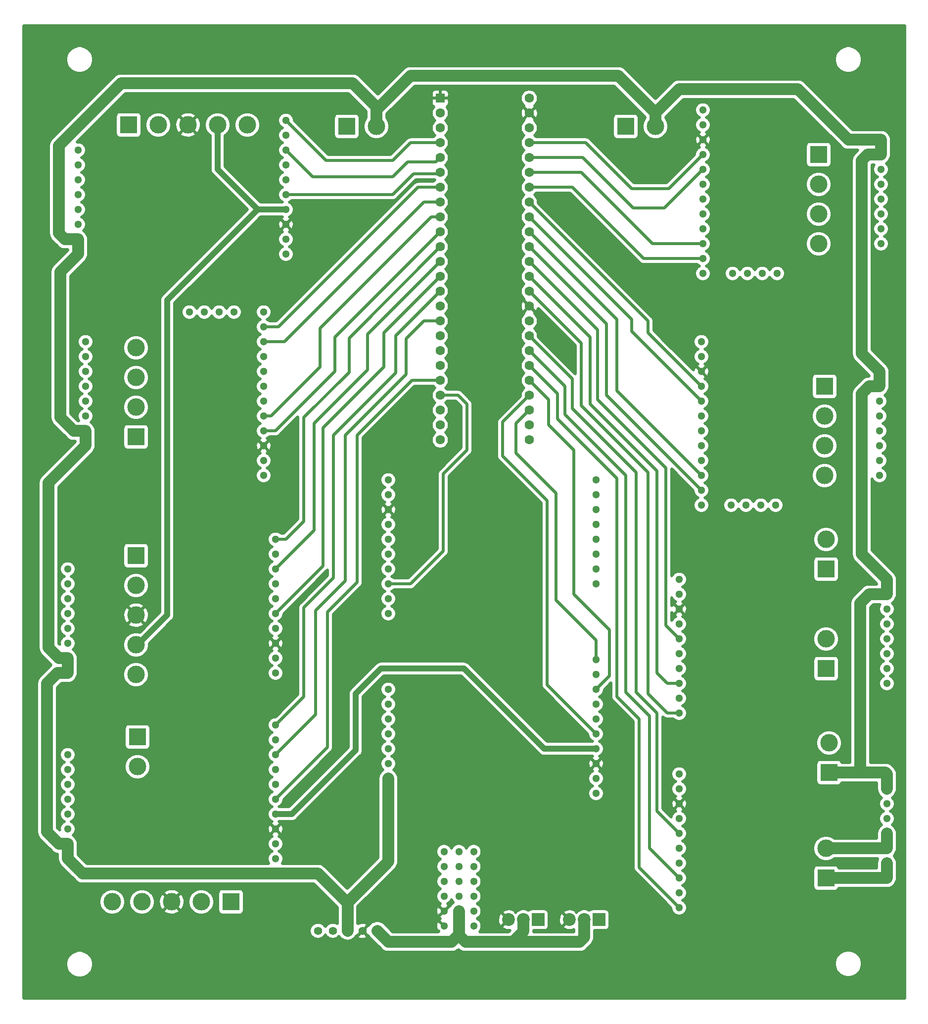
<source format=gbr>
%TF.GenerationSoftware,KiCad,Pcbnew,(5.1.7)-1*%
%TF.CreationDate,2021-02-23T20:46:47-05:00*%
%TF.ProjectId,Overall Schematics,4f766572-616c-46c2-9053-6368656d6174,rev?*%
%TF.SameCoordinates,Original*%
%TF.FileFunction,Copper,L1,Top*%
%TF.FilePolarity,Positive*%
%FSLAX46Y46*%
G04 Gerber Fmt 4.6, Leading zero omitted, Abs format (unit mm)*
G04 Created by KiCad (PCBNEW (5.1.7)-1) date 2021-02-23 20:46:47*
%MOMM*%
%LPD*%
G01*
G04 APERTURE LIST*
%TA.AperFunction,ComponentPad*%
%ADD10C,2.200000*%
%TD*%
%TA.AperFunction,ComponentPad*%
%ADD11R,2.200000X2.200000*%
%TD*%
%TA.AperFunction,ComponentPad*%
%ADD12C,1.300000*%
%TD*%
%TA.AperFunction,ComponentPad*%
%ADD13C,3.000000*%
%TD*%
%TA.AperFunction,ComponentPad*%
%ADD14R,3.000000X3.000000*%
%TD*%
%TA.AperFunction,ComponentPad*%
%ADD15C,1.400000*%
%TD*%
%TA.AperFunction,ComponentPad*%
%ADD16C,1.600000*%
%TD*%
%TA.AperFunction,ComponentPad*%
%ADD17R,1.600000X1.600000*%
%TD*%
%TA.AperFunction,ViaPad*%
%ADD18C,0.900000*%
%TD*%
%TA.AperFunction,Conductor*%
%ADD19C,0.500000*%
%TD*%
%TA.AperFunction,Conductor*%
%ADD20C,2.000000*%
%TD*%
%TA.AperFunction,Conductor*%
%ADD21C,1.000000*%
%TD*%
%TA.AperFunction,Conductor*%
%ADD22C,0.100000*%
%TD*%
G04 APERTURE END LIST*
D10*
%TO.P,M12,3*%
%TO.N,GND*%
X533908000Y-458470000D03*
%TO.P,M12,2*%
%TO.N,+5V*%
X536448000Y-458470000D03*
D11*
%TO.P,M12,1*%
%TO.N,SS_2*%
X538988000Y-458470000D03*
%TD*%
D10*
%TO.P,M10,3*%
%TO.N,GND*%
X523494000Y-458470000D03*
%TO.P,M10,2*%
%TO.N,+5V*%
X526034000Y-458470000D03*
D11*
%TO.P,M10,1*%
%TO.N,SS_1*%
X528574000Y-458470000D03*
%TD*%
D12*
%TO.P,U10,14*%
%TO.N,Battery1_Positive24V*%
X538480000Y-383286000D03*
X538480000Y-385826000D03*
%TO.P,U10,13*%
%TO.N,PWR_GND*%
X538480000Y-388366000D03*
X538480000Y-390906000D03*
%TO.P,U10,12*%
%TO.N,OUTB_4*%
X538480000Y-393446000D03*
X538480000Y-395986000D03*
%TO.P,U10,11*%
%TO.N,OUTA_4*%
X538480000Y-398526000D03*
X538480000Y-401066000D03*
%TO.P,U10,10*%
%TO.N,Net-(U10-Pad10)*%
X502920000Y-383286000D03*
%TO.P,U10,9*%
%TO.N,Net-(U10-Pad9)*%
X502920000Y-385826000D03*
%TO.P,U10,8*%
%TO.N,GND*%
X502920000Y-388366000D03*
%TO.P,U10,7*%
%TO.N,3.3V*%
X502920000Y-390906000D03*
%TO.P,U10,6*%
%TO.N,INB_4*%
X502920000Y-393446000D03*
%TO.P,U10,5*%
%TO.N,Net-(U10-Pad5)*%
X502920000Y-395986000D03*
%TO.P,U10,4*%
%TO.N,Net-(U10-Pad4)*%
X502920000Y-398526000D03*
%TO.P,U10,3*%
%TO.N,PWM_4*%
X502920000Y-401066000D03*
%TO.P,U10,2*%
%TO.N,Net-(U10-Pad2)*%
X502920000Y-403606000D03*
%TO.P,U10,1*%
%TO.N,INA_4*%
X502920000Y-406146000D03*
%TD*%
D13*
%TO.P,J3,2*%
%TO.N,PWR_GND*%
X578358000Y-428244000D03*
D14*
%TO.P,J3,1*%
%TO.N,Battery1_Positive24V*%
X578358000Y-433324000D03*
%TD*%
D15*
%TO.P,U13,5*%
%TO.N,+5V*%
X501015000Y-460375000D03*
%TO.P,U13,4*%
%TO.N,GND*%
X498475000Y-460375000D03*
%TO.P,U13,3*%
%TO.N,Battery1_Positive24V*%
X495935000Y-460375000D03*
%TO.P,U13,2*%
%TO.N,Net-(U13-Pad2)*%
X493395000Y-460375000D03*
%TO.P,U13,1*%
%TO.N,Net-(U13-Pad1)*%
X490855000Y-460375000D03*
%TD*%
D13*
%TO.P,M1,4*%
%TO.N,BOUT2_1*%
X576580000Y-342900000D03*
D14*
%TO.P,M1,1*%
%TO.N,AOUT1_1*%
X576580000Y-327660000D03*
D13*
%TO.P,M1,3*%
%TO.N,BOUT1_1*%
X576580000Y-337820000D03*
%TO.P,M1,2*%
%TO.N,AOUT2_1*%
X576580000Y-332740000D03*
%TD*%
%TO.P,M2,4*%
%TO.N,BOUT2_2*%
X577596000Y-382524000D03*
D14*
%TO.P,M2,1*%
%TO.N,AOUT1_2*%
X577596000Y-367284000D03*
D13*
%TO.P,M2,3*%
%TO.N,BOUT1_2*%
X577596000Y-377444000D03*
%TO.P,M2,2*%
%TO.N,AOUT2_2*%
X577596000Y-372364000D03*
%TD*%
%TO.P,M3,5*%
%TO.N,LIN_SIGNAL2*%
X455676000Y-455422000D03*
%TO.P,M3,4*%
%TO.N,3.3V*%
X460756000Y-455422000D03*
D14*
%TO.P,M3,1*%
%TO.N,OUTA2_LIN*%
X475996000Y-455422000D03*
D13*
%TO.P,M3,3*%
%TO.N,GND*%
X465836000Y-455422000D03*
%TO.P,M3,2*%
%TO.N,OUTB2_LIN*%
X470916000Y-455422000D03*
%TD*%
%TO.P,M4,5*%
%TO.N,LIN_SIGNAL3*%
X478790000Y-322580000D03*
%TO.P,M4,4*%
%TO.N,3.3V*%
X473710000Y-322580000D03*
D14*
%TO.P,M4,1*%
%TO.N,OUTA3_LIN*%
X458470000Y-322580000D03*
D13*
%TO.P,M4,3*%
%TO.N,GND*%
X468630000Y-322580000D03*
%TO.P,M4,2*%
%TO.N,OUTB3_LIN*%
X463550000Y-322580000D03*
%TD*%
%TO.P,M7,2*%
%TO.N,OUTB_4*%
X577850000Y-393446000D03*
D14*
%TO.P,M7,1*%
%TO.N,OUTA_4*%
X577850000Y-398526000D03*
%TD*%
D13*
%TO.P,M8,2*%
%TO.N,OUTB_1*%
X577850000Y-410464000D03*
D14*
%TO.P,M8,1*%
%TO.N,OUTA_1*%
X577850000Y-415544000D03*
%TD*%
D13*
%TO.P,M6,2*%
%TO.N,OUTB_3*%
X459994000Y-432308000D03*
D14*
%TO.P,M6,1*%
%TO.N,OUTA_3*%
X459994000Y-427228000D03*
%TD*%
D13*
%TO.P,M9,2*%
%TO.N,OUTB_2*%
X577850000Y-446278000D03*
D14*
%TO.P,M9,1*%
%TO.N,OUTA_2*%
X577850000Y-451358000D03*
%TD*%
D13*
%TO.P,M5,5*%
%TO.N,LIN_SIGNAL1*%
X459740000Y-416560000D03*
%TO.P,M5,4*%
%TO.N,3.3V*%
X459740000Y-411480000D03*
D14*
%TO.P,M5,1*%
%TO.N,OUTA1_LIN*%
X459740000Y-396240000D03*
D13*
%TO.P,M5,3*%
%TO.N,GND*%
X459740000Y-406400000D03*
%TO.P,M5,2*%
%TO.N,OUTB1_LIN*%
X459740000Y-401320000D03*
%TD*%
D12*
%TO.P,U9,14*%
%TO.N,Battery1_Positive24V*%
X502920000Y-436880000D03*
X502920000Y-434340000D03*
%TO.P,U9,13*%
%TO.N,PWR_GND*%
X502920000Y-431800000D03*
X502920000Y-429260000D03*
%TO.P,U9,12*%
%TO.N,OUTB_3*%
X502920000Y-426720000D03*
X502920000Y-424180000D03*
%TO.P,U9,11*%
%TO.N,OUTA_3*%
X502920000Y-421640000D03*
X502920000Y-419100000D03*
%TO.P,U9,10*%
%TO.N,Net-(U9-Pad10)*%
X538480000Y-436880000D03*
%TO.P,U9,9*%
%TO.N,Net-(U9-Pad9)*%
X538480000Y-434340000D03*
%TO.P,U9,8*%
%TO.N,GND*%
X538480000Y-431800000D03*
%TO.P,U9,7*%
%TO.N,3.3V*%
X538480000Y-429260000D03*
%TO.P,U9,6*%
%TO.N,INB_3*%
X538480000Y-426720000D03*
%TO.P,U9,5*%
%TO.N,Net-(U9-Pad5)*%
X538480000Y-424180000D03*
%TO.P,U9,4*%
%TO.N,Net-(U9-Pad4)*%
X538480000Y-421640000D03*
%TO.P,U9,3*%
%TO.N,PWM_3*%
X538480000Y-419100000D03*
%TO.P,U9,2*%
%TO.N,Net-(U9-Pad2)*%
X538480000Y-416560000D03*
%TO.P,U9,1*%
%TO.N,INA_3*%
X538480000Y-414020000D03*
%TD*%
D13*
%TO.P,M11,4*%
%TO.N,BOUT2_3*%
X459740000Y-360680000D03*
D14*
%TO.P,M11,1*%
%TO.N,AOUT1_3*%
X459740000Y-375920000D03*
D13*
%TO.P,M11,3*%
%TO.N,BOUT1_3*%
X459740000Y-365760000D03*
%TO.P,M11,2*%
%TO.N,AOUT2_3*%
X459740000Y-370840000D03*
%TD*%
D12*
%TO.P,U11,6*%
%TO.N,Net-(U11-Pad6)*%
X517525000Y-446850001D03*
%TO.P,U11,5*%
%TO.N,Net-(U11-Pad5)*%
X517525000Y-449390001D03*
%TO.P,U11,4*%
%TO.N,Net-(U11-Pad4)*%
X517525000Y-451930001D03*
%TO.P,U11,3*%
%TO.N,Net-(U11-Pad3)*%
X517525000Y-454470001D03*
%TO.P,U11,2*%
%TO.N,SS_2*%
X517525000Y-457010001D03*
%TO.P,U11,1*%
%TO.N,SS_1*%
X517525000Y-459550001D03*
%TO.P,U11,7*%
%TO.N,+5V*%
X514985000Y-459550001D03*
%TO.P,U11,8*%
X514985000Y-457010001D03*
%TO.P,U11,9*%
%TO.N,Net-(U11-Pad9)*%
X514985000Y-454470001D03*
%TO.P,U11,10*%
%TO.N,Net-(U11-Pad10)*%
X514985000Y-451930001D03*
%TO.P,U11,11*%
%TO.N,Net-(U11-Pad11)*%
X514985000Y-449390001D03*
%TO.P,U11,12*%
%TO.N,Net-(U11-Pad12)*%
X514985000Y-446850001D03*
%TO.P,U11,18*%
%TO.N,Net-(U11-Pad18)*%
X512445000Y-446850001D03*
%TO.P,U11,17*%
%TO.N,Net-(U11-Pad17)*%
X512445000Y-449390001D03*
%TO.P,U11,16*%
%TO.N,Net-(U11-Pad16)*%
X512445000Y-451930001D03*
%TO.P,U11,15*%
%TO.N,Net-(U11-Pad15)*%
X512445000Y-454470001D03*
%TO.P,U11,14*%
%TO.N,GND*%
X512445000Y-457010001D03*
%TO.P,U11,13*%
X512445000Y-459550001D03*
%TD*%
D13*
%TO.P,J2,2*%
%TO.N,Battery1_Positive24V*%
X548640000Y-322834000D03*
D14*
%TO.P,J2,1*%
%TO.N,PWR_GND*%
X543560000Y-322834000D03*
%TD*%
D13*
%TO.P,J1,2*%
%TO.N,Battery1_Positive24V*%
X500888000Y-322834000D03*
D14*
%TO.P,J1,1*%
%TO.N,PWR_GND*%
X495808000Y-322834000D03*
%TD*%
D16*
%TO.P,U1,17*%
%TO.N,LIN_SIGNAL3*%
X511810000Y-358648000D03*
%TO.P,U1,18*%
%TO.N,LIN_SIGNAL1*%
X511810000Y-361188000D03*
%TO.P,U1,19*%
%TO.N,LIN_SIGNAL2*%
X511810000Y-363728000D03*
%TO.P,U1,20*%
%TO.N,INB_6*%
X511810000Y-366268000D03*
%TO.P,U1,16*%
%TO.N,PWM_6*%
X511810000Y-356108000D03*
%TO.P,U1,46*%
%TO.N,3.3V*%
X511810000Y-353568000D03*
%TO.P,U1,14*%
%TO.N,INA_6*%
X511810000Y-351028000D03*
%TO.P,U1,21*%
%TO.N,PWM_4*%
X511810000Y-368808000D03*
%TO.P,U1,22*%
%TO.N,INB_4*%
X511810000Y-371348000D03*
%TO.P,U1,23*%
%TO.N,INA_4*%
X511810000Y-373888000D03*
%TO.P,U1,24*%
%TO.N,Net-(U1-Pad24)*%
X511810000Y-376428000D03*
%TO.P,U1,25*%
%TO.N,Net-(U1-Pad25)*%
X527050000Y-376428000D03*
%TO.P,U1,26*%
%TO.N,Net-(U1-Pad26)*%
X527050000Y-373888000D03*
%TO.P,U1,27*%
%TO.N,INA_3*%
X527050000Y-371348000D03*
%TO.P,U1,28*%
%TO.N,INB_3*%
X527050000Y-368808000D03*
%TO.P,U1,29*%
%TO.N,PWM_3*%
X527050000Y-366268000D03*
%TO.P,U1,30*%
%TO.N,INA_2*%
X527050000Y-363728000D03*
%TO.P,U1,31*%
%TO.N,PWM_2*%
X527050000Y-361188000D03*
%TO.P,U1,32*%
%TO.N,INB_2*%
X527050000Y-358648000D03*
%TO.P,U1,33*%
%TO.N,Net-(U1-Pad33)*%
X527050000Y-356108000D03*
%TO.P,U1,34*%
%TO.N,GND*%
X527050000Y-353568000D03*
%TO.P,U1,13*%
%TO.N,INB_5*%
X511810000Y-348488000D03*
%TO.P,U1,12*%
%TO.N,PWM_5*%
X511810000Y-345948000D03*
%TO.P,U1,11*%
%TO.N,INA_5*%
X511810000Y-343408000D03*
%TO.P,U1,10*%
%TO.N,STEP_3*%
X511810000Y-340868000D03*
%TO.P,U1,9*%
%TO.N,DIR_3*%
X511810000Y-338328000D03*
%TO.P,U1,8*%
%TO.N,SLEEP_3*%
X511810000Y-335788000D03*
%TO.P,U1,7*%
%TO.N,RESET_3*%
X511810000Y-333248000D03*
%TO.P,U1,6*%
%TO.N,INB_7*%
X511810000Y-330708000D03*
%TO.P,U1,5*%
%TO.N,PWM_7*%
X511810000Y-328168000D03*
%TO.P,U1,4*%
%TO.N,INA_7*%
X511810000Y-325628000D03*
%TO.P,U1,3*%
%TO.N,Net-(U1-Pad3)*%
X511810000Y-323088000D03*
%TO.P,U1,2*%
%TO.N,Net-(U1-Pad2)*%
X511810000Y-320548000D03*
D17*
%TO.P,U1,1*%
%TO.N,GND*%
X511810000Y-318008000D03*
D16*
%TO.P,U1,35*%
%TO.N,INA_1*%
X527050000Y-351028000D03*
%TO.P,U1,36*%
%TO.N,PWM_1*%
X527050000Y-348488000D03*
%TO.P,U1,37*%
%TO.N,INB_1*%
X527050000Y-345948000D03*
%TO.P,U1,38*%
%TO.N,RESET_2*%
X527050000Y-343408000D03*
%TO.P,U1,39*%
%TO.N,SLEEP_2*%
X527050000Y-340868000D03*
%TO.P,U1,40*%
%TO.N,DIR_2*%
X527050000Y-338328000D03*
%TO.P,U1,41*%
%TO.N,STEP_2*%
X527050000Y-335788000D03*
%TO.P,U1,42*%
%TO.N,RESET_1*%
X527050000Y-333248000D03*
%TO.P,U1,43*%
%TO.N,SLEEP_1*%
X527050000Y-330708000D03*
%TO.P,U1,44*%
%TO.N,DIR_1*%
X527050000Y-328168000D03*
%TO.P,U1,45*%
%TO.N,STEP_1*%
X527050000Y-325628000D03*
%TO.P,U1,46*%
%TO.N,3.3V*%
X527050000Y-323088000D03*
%TO.P,U1,47*%
%TO.N,GND*%
X527050000Y-320548000D03*
%TO.P,U1,48*%
%TO.N,Net-(U1-Pad48)*%
X527050000Y-318008000D03*
%TD*%
D12*
%TO.P,U7,14*%
%TO.N,Battery1_Positive24V*%
X588264000Y-400304000D03*
X588264000Y-402844000D03*
%TO.P,U7,13*%
%TO.N,PWR_GND*%
X588264000Y-405384000D03*
X588264000Y-407924000D03*
%TO.P,U7,12*%
%TO.N,OUTB_1*%
X588264000Y-410464000D03*
X588264000Y-413004000D03*
%TO.P,U7,11*%
%TO.N,OUTA_1*%
X588264000Y-415544000D03*
X588264000Y-418084000D03*
%TO.P,U7,10*%
%TO.N,Net-(U7-Pad10)*%
X552704000Y-400304000D03*
%TO.P,U7,9*%
%TO.N,Net-(U7-Pad9)*%
X552704000Y-402844000D03*
%TO.P,U7,8*%
%TO.N,GND*%
X552704000Y-405384000D03*
%TO.P,U7,7*%
%TO.N,3.3V*%
X552704000Y-407924000D03*
%TO.P,U7,6*%
%TO.N,INB_1*%
X552704000Y-410464000D03*
%TO.P,U7,5*%
%TO.N,Net-(U7-Pad5)*%
X552704000Y-413004000D03*
%TO.P,U7,4*%
%TO.N,Net-(U7-Pad4)*%
X552704000Y-415544000D03*
%TO.P,U7,3*%
%TO.N,PWM_1*%
X552704000Y-418084000D03*
%TO.P,U7,2*%
%TO.N,Net-(U7-Pad2)*%
X552704000Y-420624000D03*
%TO.P,U7,1*%
%TO.N,INA_1*%
X552704000Y-423164000D03*
%TD*%
%TO.P,U2,16*%
%TO.N,Net-(U2-Pad16)*%
X569468000Y-347980000D03*
%TO.P,U2,15*%
%TO.N,Net-(U2-Pad15)*%
X566928000Y-347980000D03*
%TO.P,U2,14*%
%TO.N,Net-(U2-Pad14)*%
X564388000Y-347980000D03*
%TO.P,U2,13*%
%TO.N,Net-(U2-Pad13)*%
X561848000Y-347980000D03*
%TO.P,U2,24*%
%TO.N,BOUT2_1*%
X587248000Y-342900000D03*
%TO.P,U2,23*%
%TO.N,BOUT1_1*%
X587248000Y-340360000D03*
%TO.P,U2,22*%
%TO.N,AOUT2_1*%
X587248000Y-337820000D03*
%TO.P,U2,21*%
%TO.N,AOUT1_1*%
X587248000Y-335280000D03*
%TO.P,U2,20*%
%TO.N,PWR_GND*%
X587248000Y-332740000D03*
%TO.P,U2,19*%
X587248000Y-330200000D03*
%TO.P,U2,18*%
%TO.N,Battery1_Positive24V*%
X587248000Y-327660000D03*
%TO.P,U2,17*%
X587248000Y-325120000D03*
%TO.P,U2,12*%
%TO.N,Net-(U2-Pad12)*%
X556768000Y-347980000D03*
%TO.P,U2,11*%
%TO.N,RESET_1*%
X556768000Y-345440000D03*
%TO.P,U2,10*%
%TO.N,SLEEP_1*%
X556768000Y-342900000D03*
%TO.P,U2,9*%
%TO.N,Net-(U2-Pad9)*%
X556768000Y-340360000D03*
%TO.P,U2,8*%
%TO.N,Net-(U2-Pad8)*%
X556768000Y-337820000D03*
%TO.P,U2,7*%
%TO.N,Net-(U2-Pad7)*%
X556768000Y-335280000D03*
%TO.P,U2,6*%
%TO.N,Net-(U2-Pad6)*%
X556768000Y-332740000D03*
%TO.P,U2,5*%
%TO.N,DIR_1*%
X556768000Y-330200000D03*
%TO.P,U2,4*%
%TO.N,STEP_1*%
X556768000Y-327660000D03*
%TO.P,U2,3*%
%TO.N,GND*%
X556768000Y-325120000D03*
%TO.P,U2,2*%
%TO.N,Net-(U2-Pad2)*%
X556768000Y-322580000D03*
%TO.P,U2,1*%
%TO.N,Net-(U2-Pad1)*%
X556768000Y-320040000D03*
%TD*%
%TO.P,U3,16*%
%TO.N,Net-(U3-Pad16)*%
X569214000Y-387604000D03*
%TO.P,U3,15*%
%TO.N,Net-(U3-Pad15)*%
X566674000Y-387604000D03*
%TO.P,U3,14*%
%TO.N,Net-(U3-Pad14)*%
X564134000Y-387604000D03*
%TO.P,U3,13*%
%TO.N,Net-(U3-Pad13)*%
X561594000Y-387604000D03*
%TO.P,U3,24*%
%TO.N,BOUT2_2*%
X586994000Y-382524000D03*
%TO.P,U3,23*%
%TO.N,BOUT1_2*%
X586994000Y-379984000D03*
%TO.P,U3,22*%
%TO.N,AOUT2_2*%
X586994000Y-377444000D03*
%TO.P,U3,21*%
%TO.N,AOUT1_2*%
X586994000Y-374904000D03*
%TO.P,U3,20*%
%TO.N,PWR_GND*%
X586994000Y-372364000D03*
%TO.P,U3,19*%
X586994000Y-369824000D03*
%TO.P,U3,18*%
%TO.N,Battery1_Positive24V*%
X586994000Y-367284000D03*
%TO.P,U3,17*%
X586994000Y-364744000D03*
%TO.P,U3,12*%
%TO.N,Net-(U3-Pad12)*%
X556514000Y-387604000D03*
%TO.P,U3,11*%
%TO.N,RESET_2*%
X556514000Y-385064000D03*
%TO.P,U3,10*%
%TO.N,SLEEP_2*%
X556514000Y-382524000D03*
%TO.P,U3,9*%
%TO.N,Net-(U3-Pad9)*%
X556514000Y-379984000D03*
%TO.P,U3,8*%
%TO.N,Net-(U3-Pad8)*%
X556514000Y-377444000D03*
%TO.P,U3,7*%
%TO.N,Net-(U3-Pad7)*%
X556514000Y-374904000D03*
%TO.P,U3,6*%
%TO.N,Net-(U3-Pad6)*%
X556514000Y-372364000D03*
%TO.P,U3,5*%
%TO.N,DIR_2*%
X556514000Y-369824000D03*
%TO.P,U3,4*%
%TO.N,STEP_2*%
X556514000Y-367284000D03*
%TO.P,U3,3*%
%TO.N,GND*%
X556514000Y-364744000D03*
%TO.P,U3,2*%
%TO.N,Net-(U3-Pad2)*%
X556514000Y-362204000D03*
%TO.P,U3,1*%
%TO.N,Net-(U3-Pad1)*%
X556514000Y-359664000D03*
%TD*%
%TO.P,U4,14*%
%TO.N,Battery1_Positive24V*%
X448056000Y-448056000D03*
X448056000Y-445516000D03*
%TO.P,U4,13*%
%TO.N,PWR_GND*%
X448056000Y-442976000D03*
X448056000Y-440436000D03*
%TO.P,U4,12*%
%TO.N,OUTB2_LIN*%
X448056000Y-437896000D03*
X448056000Y-435356000D03*
%TO.P,U4,11*%
%TO.N,OUTA2_LIN*%
X448056000Y-432816000D03*
X448056000Y-430276000D03*
%TO.P,U4,10*%
%TO.N,Net-(U4-Pad10)*%
X483616000Y-448056000D03*
%TO.P,U4,9*%
%TO.N,Net-(U4-Pad9)*%
X483616000Y-445516000D03*
%TO.P,U4,8*%
%TO.N,GND*%
X483616000Y-442976000D03*
%TO.P,U4,7*%
%TO.N,3.3V*%
X483616000Y-440436000D03*
%TO.P,U4,6*%
%TO.N,INB_6*%
X483616000Y-437896000D03*
%TO.P,U4,5*%
%TO.N,Net-(U4-Pad5)*%
X483616000Y-435356000D03*
%TO.P,U4,4*%
%TO.N,Net-(U4-Pad4)*%
X483616000Y-432816000D03*
%TO.P,U4,3*%
%TO.N,PWM_6*%
X483616000Y-430276000D03*
%TO.P,U4,2*%
%TO.N,Net-(U4-Pad2)*%
X483616000Y-427736000D03*
%TO.P,U4,1*%
%TO.N,INA_6*%
X483616000Y-425196000D03*
%TD*%
%TO.P,U5,14*%
%TO.N,Battery1_Positive24V*%
X449834000Y-344678000D03*
X449834000Y-342138000D03*
%TO.P,U5,13*%
%TO.N,PWR_GND*%
X449834000Y-339598000D03*
X449834000Y-337058000D03*
%TO.P,U5,12*%
%TO.N,OUTB3_LIN*%
X449834000Y-334518000D03*
X449834000Y-331978000D03*
%TO.P,U5,11*%
%TO.N,OUTA3_LIN*%
X449834000Y-329438000D03*
X449834000Y-326898000D03*
%TO.P,U5,10*%
%TO.N,Net-(U5-Pad10)*%
X485394000Y-344678000D03*
%TO.P,U5,9*%
%TO.N,Net-(U5-Pad9)*%
X485394000Y-342138000D03*
%TO.P,U5,8*%
%TO.N,GND*%
X485394000Y-339598000D03*
%TO.P,U5,7*%
%TO.N,3.3V*%
X485394000Y-337058000D03*
%TO.P,U5,6*%
%TO.N,INB_7*%
X485394000Y-334518000D03*
%TO.P,U5,5*%
%TO.N,Net-(U5-Pad5)*%
X485394000Y-331978000D03*
%TO.P,U5,4*%
%TO.N,Net-(U5-Pad4)*%
X485394000Y-329438000D03*
%TO.P,U5,3*%
%TO.N,PWM_7*%
X485394000Y-326898000D03*
%TO.P,U5,2*%
%TO.N,Net-(U5-Pad2)*%
X485394000Y-324358000D03*
%TO.P,U5,1*%
%TO.N,INA_7*%
X485394000Y-321818000D03*
%TD*%
%TO.P,U6,14*%
%TO.N,Battery1_Positive24V*%
X448056000Y-416306000D03*
X448056000Y-413766000D03*
%TO.P,U6,13*%
%TO.N,PWR_GND*%
X448056000Y-411226000D03*
X448056000Y-408686000D03*
%TO.P,U6,12*%
%TO.N,OUTB1_LIN*%
X448056000Y-406146000D03*
X448056000Y-403606000D03*
%TO.P,U6,11*%
%TO.N,OUTA1_LIN*%
X448056000Y-401066000D03*
X448056000Y-398526000D03*
%TO.P,U6,10*%
%TO.N,Net-(U6-Pad10)*%
X483616000Y-416306000D03*
%TO.P,U6,9*%
%TO.N,Net-(U6-Pad9)*%
X483616000Y-413766000D03*
%TO.P,U6,8*%
%TO.N,GND*%
X483616000Y-411226000D03*
%TO.P,U6,7*%
%TO.N,3.3V*%
X483616000Y-408686000D03*
%TO.P,U6,6*%
%TO.N,INB_5*%
X483616000Y-406146000D03*
%TO.P,U6,5*%
%TO.N,Net-(U6-Pad5)*%
X483616000Y-403606000D03*
%TO.P,U6,4*%
%TO.N,Net-(U6-Pad4)*%
X483616000Y-401066000D03*
%TO.P,U6,3*%
%TO.N,PWM_5*%
X483616000Y-398526000D03*
%TO.P,U6,2*%
%TO.N,Net-(U6-Pad2)*%
X483616000Y-395986000D03*
%TO.P,U6,1*%
%TO.N,INA_5*%
X483616000Y-393446000D03*
%TD*%
%TO.P,U8,14*%
%TO.N,Battery1_Positive24V*%
X588264000Y-433578000D03*
X588264000Y-436118000D03*
%TO.P,U8,13*%
%TO.N,PWR_GND*%
X588264000Y-438658000D03*
X588264000Y-441198000D03*
%TO.P,U8,12*%
%TO.N,OUTB_2*%
X588264000Y-443738000D03*
X588264000Y-446278000D03*
%TO.P,U8,11*%
%TO.N,OUTA_2*%
X588264000Y-448818000D03*
X588264000Y-451358000D03*
%TO.P,U8,10*%
%TO.N,Net-(U8-Pad10)*%
X552704000Y-433578000D03*
%TO.P,U8,9*%
%TO.N,Net-(U8-Pad9)*%
X552704000Y-436118000D03*
%TO.P,U8,8*%
%TO.N,GND*%
X552704000Y-438658000D03*
%TO.P,U8,7*%
%TO.N,3.3V*%
X552704000Y-441198000D03*
%TO.P,U8,6*%
%TO.N,INB_2*%
X552704000Y-443738000D03*
%TO.P,U8,5*%
%TO.N,Net-(U8-Pad5)*%
X552704000Y-446278000D03*
%TO.P,U8,4*%
%TO.N,Net-(U8-Pad4)*%
X552704000Y-448818000D03*
%TO.P,U8,3*%
%TO.N,PWM_2*%
X552704000Y-451358000D03*
%TO.P,U8,2*%
%TO.N,Net-(U8-Pad2)*%
X552704000Y-453898000D03*
%TO.P,U8,1*%
%TO.N,INA_2*%
X552704000Y-456438000D03*
%TD*%
%TO.P,U12,16*%
%TO.N,Net-(U12-Pad16)*%
X468884000Y-354584000D03*
%TO.P,U12,15*%
%TO.N,Net-(U12-Pad15)*%
X471424000Y-354584000D03*
%TO.P,U12,14*%
%TO.N,Net-(U12-Pad14)*%
X473964000Y-354584000D03*
%TO.P,U12,13*%
%TO.N,Net-(U12-Pad13)*%
X476504000Y-354584000D03*
%TO.P,U12,24*%
%TO.N,BOUT2_3*%
X451104000Y-359664000D03*
%TO.P,U12,23*%
%TO.N,BOUT1_3*%
X451104000Y-362204000D03*
%TO.P,U12,22*%
%TO.N,AOUT2_3*%
X451104000Y-364744000D03*
%TO.P,U12,21*%
%TO.N,AOUT1_3*%
X451104000Y-367284000D03*
%TO.P,U12,20*%
%TO.N,PWR_GND*%
X451104000Y-369824000D03*
%TO.P,U12,19*%
X451104000Y-372364000D03*
%TO.P,U12,18*%
%TO.N,Battery1_Positive24V*%
X451104000Y-374904000D03*
%TO.P,U12,17*%
X451104000Y-377444000D03*
%TO.P,U12,12*%
%TO.N,Net-(U12-Pad12)*%
X481584000Y-354584000D03*
%TO.P,U12,11*%
%TO.N,RESET_3*%
X481584000Y-357124000D03*
%TO.P,U12,10*%
%TO.N,SLEEP_3*%
X481584000Y-359664000D03*
%TO.P,U12,9*%
%TO.N,Net-(U12-Pad9)*%
X481584000Y-362204000D03*
%TO.P,U12,8*%
%TO.N,Net-(U12-Pad8)*%
X481584000Y-364744000D03*
%TO.P,U12,7*%
%TO.N,Net-(U12-Pad7)*%
X481584000Y-367284000D03*
%TO.P,U12,6*%
%TO.N,Net-(U12-Pad6)*%
X481584000Y-369824000D03*
%TO.P,U12,5*%
%TO.N,DIR_3*%
X481584000Y-372364000D03*
%TO.P,U12,4*%
%TO.N,STEP_3*%
X481584000Y-374904000D03*
%TO.P,U12,3*%
%TO.N,GND*%
X481584000Y-377444000D03*
%TO.P,U12,2*%
%TO.N,Net-(U12-Pad2)*%
X481584000Y-379984000D03*
%TO.P,U12,1*%
%TO.N,Net-(U12-Pad1)*%
X481584000Y-382524000D03*
%TD*%
D18*
%TO.N,3.3V*%
X501142000Y-416052000D03*
%TD*%
D19*
%TO.N,STEP_1*%
X550926000Y-333502000D02*
X556768000Y-327660000D01*
X544576000Y-333502000D02*
X550926000Y-333502000D01*
X536702000Y-325628000D02*
X544576000Y-333502000D01*
X527050000Y-325628000D02*
X536702000Y-325628000D01*
%TO.N,DIR_1*%
X550164000Y-336804000D02*
X556768000Y-330200000D01*
X544830000Y-336804000D02*
X550164000Y-336804000D01*
X536194000Y-328168000D02*
X544830000Y-336804000D01*
X527050000Y-328168000D02*
X536194000Y-328168000D01*
%TO.N,SLEEP_1*%
X535940000Y-330708000D02*
X548132000Y-342900000D01*
X548132000Y-342900000D02*
X556768000Y-342900000D01*
X527050000Y-330708000D02*
X535940000Y-330708000D01*
%TO.N,RESET_1*%
X534416000Y-333248000D02*
X546608000Y-345440000D01*
X546608000Y-345440000D02*
X556768000Y-345440000D01*
X527050000Y-333248000D02*
X534416000Y-333248000D01*
%TO.N,STEP_2*%
X527050000Y-335788000D02*
X547370000Y-356108000D01*
X547370000Y-358140000D02*
X556514000Y-367284000D01*
X547370000Y-356108000D02*
X547370000Y-358140000D01*
%TO.N,DIR_2*%
X544576000Y-355854000D02*
X544576000Y-357886000D01*
X544576000Y-357886000D02*
X556514000Y-369824000D01*
X527050000Y-338328000D02*
X544576000Y-355854000D01*
%TO.N,SLEEP_2*%
X527050000Y-340868000D02*
X542036000Y-355854000D01*
X542036000Y-355854000D02*
X542036000Y-368046000D01*
X542036000Y-368046000D02*
X556514000Y-382524000D01*
%TO.N,RESET_2*%
X527050000Y-343408000D02*
X540258000Y-356616000D01*
X540258000Y-368808000D02*
X556514000Y-385064000D01*
X540258000Y-356616000D02*
X540258000Y-368808000D01*
%TO.N,INA_1*%
X550672000Y-423164000D02*
X552704000Y-423164000D01*
X547370000Y-382016000D02*
X547370000Y-419862000D01*
X535940000Y-370586000D02*
X547370000Y-382016000D01*
X535940000Y-359918000D02*
X535940000Y-370586000D01*
X547370000Y-419862000D02*
X550672000Y-423164000D01*
X527050000Y-351028000D02*
X535940000Y-359918000D01*
%TO.N,PWM_1*%
X550672000Y-418084000D02*
X552704000Y-418084000D01*
X548894000Y-416306000D02*
X550672000Y-418084000D01*
X548894000Y-381762000D02*
X548894000Y-416306000D01*
X537464000Y-370332000D02*
X548894000Y-381762000D01*
X537464000Y-358902000D02*
X537464000Y-370332000D01*
X527050000Y-348488000D02*
X537464000Y-358902000D01*
%TO.N,INB_1*%
X538734000Y-357632000D02*
X527050000Y-345948000D01*
X538734000Y-369570000D02*
X538734000Y-357632000D01*
X550418000Y-381254000D02*
X538734000Y-369570000D01*
X550418000Y-408178000D02*
X550418000Y-381254000D01*
X552704000Y-410464000D02*
X550418000Y-408178000D01*
%TO.N,INB_7*%
X503682000Y-334518000D02*
X485394000Y-334518000D01*
X511556000Y-330962000D02*
X507238000Y-330962000D01*
X507238000Y-330962000D02*
X503682000Y-334518000D01*
X511810000Y-330708000D02*
X511556000Y-330962000D01*
%TO.N,INA_7*%
X492252000Y-328676000D02*
X485394000Y-321818000D01*
X503682000Y-328676000D02*
X492252000Y-328676000D01*
X506730000Y-325628000D02*
X503682000Y-328676000D01*
X511810000Y-325628000D02*
X506730000Y-325628000D01*
%TO.N,PWM_7*%
X489966000Y-331470000D02*
X485394000Y-326898000D01*
X503682000Y-331470000D02*
X489966000Y-331470000D01*
X506222000Y-328930000D02*
X503682000Y-331470000D01*
X511048000Y-328930000D02*
X506222000Y-328930000D01*
X511810000Y-328168000D02*
X511048000Y-328930000D01*
%TO.N,PWM_2*%
X533146000Y-367284000D02*
X527050000Y-361188000D01*
X533146000Y-372110000D02*
X533146000Y-367284000D01*
X543560000Y-382524000D02*
X533146000Y-372110000D01*
X543560000Y-419608000D02*
X543560000Y-382524000D01*
X547624000Y-423672000D02*
X543560000Y-419608000D01*
X547624000Y-446278000D02*
X547624000Y-423672000D01*
X552704000Y-451358000D02*
X547624000Y-446278000D01*
%TO.N,INB_2*%
X549656000Y-440690000D02*
X552704000Y-443738000D01*
X548894000Y-439928000D02*
X549656000Y-440690000D01*
X548894000Y-423164000D02*
X548894000Y-439928000D01*
X545338000Y-419608000D02*
X548894000Y-423164000D01*
X545338000Y-382016000D02*
X545338000Y-419608000D01*
X534416000Y-371094000D02*
X545338000Y-382016000D01*
X534416000Y-366014000D02*
X534416000Y-371094000D01*
X527050000Y-358648000D02*
X534416000Y-366014000D01*
%TO.N,INA_3*%
X524764000Y-373634000D02*
X527050000Y-371348000D01*
X531622000Y-403860000D02*
X531622000Y-385572000D01*
X524764000Y-378714000D02*
X524764000Y-373634000D01*
X538480000Y-410718000D02*
X531622000Y-403860000D01*
X531622000Y-385572000D02*
X524764000Y-378714000D01*
X538480000Y-414020000D02*
X538480000Y-410718000D01*
%TO.N,PWM_3*%
X538480000Y-419100000D02*
X540766000Y-416814000D01*
X530352000Y-373888000D02*
X530352000Y-369570000D01*
X534670000Y-402844000D02*
X534670000Y-378206000D01*
X527050000Y-366268000D02*
X530352000Y-369570000D01*
X534670000Y-378206000D02*
X530352000Y-373888000D01*
X540766000Y-408940000D02*
X534670000Y-402844000D01*
X540766000Y-416814000D02*
X540766000Y-408940000D01*
%TO.N,INB_3*%
X530098000Y-386842000D02*
X530098000Y-418338000D01*
X530098000Y-418338000D02*
X538480000Y-426720000D01*
X527050000Y-368808000D02*
X522478000Y-373380000D01*
X522478000Y-379222000D02*
X530098000Y-386842000D01*
X522478000Y-373380000D02*
X522478000Y-379222000D01*
%TO.N,PWM_4*%
X506730000Y-401066000D02*
X512318000Y-395478000D01*
X512318000Y-395478000D02*
X512318000Y-382270000D01*
X516382000Y-370332000D02*
X514858000Y-368808000D01*
X514858000Y-368808000D02*
X511810000Y-368808000D01*
X512318000Y-382270000D02*
X516382000Y-378206000D01*
X516382000Y-378206000D02*
X516382000Y-370332000D01*
X502920000Y-401066000D02*
X506730000Y-401066000D01*
%TO.N,INB_6*%
X506984000Y-366268000D02*
X511810000Y-366268000D01*
X497586000Y-400812000D02*
X497586000Y-375666000D01*
X492506000Y-405892000D02*
X497586000Y-400812000D01*
X497586000Y-375666000D02*
X506984000Y-366268000D01*
X492506000Y-429006000D02*
X492506000Y-405892000D01*
X483616000Y-437896000D02*
X492506000Y-429006000D01*
%TO.N,INA_6*%
X488188000Y-420624000D02*
X483616000Y-425196000D01*
X488442000Y-420370000D02*
X488188000Y-420624000D01*
X488442000Y-405130000D02*
X488442000Y-420370000D01*
X504190000Y-364998000D02*
X493522000Y-375666000D01*
X493522000Y-400050000D02*
X488442000Y-405130000D01*
X493522000Y-375666000D02*
X493522000Y-400050000D01*
X504190000Y-358648000D02*
X504190000Y-364998000D01*
X511810000Y-351028000D02*
X504190000Y-358648000D01*
%TO.N,INB_5*%
X483616000Y-406146000D02*
X491744000Y-398018000D01*
X491744000Y-398018000D02*
X491744000Y-374396000D01*
X491744000Y-374396000D02*
X502158000Y-363982000D01*
X502158000Y-363982000D02*
X502158000Y-358140000D01*
X502158000Y-358140000D02*
X511810000Y-348488000D01*
%TO.N,INA_2*%
X550926000Y-454660000D02*
X552704000Y-456438000D01*
X545846000Y-424180000D02*
X545846000Y-449580000D01*
X542036000Y-420370000D02*
X545846000Y-424180000D01*
X542036000Y-383032000D02*
X542036000Y-420370000D01*
X531876000Y-372872000D02*
X542036000Y-383032000D01*
X531876000Y-368554000D02*
X531876000Y-372872000D01*
X545846000Y-449580000D02*
X550926000Y-454660000D01*
X527050000Y-363728000D02*
X531876000Y-368554000D01*
%TO.N,PWM_5*%
X490220000Y-373634000D02*
X499364000Y-364490000D01*
X499364000Y-358394000D02*
X511810000Y-345948000D01*
X490220000Y-391922000D02*
X490220000Y-373634000D01*
X483616000Y-398526000D02*
X490220000Y-391922000D01*
X499364000Y-364490000D02*
X499364000Y-358394000D01*
%TO.N,INA_5*%
X483616000Y-393446000D02*
X485394000Y-393446000D01*
X485394000Y-393446000D02*
X488442000Y-390398000D01*
X488442000Y-390398000D02*
X488442000Y-372618000D01*
X496189000Y-364871000D02*
X496189000Y-359029000D01*
X488442000Y-372618000D02*
X496189000Y-364871000D01*
X496189000Y-359029000D02*
X511810000Y-343408000D01*
%TO.N,PWM_6*%
X505968000Y-359156000D02*
X509016000Y-356108000D01*
X505968000Y-365252000D02*
X505968000Y-359156000D01*
X495554000Y-375666000D02*
X505968000Y-365252000D01*
X490474000Y-405638000D02*
X495554000Y-400558000D01*
X490474000Y-423418000D02*
X490474000Y-405638000D01*
X509016000Y-356108000D02*
X511810000Y-356108000D01*
X495554000Y-400558000D02*
X495554000Y-375666000D01*
X483616000Y-430276000D02*
X490474000Y-423418000D01*
D20*
%TO.N,Battery1_Positive24V*%
X448056000Y-416306000D02*
X448056000Y-413766000D01*
X502920000Y-436880000D02*
X502920000Y-434340000D01*
X449834000Y-344678000D02*
X446786000Y-347726000D01*
X446786000Y-347726000D02*
X446786000Y-372618000D01*
X446786000Y-372618000D02*
X449072000Y-374904000D01*
X449072000Y-374904000D02*
X451104000Y-374904000D01*
X449834000Y-342138000D02*
X449834000Y-344678000D01*
X451104000Y-377444000D02*
X451104000Y-374904000D01*
X548640000Y-322834000D02*
X548640000Y-320548000D01*
X587248000Y-325120000D02*
X587248000Y-327660000D01*
X587248000Y-327660000D02*
X584962000Y-327660000D01*
X584962000Y-327660000D02*
X583946000Y-328676000D01*
X583946000Y-361696000D02*
X586994000Y-364744000D01*
X583946000Y-328676000D02*
X583946000Y-361696000D01*
X500888000Y-322834000D02*
X500888000Y-319532000D01*
X588264000Y-433578000D02*
X588264000Y-436118000D01*
X588264000Y-400304000D02*
X588264000Y-402844000D01*
X585216000Y-397256000D02*
X588264000Y-400304000D01*
X583946000Y-395986000D02*
X585216000Y-397256000D01*
X585216000Y-367284000D02*
X583946000Y-368554000D01*
X583946000Y-368554000D02*
X583946000Y-395986000D01*
X586994000Y-367284000D02*
X585216000Y-367284000D01*
X542290000Y-314198000D02*
X548640000Y-320548000D01*
X506730000Y-314198000D02*
X542290000Y-314198000D01*
X501396000Y-319532000D02*
X506730000Y-314198000D01*
X500888000Y-319532000D02*
X501396000Y-319532000D01*
X588010000Y-433324000D02*
X588264000Y-433578000D01*
X583692000Y-433324000D02*
X588010000Y-433324000D01*
X578358000Y-433324000D02*
X583692000Y-433324000D01*
X448056000Y-445516000D02*
X448056000Y-448056000D01*
X502920000Y-448564000D02*
X502920000Y-436880000D01*
X495935000Y-455549000D02*
X502920000Y-448564000D01*
X495935000Y-460375000D02*
X495935000Y-455549000D01*
X573024000Y-316484000D02*
X581660000Y-325120000D01*
X581660000Y-325120000D02*
X587248000Y-325120000D01*
X552704000Y-316484000D02*
X573024000Y-316484000D01*
X548640000Y-320548000D02*
X552704000Y-316484000D01*
X447548000Y-342138000D02*
X449834000Y-342138000D01*
X446532000Y-341122000D02*
X447548000Y-342138000D01*
X446532000Y-326136000D02*
X446532000Y-341122000D01*
X457200000Y-315468000D02*
X446532000Y-326136000D01*
X496824000Y-315468000D02*
X457200000Y-315468000D01*
X500888000Y-319532000D02*
X496824000Y-315468000D01*
X583692000Y-430276000D02*
X583692000Y-433324000D01*
X583692000Y-404368000D02*
X583692000Y-430276000D01*
X585216000Y-402844000D02*
X583692000Y-404368000D01*
X588264000Y-402844000D02*
X585216000Y-402844000D01*
X586994000Y-367284000D02*
X586994000Y-364744000D01*
X450596000Y-450596000D02*
X448056000Y-448056000D01*
X490855000Y-450596000D02*
X450596000Y-450596000D01*
X495935000Y-455676000D02*
X490855000Y-450596000D01*
X495935000Y-460375000D02*
X495935000Y-455676000D01*
X444754000Y-411988000D02*
X444754000Y-383794000D01*
X446532000Y-413766000D02*
X444754000Y-411988000D01*
X444754000Y-383794000D02*
X451104000Y-377444000D01*
X448056000Y-413766000D02*
X446532000Y-413766000D01*
X446532000Y-445516000D02*
X448056000Y-445516000D01*
X444500000Y-443484000D02*
X446532000Y-445516000D01*
X446278000Y-416306000D02*
X444500000Y-418084000D01*
X444500000Y-418084000D02*
X444500000Y-443484000D01*
X448056000Y-416306000D02*
X446278000Y-416306000D01*
%TO.N,OUTB_2*%
X584962000Y-446278000D02*
X588264000Y-446278000D01*
X588264000Y-446278000D02*
X588264000Y-443738000D01*
X577850000Y-446278000D02*
X584962000Y-446278000D01*
%TO.N,OUTA_2*%
X588264000Y-451358000D02*
X588264000Y-448818000D01*
X577850000Y-451358000D02*
X588264000Y-451358000D01*
D19*
%TO.N,STEP_3*%
X493776000Y-364744000D02*
X493776000Y-358902000D01*
X483616000Y-374904000D02*
X493776000Y-364744000D01*
X481584000Y-374904000D02*
X483616000Y-374904000D01*
X493776000Y-358902000D02*
X511810000Y-340868000D01*
%TO.N,DIR_3*%
X482854000Y-372364000D02*
X491236000Y-363982000D01*
X510286000Y-338328000D02*
X511810000Y-338328000D01*
X491236000Y-357378000D02*
X510286000Y-338328000D01*
X491236000Y-363982000D02*
X491236000Y-357378000D01*
X481584000Y-372364000D02*
X482854000Y-372364000D01*
%TO.N,SLEEP_3*%
X485140000Y-359664000D02*
X509016000Y-335788000D01*
X509016000Y-335788000D02*
X511810000Y-335788000D01*
X481584000Y-359664000D02*
X485140000Y-359664000D01*
%TO.N,RESET_3*%
X481584000Y-357124000D02*
X484124000Y-357124000D01*
X484124000Y-357124000D02*
X508000000Y-333248000D01*
X508000000Y-333248000D02*
X511810000Y-333248000D01*
D20*
%TO.N,+5V*%
X502920000Y-462280000D02*
X513715000Y-462280000D01*
X501015000Y-460375000D02*
X502920000Y-462280000D01*
X513715000Y-462280000D02*
X514985000Y-461010000D01*
X514985000Y-459550001D02*
X514985000Y-461010000D01*
X514985000Y-459550001D02*
X514985000Y-457010001D01*
X514985000Y-461010000D02*
X514985000Y-461137000D01*
X514985000Y-461137000D02*
X516128000Y-462280000D01*
X516128000Y-462280000D02*
X524256000Y-462280000D01*
X526034000Y-460502000D02*
X526034000Y-458470000D01*
X524256000Y-462280000D02*
X526034000Y-460502000D01*
X524256000Y-462280000D02*
X535686000Y-462280000D01*
X536448000Y-461518000D02*
X536448000Y-458470000D01*
X535686000Y-462280000D02*
X536448000Y-461518000D01*
D21*
%TO.N,3.3V*%
X465074000Y-406400000D02*
X465074000Y-352552000D01*
X465074000Y-352552000D02*
X480568000Y-337058000D01*
X459994000Y-411480000D02*
X465074000Y-406400000D01*
X459740000Y-411480000D02*
X459994000Y-411480000D01*
X485394000Y-337058000D02*
X480568000Y-337058000D01*
X480568000Y-337058000D02*
X473710000Y-330200000D01*
X473710000Y-330200000D02*
X473710000Y-322580000D01*
X501650000Y-415544000D02*
X515874000Y-415544000D01*
X529590000Y-429260000D02*
X538480000Y-429260000D01*
X515874000Y-415544000D02*
X529590000Y-429260000D01*
X499364000Y-417830000D02*
X501650000Y-415544000D01*
X497332000Y-419862000D02*
X499364000Y-417830000D01*
X497332000Y-429514000D02*
X497332000Y-419862000D01*
X486410000Y-440436000D02*
X497332000Y-429514000D01*
X483616000Y-440436000D02*
X486410000Y-440436000D01*
%TD*%
D19*
%TO.N,GND*%
X591266001Y-471886000D02*
X440482000Y-471886000D01*
X440482000Y-465857757D01*
X447730000Y-465857757D01*
X447730000Y-466322243D01*
X447820617Y-466777803D01*
X447998368Y-467206932D01*
X448256422Y-467593137D01*
X448584863Y-467921578D01*
X448971068Y-468179632D01*
X449400197Y-468357383D01*
X449855757Y-468448000D01*
X450320243Y-468448000D01*
X450775803Y-468357383D01*
X451204932Y-468179632D01*
X451591137Y-467921578D01*
X451919578Y-467593137D01*
X452177632Y-467206932D01*
X452355383Y-466777803D01*
X452446000Y-466322243D01*
X452446000Y-465857757D01*
X452429690Y-465775757D01*
X579302000Y-465775757D01*
X579302000Y-466240243D01*
X579392617Y-466695803D01*
X579570368Y-467124932D01*
X579828422Y-467511137D01*
X580156863Y-467839578D01*
X580543068Y-468097632D01*
X580972197Y-468275383D01*
X581427757Y-468366000D01*
X581892243Y-468366000D01*
X582347803Y-468275383D01*
X582776932Y-468097632D01*
X583163137Y-467839578D01*
X583491578Y-467511137D01*
X583749632Y-467124932D01*
X583927383Y-466695803D01*
X584018000Y-466240243D01*
X584018000Y-465775757D01*
X583927383Y-465320197D01*
X583749632Y-464891068D01*
X583491578Y-464504863D01*
X583163137Y-464176422D01*
X582776932Y-463918368D01*
X582347803Y-463740617D01*
X581892243Y-463650000D01*
X581427757Y-463650000D01*
X580972197Y-463740617D01*
X580543068Y-463918368D01*
X580156863Y-464176422D01*
X579828422Y-464504863D01*
X579570368Y-464891068D01*
X579392617Y-465320197D01*
X579302000Y-465775757D01*
X452429690Y-465775757D01*
X452355383Y-465402197D01*
X452177632Y-464973068D01*
X451919578Y-464586863D01*
X451591137Y-464258422D01*
X451204932Y-464000368D01*
X450775803Y-463822617D01*
X450320243Y-463732000D01*
X449855757Y-463732000D01*
X449400197Y-463822617D01*
X448971068Y-464000368D01*
X448584863Y-464258422D01*
X448256422Y-464586863D01*
X447998368Y-464973068D01*
X447820617Y-465402197D01*
X447730000Y-465857757D01*
X440482000Y-465857757D01*
X440482000Y-455199606D01*
X453418000Y-455199606D01*
X453418000Y-455644394D01*
X453504774Y-456080634D01*
X453674987Y-456491564D01*
X453922097Y-456861391D01*
X454236609Y-457175903D01*
X454606436Y-457423013D01*
X455017366Y-457593226D01*
X455453606Y-457680000D01*
X455898394Y-457680000D01*
X456334634Y-457593226D01*
X456745564Y-457423013D01*
X457115391Y-457175903D01*
X457429903Y-456861391D01*
X457677013Y-456491564D01*
X457847226Y-456080634D01*
X457934000Y-455644394D01*
X457934000Y-455199606D01*
X458498000Y-455199606D01*
X458498000Y-455644394D01*
X458584774Y-456080634D01*
X458754987Y-456491564D01*
X459002097Y-456861391D01*
X459316609Y-457175903D01*
X459686436Y-457423013D01*
X460097366Y-457593226D01*
X460533606Y-457680000D01*
X460978394Y-457680000D01*
X461414634Y-457593226D01*
X461825564Y-457423013D01*
X462195391Y-457175903D01*
X462476093Y-456895201D01*
X464368456Y-456895201D01*
X464505598Y-457259947D01*
X464889726Y-457484180D01*
X465310220Y-457629165D01*
X465750919Y-457689329D01*
X466194888Y-457662362D01*
X466625065Y-457549298D01*
X467024919Y-457354484D01*
X467166402Y-457259947D01*
X467303544Y-456895201D01*
X465836000Y-455427657D01*
X464368456Y-456895201D01*
X462476093Y-456895201D01*
X462509903Y-456861391D01*
X462757013Y-456491564D01*
X462927226Y-456080634D01*
X463014000Y-455644394D01*
X463014000Y-455336919D01*
X463568671Y-455336919D01*
X463595638Y-455780888D01*
X463708702Y-456211065D01*
X463903516Y-456610919D01*
X463998053Y-456752402D01*
X464362799Y-456889544D01*
X465830343Y-455422000D01*
X465841657Y-455422000D01*
X467309201Y-456889544D01*
X467673947Y-456752402D01*
X467898180Y-456368274D01*
X468043165Y-455947780D01*
X468103329Y-455507081D01*
X468084653Y-455199606D01*
X468658000Y-455199606D01*
X468658000Y-455644394D01*
X468744774Y-456080634D01*
X468914987Y-456491564D01*
X469162097Y-456861391D01*
X469476609Y-457175903D01*
X469846436Y-457423013D01*
X470257366Y-457593226D01*
X470693606Y-457680000D01*
X471138394Y-457680000D01*
X471574634Y-457593226D01*
X471985564Y-457423013D01*
X472355391Y-457175903D01*
X472669903Y-456861391D01*
X472917013Y-456491564D01*
X473087226Y-456080634D01*
X473174000Y-455644394D01*
X473174000Y-455199606D01*
X473087226Y-454763366D01*
X472917013Y-454352436D01*
X472669903Y-453982609D01*
X472609294Y-453922000D01*
X473734333Y-453922000D01*
X473734333Y-456922000D01*
X473748968Y-457070594D01*
X473792311Y-457213477D01*
X473862697Y-457345160D01*
X473957420Y-457460580D01*
X474072840Y-457555303D01*
X474204523Y-457625689D01*
X474347406Y-457669032D01*
X474496000Y-457683667D01*
X477496000Y-457683667D01*
X477644594Y-457669032D01*
X477787477Y-457625689D01*
X477919160Y-457555303D01*
X478034580Y-457460580D01*
X478129303Y-457345160D01*
X478199689Y-457213477D01*
X478243032Y-457070594D01*
X478257667Y-456922000D01*
X478257667Y-453922000D01*
X478243032Y-453773406D01*
X478199689Y-453630523D01*
X478129303Y-453498840D01*
X478034580Y-453383420D01*
X477919160Y-453288697D01*
X477787477Y-453218311D01*
X477644594Y-453174968D01*
X477496000Y-453160333D01*
X474496000Y-453160333D01*
X474347406Y-453174968D01*
X474204523Y-453218311D01*
X474072840Y-453288697D01*
X473957420Y-453383420D01*
X473862697Y-453498840D01*
X473792311Y-453630523D01*
X473748968Y-453773406D01*
X473734333Y-453922000D01*
X472609294Y-453922000D01*
X472355391Y-453668097D01*
X471985564Y-453420987D01*
X471574634Y-453250774D01*
X471138394Y-453164000D01*
X470693606Y-453164000D01*
X470257366Y-453250774D01*
X469846436Y-453420987D01*
X469476609Y-453668097D01*
X469162097Y-453982609D01*
X468914987Y-454352436D01*
X468744774Y-454763366D01*
X468658000Y-455199606D01*
X468084653Y-455199606D01*
X468076362Y-455063112D01*
X467963298Y-454632935D01*
X467768484Y-454233081D01*
X467673947Y-454091598D01*
X467309201Y-453954456D01*
X465841657Y-455422000D01*
X465830343Y-455422000D01*
X464362799Y-453954456D01*
X463998053Y-454091598D01*
X463773820Y-454475726D01*
X463628835Y-454896220D01*
X463568671Y-455336919D01*
X463014000Y-455336919D01*
X463014000Y-455199606D01*
X462927226Y-454763366D01*
X462757013Y-454352436D01*
X462509903Y-453982609D01*
X462476093Y-453948799D01*
X464368456Y-453948799D01*
X465836000Y-455416343D01*
X467303544Y-453948799D01*
X467166402Y-453584053D01*
X466782274Y-453359820D01*
X466361780Y-453214835D01*
X465921081Y-453154671D01*
X465477112Y-453181638D01*
X465046935Y-453294702D01*
X464647081Y-453489516D01*
X464505598Y-453584053D01*
X464368456Y-453948799D01*
X462476093Y-453948799D01*
X462195391Y-453668097D01*
X461825564Y-453420987D01*
X461414634Y-453250774D01*
X460978394Y-453164000D01*
X460533606Y-453164000D01*
X460097366Y-453250774D01*
X459686436Y-453420987D01*
X459316609Y-453668097D01*
X459002097Y-453982609D01*
X458754987Y-454352436D01*
X458584774Y-454763366D01*
X458498000Y-455199606D01*
X457934000Y-455199606D01*
X457847226Y-454763366D01*
X457677013Y-454352436D01*
X457429903Y-453982609D01*
X457115391Y-453668097D01*
X456745564Y-453420987D01*
X456334634Y-453250774D01*
X455898394Y-453164000D01*
X455453606Y-453164000D01*
X455017366Y-453250774D01*
X454606436Y-453420987D01*
X454236609Y-453668097D01*
X453922097Y-453982609D01*
X453674987Y-454352436D01*
X453504774Y-454763366D01*
X453418000Y-455199606D01*
X440482000Y-455199606D01*
X440482000Y-418084000D01*
X442733495Y-418084000D01*
X442742000Y-418170353D01*
X442742001Y-443397637D01*
X442733495Y-443484000D01*
X442767438Y-443828628D01*
X442867961Y-444160012D01*
X443031205Y-444465418D01*
X443087967Y-444534582D01*
X443250893Y-444733108D01*
X443317974Y-444788160D01*
X445227839Y-446698026D01*
X445282892Y-446765108D01*
X445550582Y-446984796D01*
X445855987Y-447148039D01*
X446187372Y-447248563D01*
X446298001Y-447259459D01*
X446298001Y-447969638D01*
X446289495Y-448056000D01*
X446323438Y-448400628D01*
X446423961Y-448732012D01*
X446587205Y-449037418D01*
X446744186Y-449228699D01*
X446806893Y-449305108D01*
X446873974Y-449360160D01*
X449291844Y-451778032D01*
X449346892Y-451845108D01*
X449413968Y-451900156D01*
X449413973Y-451900161D01*
X449566015Y-452024938D01*
X449614582Y-452064796D01*
X449919987Y-452228039D01*
X450251372Y-452328563D01*
X450509637Y-452354000D01*
X450509647Y-452354000D01*
X450595999Y-452362505D01*
X450682351Y-452354000D01*
X490126814Y-452354000D01*
X494177001Y-456404188D01*
X494177000Y-459143994D01*
X494085622Y-459082937D01*
X493820283Y-458973030D01*
X493538601Y-458917000D01*
X493251399Y-458917000D01*
X492969717Y-458973030D01*
X492704378Y-459082937D01*
X492465579Y-459242497D01*
X492262497Y-459445579D01*
X492125000Y-459651358D01*
X491987503Y-459445579D01*
X491784421Y-459242497D01*
X491545622Y-459082937D01*
X491280283Y-458973030D01*
X490998601Y-458917000D01*
X490711399Y-458917000D01*
X490429717Y-458973030D01*
X490164378Y-459082937D01*
X489925579Y-459242497D01*
X489722497Y-459445579D01*
X489562937Y-459684378D01*
X489453030Y-459949717D01*
X489397000Y-460231399D01*
X489397000Y-460518601D01*
X489453030Y-460800283D01*
X489562937Y-461065622D01*
X489722497Y-461304421D01*
X489925579Y-461507503D01*
X490164378Y-461667063D01*
X490429717Y-461776970D01*
X490711399Y-461833000D01*
X490998601Y-461833000D01*
X491280283Y-461776970D01*
X491545622Y-461667063D01*
X491784421Y-461507503D01*
X491987503Y-461304421D01*
X492125000Y-461098642D01*
X492262497Y-461304421D01*
X492465579Y-461507503D01*
X492704378Y-461667063D01*
X492969717Y-461776970D01*
X493251399Y-461833000D01*
X493538601Y-461833000D01*
X493820283Y-461776970D01*
X494085622Y-461667063D01*
X494324421Y-461507503D01*
X494470397Y-461361527D01*
X494685892Y-461624108D01*
X494953582Y-461843796D01*
X495258987Y-462007039D01*
X495590372Y-462107563D01*
X495935000Y-462141506D01*
X496279627Y-462107563D01*
X496611012Y-462007039D01*
X496916417Y-461843796D01*
X497184108Y-461624108D01*
X497403796Y-461356418D01*
X497444760Y-461279778D01*
X497575879Y-461279778D01*
X497617101Y-461562601D01*
X497865275Y-461707150D01*
X498136880Y-461800505D01*
X498421478Y-461839078D01*
X498708134Y-461821388D01*
X498985831Y-461748114D01*
X499243897Y-461622072D01*
X499332899Y-461562601D01*
X499374121Y-461279778D01*
X498475000Y-460380657D01*
X497575879Y-461279778D01*
X497444760Y-461279778D01*
X497456634Y-461257565D01*
X497570222Y-461274121D01*
X498469343Y-460375000D01*
X498480657Y-460375000D01*
X499379778Y-461274121D01*
X499493367Y-461257565D01*
X499546205Y-461356418D01*
X499710839Y-461557025D01*
X501615839Y-463462026D01*
X501670892Y-463529108D01*
X501938582Y-463748796D01*
X502076691Y-463822617D01*
X502243987Y-463912039D01*
X502575371Y-464012563D01*
X502604863Y-464015468D01*
X502833637Y-464038000D01*
X502833645Y-464038000D01*
X502920000Y-464046505D01*
X503006355Y-464038000D01*
X513628648Y-464038000D01*
X513715000Y-464046505D01*
X513801352Y-464038000D01*
X513801363Y-464038000D01*
X514059628Y-464012563D01*
X514391013Y-463912039D01*
X514696418Y-463748796D01*
X514921500Y-463564076D01*
X515146582Y-463748796D01*
X515451987Y-463912039D01*
X515783372Y-464012563D01*
X516041637Y-464038000D01*
X516041647Y-464038000D01*
X516127999Y-464046505D01*
X516214352Y-464038000D01*
X524169648Y-464038000D01*
X524256000Y-464046505D01*
X524342352Y-464038000D01*
X535599648Y-464038000D01*
X535686000Y-464046505D01*
X535772352Y-464038000D01*
X535772363Y-464038000D01*
X536030628Y-464012563D01*
X536362013Y-463912039D01*
X536667418Y-463748796D01*
X536935108Y-463529108D01*
X536990165Y-463462021D01*
X537630022Y-462822164D01*
X537697108Y-462767108D01*
X537916796Y-462499418D01*
X538080039Y-462194013D01*
X538147751Y-461970796D01*
X538180563Y-461862629D01*
X538186682Y-461800505D01*
X538206000Y-461604363D01*
X538206000Y-461604355D01*
X538214505Y-461518000D01*
X538206000Y-461431645D01*
X538206000Y-460331667D01*
X540088000Y-460331667D01*
X540236594Y-460317032D01*
X540379477Y-460273689D01*
X540511160Y-460203303D01*
X540626580Y-460108580D01*
X540721303Y-459993160D01*
X540791689Y-459861477D01*
X540835032Y-459718594D01*
X540849667Y-459570000D01*
X540849667Y-457370000D01*
X540835032Y-457221406D01*
X540791689Y-457078523D01*
X540721303Y-456946840D01*
X540626580Y-456831420D01*
X540511160Y-456736697D01*
X540379477Y-456666311D01*
X540236594Y-456622968D01*
X540088000Y-456608333D01*
X537888000Y-456608333D01*
X537739406Y-456622968D01*
X537596523Y-456666311D01*
X537464840Y-456736697D01*
X537349420Y-456831420D01*
X537346085Y-456835484D01*
X537328093Y-456823462D01*
X536989959Y-456683402D01*
X536630997Y-456612000D01*
X536265003Y-456612000D01*
X535906041Y-456683402D01*
X535567907Y-456823462D01*
X535263594Y-457026797D01*
X535073635Y-457216756D01*
X535002151Y-456957225D01*
X534685999Y-456772834D01*
X534339950Y-456653664D01*
X533977300Y-456604295D01*
X533611987Y-456626624D01*
X533258050Y-456719793D01*
X532929091Y-456880222D01*
X532813849Y-456957225D01*
X532724667Y-457281011D01*
X533908000Y-458464343D01*
X533922142Y-458450201D01*
X533927799Y-458455858D01*
X533913657Y-458470000D01*
X533927799Y-458484142D01*
X533922142Y-458489799D01*
X533908000Y-458475657D01*
X532724667Y-459658989D01*
X532813849Y-459982775D01*
X533130001Y-460167166D01*
X533476050Y-460286336D01*
X533838700Y-460335705D01*
X534204013Y-460313376D01*
X534557950Y-460220207D01*
X534690000Y-460155808D01*
X534690000Y-460522000D01*
X527798535Y-460522000D01*
X527800505Y-460502000D01*
X527792000Y-460415645D01*
X527792000Y-460331667D01*
X529674000Y-460331667D01*
X529822594Y-460317032D01*
X529965477Y-460273689D01*
X530097160Y-460203303D01*
X530212580Y-460108580D01*
X530307303Y-459993160D01*
X530377689Y-459861477D01*
X530421032Y-459718594D01*
X530435667Y-459570000D01*
X530435667Y-458400700D01*
X532042295Y-458400700D01*
X532064624Y-458766013D01*
X532157793Y-459119950D01*
X532318222Y-459448909D01*
X532395225Y-459564151D01*
X532719011Y-459653333D01*
X533902343Y-458470000D01*
X532719011Y-457286667D01*
X532395225Y-457375849D01*
X532210834Y-457692001D01*
X532091664Y-458038050D01*
X532042295Y-458400700D01*
X530435667Y-458400700D01*
X530435667Y-457370000D01*
X530421032Y-457221406D01*
X530377689Y-457078523D01*
X530307303Y-456946840D01*
X530212580Y-456831420D01*
X530097160Y-456736697D01*
X529965477Y-456666311D01*
X529822594Y-456622968D01*
X529674000Y-456608333D01*
X527474000Y-456608333D01*
X527325406Y-456622968D01*
X527182523Y-456666311D01*
X527050840Y-456736697D01*
X526935420Y-456831420D01*
X526932085Y-456835484D01*
X526914093Y-456823462D01*
X526575959Y-456683402D01*
X526216997Y-456612000D01*
X525851003Y-456612000D01*
X525492041Y-456683402D01*
X525153907Y-456823462D01*
X524849594Y-457026797D01*
X524659635Y-457216756D01*
X524588151Y-456957225D01*
X524271999Y-456772834D01*
X523925950Y-456653664D01*
X523563300Y-456604295D01*
X523197987Y-456626624D01*
X522844050Y-456719793D01*
X522515091Y-456880222D01*
X522399849Y-456957225D01*
X522310667Y-457281011D01*
X523494000Y-458464343D01*
X523508142Y-458450201D01*
X523513799Y-458455858D01*
X523499657Y-458470000D01*
X523513799Y-458484142D01*
X523508142Y-458489799D01*
X523494000Y-458475657D01*
X522310667Y-459658989D01*
X522399849Y-459982775D01*
X522716001Y-460167166D01*
X523062050Y-460286336D01*
X523424700Y-460335705D01*
X523732950Y-460316864D01*
X523527814Y-460522000D01*
X518544214Y-460522000D01*
X518618665Y-460447549D01*
X518772754Y-460216939D01*
X518878892Y-459960700D01*
X518933000Y-459688677D01*
X518933000Y-459411325D01*
X518878892Y-459139302D01*
X518772754Y-458883063D01*
X518618665Y-458652453D01*
X518422548Y-458456336D01*
X518339284Y-458400700D01*
X521628295Y-458400700D01*
X521650624Y-458766013D01*
X521743793Y-459119950D01*
X521904222Y-459448909D01*
X521981225Y-459564151D01*
X522305011Y-459653333D01*
X523488343Y-458470000D01*
X522305011Y-457286667D01*
X521981225Y-457375849D01*
X521796834Y-457692001D01*
X521677664Y-458038050D01*
X521628295Y-458400700D01*
X518339284Y-458400700D01*
X518191938Y-458302247D01*
X518138232Y-458280001D01*
X518191938Y-458257755D01*
X518422548Y-458103666D01*
X518618665Y-457907549D01*
X518772754Y-457676939D01*
X518878892Y-457420700D01*
X518933000Y-457148677D01*
X518933000Y-456871325D01*
X518878892Y-456599302D01*
X518772754Y-456343063D01*
X518618665Y-456112453D01*
X518422548Y-455916336D01*
X518191938Y-455762247D01*
X518138232Y-455740001D01*
X518191938Y-455717755D01*
X518422548Y-455563666D01*
X518618665Y-455367549D01*
X518772754Y-455136939D01*
X518878892Y-454880700D01*
X518933000Y-454608677D01*
X518933000Y-454331325D01*
X518878892Y-454059302D01*
X518772754Y-453803063D01*
X518618665Y-453572453D01*
X518422548Y-453376336D01*
X518191938Y-453222247D01*
X518138232Y-453200001D01*
X518191938Y-453177755D01*
X518422548Y-453023666D01*
X518618665Y-452827549D01*
X518772754Y-452596939D01*
X518878892Y-452340700D01*
X518933000Y-452068677D01*
X518933000Y-451791325D01*
X518878892Y-451519302D01*
X518772754Y-451263063D01*
X518618665Y-451032453D01*
X518422548Y-450836336D01*
X518191938Y-450682247D01*
X518138232Y-450660001D01*
X518191938Y-450637755D01*
X518422548Y-450483666D01*
X518618665Y-450287549D01*
X518772754Y-450056939D01*
X518878892Y-449800700D01*
X518933000Y-449528677D01*
X518933000Y-449251325D01*
X518878892Y-448979302D01*
X518772754Y-448723063D01*
X518618665Y-448492453D01*
X518422548Y-448296336D01*
X518191938Y-448142247D01*
X518138232Y-448120001D01*
X518191938Y-448097755D01*
X518422548Y-447943666D01*
X518618665Y-447747549D01*
X518772754Y-447516939D01*
X518878892Y-447260700D01*
X518933000Y-446988677D01*
X518933000Y-446711325D01*
X518878892Y-446439302D01*
X518772754Y-446183063D01*
X518618665Y-445952453D01*
X518422548Y-445756336D01*
X518191938Y-445602247D01*
X517935699Y-445496109D01*
X517663676Y-445442001D01*
X517386324Y-445442001D01*
X517114301Y-445496109D01*
X516858062Y-445602247D01*
X516627452Y-445756336D01*
X516431335Y-445952453D01*
X516277246Y-446183063D01*
X516255000Y-446236769D01*
X516232754Y-446183063D01*
X516078665Y-445952453D01*
X515882548Y-445756336D01*
X515651938Y-445602247D01*
X515395699Y-445496109D01*
X515123676Y-445442001D01*
X514846324Y-445442001D01*
X514574301Y-445496109D01*
X514318062Y-445602247D01*
X514087452Y-445756336D01*
X513891335Y-445952453D01*
X513737246Y-446183063D01*
X513715000Y-446236769D01*
X513692754Y-446183063D01*
X513538665Y-445952453D01*
X513342548Y-445756336D01*
X513111938Y-445602247D01*
X512855699Y-445496109D01*
X512583676Y-445442001D01*
X512306324Y-445442001D01*
X512034301Y-445496109D01*
X511778062Y-445602247D01*
X511547452Y-445756336D01*
X511351335Y-445952453D01*
X511197246Y-446183063D01*
X511091108Y-446439302D01*
X511037000Y-446711325D01*
X511037000Y-446988677D01*
X511091108Y-447260700D01*
X511197246Y-447516939D01*
X511351335Y-447747549D01*
X511547452Y-447943666D01*
X511778062Y-448097755D01*
X511831768Y-448120001D01*
X511778062Y-448142247D01*
X511547452Y-448296336D01*
X511351335Y-448492453D01*
X511197246Y-448723063D01*
X511091108Y-448979302D01*
X511037000Y-449251325D01*
X511037000Y-449528677D01*
X511091108Y-449800700D01*
X511197246Y-450056939D01*
X511351335Y-450287549D01*
X511547452Y-450483666D01*
X511778062Y-450637755D01*
X511831768Y-450660001D01*
X511778062Y-450682247D01*
X511547452Y-450836336D01*
X511351335Y-451032453D01*
X511197246Y-451263063D01*
X511091108Y-451519302D01*
X511037000Y-451791325D01*
X511037000Y-452068677D01*
X511091108Y-452340700D01*
X511197246Y-452596939D01*
X511351335Y-452827549D01*
X511547452Y-453023666D01*
X511778062Y-453177755D01*
X511831768Y-453200001D01*
X511778062Y-453222247D01*
X511547452Y-453376336D01*
X511351335Y-453572453D01*
X511197246Y-453803063D01*
X511091108Y-454059302D01*
X511037000Y-454331325D01*
X511037000Y-454608677D01*
X511091108Y-454880700D01*
X511197246Y-455136939D01*
X511351335Y-455367549D01*
X511547452Y-455563666D01*
X511778062Y-455717755D01*
X511834588Y-455741169D01*
X511702355Y-455805769D01*
X511616633Y-455863047D01*
X511581406Y-456140750D01*
X512445000Y-457004344D01*
X513308594Y-456140750D01*
X513273367Y-455863047D01*
X513060471Y-455739073D01*
X513111938Y-455717755D01*
X513342548Y-455563666D01*
X513538665Y-455367549D01*
X513692754Y-455136939D01*
X513715000Y-455083233D01*
X513737246Y-455136939D01*
X513891335Y-455367549D01*
X514043601Y-455519815D01*
X514003583Y-455541205D01*
X513735893Y-455760893D01*
X513516205Y-456028583D01*
X513444402Y-456162917D01*
X513314251Y-456146407D01*
X512450657Y-457010001D01*
X512464799Y-457024143D01*
X512459142Y-457029800D01*
X512445000Y-457015658D01*
X511581406Y-457879252D01*
X511616633Y-458156955D01*
X511832062Y-458282403D01*
X511702355Y-458345769D01*
X511616633Y-458403047D01*
X511581406Y-458680750D01*
X512445000Y-459544344D01*
X512459142Y-459530202D01*
X512464799Y-459535859D01*
X512450657Y-459550001D01*
X512464799Y-459564143D01*
X512459142Y-459569800D01*
X512445000Y-459555658D01*
X512430858Y-459569800D01*
X512425201Y-459564143D01*
X512439343Y-459550001D01*
X511575749Y-458686407D01*
X511298046Y-458721634D01*
X511158478Y-458961310D01*
X511068350Y-459223610D01*
X511031127Y-459498452D01*
X511048237Y-459775276D01*
X511119024Y-460043442D01*
X511240768Y-460292646D01*
X511298046Y-460378368D01*
X511575746Y-460413595D01*
X511467341Y-460522000D01*
X503648187Y-460522000D01*
X502197025Y-459070839D01*
X501996418Y-458906205D01*
X501691012Y-458742961D01*
X501359628Y-458642438D01*
X501015000Y-458608495D01*
X500670372Y-458642438D01*
X500338988Y-458742961D01*
X500033582Y-458906205D01*
X499765892Y-459125892D01*
X499546205Y-459393582D01*
X499493367Y-459492435D01*
X499379778Y-459475879D01*
X498480657Y-460375000D01*
X498469343Y-460375000D01*
X498455201Y-460360858D01*
X498460858Y-460355201D01*
X498475000Y-460369343D01*
X499374121Y-459470222D01*
X499332899Y-459187399D01*
X499084725Y-459042850D01*
X498813120Y-458949495D01*
X498528522Y-458910922D01*
X498241866Y-458928612D01*
X497964169Y-459001886D01*
X497706103Y-459127928D01*
X497693000Y-459136683D01*
X497693000Y-456958452D01*
X511031127Y-456958452D01*
X511048237Y-457235276D01*
X511119024Y-457503442D01*
X511240768Y-457752646D01*
X511298046Y-457838368D01*
X511575749Y-457873595D01*
X512439343Y-457010001D01*
X511575749Y-456146407D01*
X511298046Y-456181634D01*
X511158478Y-456421310D01*
X511068350Y-456683610D01*
X511031127Y-456958452D01*
X497693000Y-456958452D01*
X497693000Y-456277186D01*
X504102028Y-449868159D01*
X504169108Y-449813108D01*
X504323126Y-449625437D01*
X504388796Y-449545419D01*
X504552039Y-449240013D01*
X504652563Y-448908629D01*
X504660357Y-448829495D01*
X504678000Y-448650363D01*
X504678000Y-448650355D01*
X504686505Y-448564000D01*
X504678000Y-448477645D01*
X504678000Y-434253637D01*
X504672848Y-434201324D01*
X537072000Y-434201324D01*
X537072000Y-434478676D01*
X537126108Y-434750699D01*
X537232246Y-435006938D01*
X537386335Y-435237548D01*
X537582452Y-435433665D01*
X537813062Y-435587754D01*
X537866768Y-435610000D01*
X537813062Y-435632246D01*
X537582452Y-435786335D01*
X537386335Y-435982452D01*
X537232246Y-436213062D01*
X537126108Y-436469301D01*
X537072000Y-436741324D01*
X537072000Y-437018676D01*
X537126108Y-437290699D01*
X537232246Y-437546938D01*
X537386335Y-437777548D01*
X537582452Y-437973665D01*
X537813062Y-438127754D01*
X538069301Y-438233892D01*
X538341324Y-438288000D01*
X538618676Y-438288000D01*
X538890699Y-438233892D01*
X539146938Y-438127754D01*
X539377548Y-437973665D01*
X539573665Y-437777548D01*
X539727754Y-437546938D01*
X539833892Y-437290699D01*
X539888000Y-437018676D01*
X539888000Y-436741324D01*
X539833892Y-436469301D01*
X539727754Y-436213062D01*
X539573665Y-435982452D01*
X539377548Y-435786335D01*
X539146938Y-435632246D01*
X539093232Y-435610000D01*
X539146938Y-435587754D01*
X539377548Y-435433665D01*
X539573665Y-435237548D01*
X539727754Y-435006938D01*
X539833892Y-434750699D01*
X539888000Y-434478676D01*
X539888000Y-434201324D01*
X539833892Y-433929301D01*
X539727754Y-433673062D01*
X539573665Y-433442452D01*
X539377548Y-433246335D01*
X539146938Y-433092246D01*
X539090412Y-433068832D01*
X539222645Y-433004232D01*
X539308367Y-432946954D01*
X539343594Y-432669251D01*
X538480000Y-431805657D01*
X537616406Y-432669251D01*
X537651633Y-432946954D01*
X537864529Y-433070928D01*
X537813062Y-433092246D01*
X537582452Y-433246335D01*
X537386335Y-433442452D01*
X537232246Y-433673062D01*
X537126108Y-433929301D01*
X537072000Y-434201324D01*
X504672848Y-434201324D01*
X504652563Y-433995372D01*
X504552039Y-433663987D01*
X504388796Y-433358582D01*
X504169108Y-433090892D01*
X503901418Y-432871204D01*
X503861399Y-432849814D01*
X504013665Y-432697548D01*
X504167754Y-432466938D01*
X504273892Y-432210699D01*
X504328000Y-431938676D01*
X504328000Y-431748451D01*
X537066127Y-431748451D01*
X537083237Y-432025275D01*
X537154024Y-432293441D01*
X537275768Y-432542645D01*
X537333046Y-432628367D01*
X537610749Y-432663594D01*
X538474343Y-431800000D01*
X538485657Y-431800000D01*
X539349251Y-432663594D01*
X539626954Y-432628367D01*
X539766522Y-432388691D01*
X539856650Y-432126391D01*
X539893873Y-431851549D01*
X539876763Y-431574725D01*
X539805976Y-431306559D01*
X539684232Y-431057355D01*
X539626954Y-430971633D01*
X539349251Y-430936406D01*
X538485657Y-431800000D01*
X538474343Y-431800000D01*
X537610749Y-430936406D01*
X537333046Y-430971633D01*
X537193478Y-431211309D01*
X537103350Y-431473609D01*
X537066127Y-431748451D01*
X504328000Y-431748451D01*
X504328000Y-431661324D01*
X504273892Y-431389301D01*
X504167754Y-431133062D01*
X504013665Y-430902452D01*
X503817548Y-430706335D01*
X503586938Y-430552246D01*
X503533232Y-430530000D01*
X503586938Y-430507754D01*
X503817548Y-430353665D01*
X504013665Y-430157548D01*
X504167754Y-429926938D01*
X504273892Y-429670699D01*
X504328000Y-429398676D01*
X504328000Y-429121324D01*
X504273892Y-428849301D01*
X504167754Y-428593062D01*
X504013665Y-428362452D01*
X503817548Y-428166335D01*
X503586938Y-428012246D01*
X503533232Y-427990000D01*
X503586938Y-427967754D01*
X503817548Y-427813665D01*
X504013665Y-427617548D01*
X504167754Y-427386938D01*
X504273892Y-427130699D01*
X504328000Y-426858676D01*
X504328000Y-426581324D01*
X504273892Y-426309301D01*
X504167754Y-426053062D01*
X504013665Y-425822452D01*
X503817548Y-425626335D01*
X503586938Y-425472246D01*
X503533232Y-425450000D01*
X503586938Y-425427754D01*
X503817548Y-425273665D01*
X504013665Y-425077548D01*
X504167754Y-424846938D01*
X504273892Y-424590699D01*
X504328000Y-424318676D01*
X504328000Y-424041324D01*
X504273892Y-423769301D01*
X504167754Y-423513062D01*
X504013665Y-423282452D01*
X503817548Y-423086335D01*
X503586938Y-422932246D01*
X503533232Y-422910000D01*
X503586938Y-422887754D01*
X503817548Y-422733665D01*
X504013665Y-422537548D01*
X504167754Y-422306938D01*
X504273892Y-422050699D01*
X504328000Y-421778676D01*
X504328000Y-421501324D01*
X504273892Y-421229301D01*
X504167754Y-420973062D01*
X504013665Y-420742452D01*
X503817548Y-420546335D01*
X503586938Y-420392246D01*
X503533232Y-420370000D01*
X503586938Y-420347754D01*
X503817548Y-420193665D01*
X504013665Y-419997548D01*
X504167754Y-419766938D01*
X504273892Y-419510699D01*
X504328000Y-419238676D01*
X504328000Y-418961324D01*
X504273892Y-418689301D01*
X504167754Y-418433062D01*
X504013665Y-418202452D01*
X503817548Y-418006335D01*
X503586938Y-417852246D01*
X503330699Y-417746108D01*
X503058676Y-417692000D01*
X502781324Y-417692000D01*
X502509301Y-417746108D01*
X502253062Y-417852246D01*
X502022452Y-418006335D01*
X501826335Y-418202452D01*
X501672246Y-418433062D01*
X501566108Y-418689301D01*
X501512000Y-418961324D01*
X501512000Y-419238676D01*
X501566108Y-419510699D01*
X501672246Y-419766938D01*
X501826335Y-419997548D01*
X502022452Y-420193665D01*
X502253062Y-420347754D01*
X502306768Y-420370000D01*
X502253062Y-420392246D01*
X502022452Y-420546335D01*
X501826335Y-420742452D01*
X501672246Y-420973062D01*
X501566108Y-421229301D01*
X501512000Y-421501324D01*
X501512000Y-421778676D01*
X501566108Y-422050699D01*
X501672246Y-422306938D01*
X501826335Y-422537548D01*
X502022452Y-422733665D01*
X502253062Y-422887754D01*
X502306768Y-422910000D01*
X502253062Y-422932246D01*
X502022452Y-423086335D01*
X501826335Y-423282452D01*
X501672246Y-423513062D01*
X501566108Y-423769301D01*
X501512000Y-424041324D01*
X501512000Y-424318676D01*
X501566108Y-424590699D01*
X501672246Y-424846938D01*
X501826335Y-425077548D01*
X502022452Y-425273665D01*
X502253062Y-425427754D01*
X502306768Y-425450000D01*
X502253062Y-425472246D01*
X502022452Y-425626335D01*
X501826335Y-425822452D01*
X501672246Y-426053062D01*
X501566108Y-426309301D01*
X501512000Y-426581324D01*
X501512000Y-426858676D01*
X501566108Y-427130699D01*
X501672246Y-427386938D01*
X501826335Y-427617548D01*
X502022452Y-427813665D01*
X502253062Y-427967754D01*
X502306768Y-427990000D01*
X502253062Y-428012246D01*
X502022452Y-428166335D01*
X501826335Y-428362452D01*
X501672246Y-428593062D01*
X501566108Y-428849301D01*
X501512000Y-429121324D01*
X501512000Y-429398676D01*
X501566108Y-429670699D01*
X501672246Y-429926938D01*
X501826335Y-430157548D01*
X502022452Y-430353665D01*
X502253062Y-430507754D01*
X502306768Y-430530000D01*
X502253062Y-430552246D01*
X502022452Y-430706335D01*
X501826335Y-430902452D01*
X501672246Y-431133062D01*
X501566108Y-431389301D01*
X501512000Y-431661324D01*
X501512000Y-431938676D01*
X501566108Y-432210699D01*
X501672246Y-432466938D01*
X501826335Y-432697548D01*
X501978601Y-432849814D01*
X501938583Y-432871204D01*
X501670893Y-433090892D01*
X501451205Y-433358582D01*
X501287962Y-433663987D01*
X501187438Y-433995372D01*
X501162001Y-434253637D01*
X501162000Y-436966362D01*
X501162001Y-436966372D01*
X501162000Y-447835813D01*
X495871500Y-453126314D01*
X492159165Y-449413979D01*
X492104108Y-449346892D01*
X491836418Y-449127204D01*
X491531013Y-448963961D01*
X491199628Y-448863437D01*
X490941363Y-448838000D01*
X490941352Y-448838000D01*
X490855000Y-448829495D01*
X490768648Y-448838000D01*
X484786872Y-448838000D01*
X484863754Y-448722938D01*
X484969892Y-448466699D01*
X485024000Y-448194676D01*
X485024000Y-447917324D01*
X484969892Y-447645301D01*
X484863754Y-447389062D01*
X484709665Y-447158452D01*
X484513548Y-446962335D01*
X484282938Y-446808246D01*
X484229232Y-446786000D01*
X484282938Y-446763754D01*
X484513548Y-446609665D01*
X484709665Y-446413548D01*
X484863754Y-446182938D01*
X484969892Y-445926699D01*
X485024000Y-445654676D01*
X485024000Y-445377324D01*
X484969892Y-445105301D01*
X484863754Y-444849062D01*
X484709665Y-444618452D01*
X484513548Y-444422335D01*
X484282938Y-444268246D01*
X484226412Y-444244832D01*
X484358645Y-444180232D01*
X484444367Y-444122954D01*
X484479594Y-443845251D01*
X483616000Y-442981657D01*
X482752406Y-443845251D01*
X482787633Y-444122954D01*
X483000529Y-444246928D01*
X482949062Y-444268246D01*
X482718452Y-444422335D01*
X482522335Y-444618452D01*
X482368246Y-444849062D01*
X482262108Y-445105301D01*
X482208000Y-445377324D01*
X482208000Y-445654676D01*
X482262108Y-445926699D01*
X482368246Y-446182938D01*
X482522335Y-446413548D01*
X482718452Y-446609665D01*
X482949062Y-446763754D01*
X483002768Y-446786000D01*
X482949062Y-446808246D01*
X482718452Y-446962335D01*
X482522335Y-447158452D01*
X482368246Y-447389062D01*
X482262108Y-447645301D01*
X482208000Y-447917324D01*
X482208000Y-448194676D01*
X482262108Y-448466699D01*
X482368246Y-448722938D01*
X482445128Y-448838000D01*
X451324188Y-448838000D01*
X449814000Y-447327814D01*
X449814000Y-445602363D01*
X449822506Y-445516000D01*
X449792214Y-445208436D01*
X449788563Y-445171372D01*
X449688039Y-444839987D01*
X449524796Y-444534582D01*
X449305108Y-444266892D01*
X449252544Y-444223754D01*
X449037418Y-444047204D01*
X448997399Y-444025814D01*
X449149665Y-443873548D01*
X449303754Y-443642938D01*
X449409892Y-443386699D01*
X449464000Y-443114676D01*
X449464000Y-442924451D01*
X482202127Y-442924451D01*
X482219237Y-443201275D01*
X482290024Y-443469441D01*
X482411768Y-443718645D01*
X482469046Y-443804367D01*
X482746749Y-443839594D01*
X483610343Y-442976000D01*
X483621657Y-442976000D01*
X484485251Y-443839594D01*
X484762954Y-443804367D01*
X484902522Y-443564691D01*
X484992650Y-443302391D01*
X485029873Y-443027549D01*
X485012763Y-442750725D01*
X484941976Y-442482559D01*
X484820232Y-442233355D01*
X484762954Y-442147633D01*
X484485251Y-442112406D01*
X483621657Y-442976000D01*
X483610343Y-442976000D01*
X482746749Y-442112406D01*
X482469046Y-442147633D01*
X482329478Y-442387309D01*
X482239350Y-442649609D01*
X482202127Y-442924451D01*
X449464000Y-442924451D01*
X449464000Y-442837324D01*
X449409892Y-442565301D01*
X449303754Y-442309062D01*
X449149665Y-442078452D01*
X448953548Y-441882335D01*
X448722938Y-441728246D01*
X448669232Y-441706000D01*
X448722938Y-441683754D01*
X448953548Y-441529665D01*
X449149665Y-441333548D01*
X449303754Y-441102938D01*
X449409892Y-440846699D01*
X449464000Y-440574676D01*
X449464000Y-440297324D01*
X449409892Y-440025301D01*
X449303754Y-439769062D01*
X449149665Y-439538452D01*
X448953548Y-439342335D01*
X448722938Y-439188246D01*
X448669232Y-439166000D01*
X448722938Y-439143754D01*
X448953548Y-438989665D01*
X449149665Y-438793548D01*
X449303754Y-438562938D01*
X449409892Y-438306699D01*
X449464000Y-438034676D01*
X449464000Y-437757324D01*
X449409892Y-437485301D01*
X449303754Y-437229062D01*
X449149665Y-436998452D01*
X448953548Y-436802335D01*
X448722938Y-436648246D01*
X448669232Y-436626000D01*
X448722938Y-436603754D01*
X448953548Y-436449665D01*
X449149665Y-436253548D01*
X449303754Y-436022938D01*
X449409892Y-435766699D01*
X449464000Y-435494676D01*
X449464000Y-435217324D01*
X449409892Y-434945301D01*
X449303754Y-434689062D01*
X449149665Y-434458452D01*
X448953548Y-434262335D01*
X448722938Y-434108246D01*
X448669232Y-434086000D01*
X448722938Y-434063754D01*
X448953548Y-433909665D01*
X449149665Y-433713548D01*
X449303754Y-433482938D01*
X449409892Y-433226699D01*
X449464000Y-432954676D01*
X449464000Y-432677324D01*
X449409892Y-432405301D01*
X449303754Y-432149062D01*
X449261354Y-432085606D01*
X457736000Y-432085606D01*
X457736000Y-432530394D01*
X457822774Y-432966634D01*
X457992987Y-433377564D01*
X458240097Y-433747391D01*
X458554609Y-434061903D01*
X458924436Y-434309013D01*
X459335366Y-434479226D01*
X459771606Y-434566000D01*
X460216394Y-434566000D01*
X460652634Y-434479226D01*
X461063564Y-434309013D01*
X461433391Y-434061903D01*
X461747903Y-433747391D01*
X461995013Y-433377564D01*
X462165226Y-432966634D01*
X462252000Y-432530394D01*
X462252000Y-432085606D01*
X462165226Y-431649366D01*
X461995013Y-431238436D01*
X461747903Y-430868609D01*
X461433391Y-430554097D01*
X461063564Y-430306987D01*
X460652634Y-430136774D01*
X460216394Y-430050000D01*
X459771606Y-430050000D01*
X459335366Y-430136774D01*
X458924436Y-430306987D01*
X458554609Y-430554097D01*
X458240097Y-430868609D01*
X457992987Y-431238436D01*
X457822774Y-431649366D01*
X457736000Y-432085606D01*
X449261354Y-432085606D01*
X449149665Y-431918452D01*
X448953548Y-431722335D01*
X448722938Y-431568246D01*
X448669232Y-431546000D01*
X448722938Y-431523754D01*
X448953548Y-431369665D01*
X449149665Y-431173548D01*
X449303754Y-430942938D01*
X449409892Y-430686699D01*
X449464000Y-430414676D01*
X449464000Y-430137324D01*
X449409892Y-429865301D01*
X449303754Y-429609062D01*
X449149665Y-429378452D01*
X448953548Y-429182335D01*
X448722938Y-429028246D01*
X448466699Y-428922108D01*
X448194676Y-428868000D01*
X447917324Y-428868000D01*
X447645301Y-428922108D01*
X447389062Y-429028246D01*
X447158452Y-429182335D01*
X446962335Y-429378452D01*
X446808246Y-429609062D01*
X446702108Y-429865301D01*
X446648000Y-430137324D01*
X446648000Y-430414676D01*
X446702108Y-430686699D01*
X446808246Y-430942938D01*
X446962335Y-431173548D01*
X447158452Y-431369665D01*
X447389062Y-431523754D01*
X447442768Y-431546000D01*
X447389062Y-431568246D01*
X447158452Y-431722335D01*
X446962335Y-431918452D01*
X446808246Y-432149062D01*
X446702108Y-432405301D01*
X446648000Y-432677324D01*
X446648000Y-432954676D01*
X446702108Y-433226699D01*
X446808246Y-433482938D01*
X446962335Y-433713548D01*
X447158452Y-433909665D01*
X447389062Y-434063754D01*
X447442768Y-434086000D01*
X447389062Y-434108246D01*
X447158452Y-434262335D01*
X446962335Y-434458452D01*
X446808246Y-434689062D01*
X446702108Y-434945301D01*
X446648000Y-435217324D01*
X446648000Y-435494676D01*
X446702108Y-435766699D01*
X446808246Y-436022938D01*
X446962335Y-436253548D01*
X447158452Y-436449665D01*
X447389062Y-436603754D01*
X447442768Y-436626000D01*
X447389062Y-436648246D01*
X447158452Y-436802335D01*
X446962335Y-436998452D01*
X446808246Y-437229062D01*
X446702108Y-437485301D01*
X446648000Y-437757324D01*
X446648000Y-438034676D01*
X446702108Y-438306699D01*
X446808246Y-438562938D01*
X446962335Y-438793548D01*
X447158452Y-438989665D01*
X447389062Y-439143754D01*
X447442768Y-439166000D01*
X447389062Y-439188246D01*
X447158452Y-439342335D01*
X446962335Y-439538452D01*
X446808246Y-439769062D01*
X446702108Y-440025301D01*
X446648000Y-440297324D01*
X446648000Y-440574676D01*
X446702108Y-440846699D01*
X446808246Y-441102938D01*
X446962335Y-441333548D01*
X447158452Y-441529665D01*
X447389062Y-441683754D01*
X447442768Y-441706000D01*
X447389062Y-441728246D01*
X447158452Y-441882335D01*
X446962335Y-442078452D01*
X446808246Y-442309062D01*
X446702108Y-442565301D01*
X446648000Y-442837324D01*
X446648000Y-443114676D01*
X446655731Y-443153545D01*
X446258000Y-442755814D01*
X446258000Y-425728000D01*
X457732333Y-425728000D01*
X457732333Y-428728000D01*
X457746968Y-428876594D01*
X457790311Y-429019477D01*
X457860697Y-429151160D01*
X457955420Y-429266580D01*
X458070840Y-429361303D01*
X458202523Y-429431689D01*
X458345406Y-429475032D01*
X458494000Y-429489667D01*
X461494000Y-429489667D01*
X461642594Y-429475032D01*
X461785477Y-429431689D01*
X461917160Y-429361303D01*
X462032580Y-429266580D01*
X462127303Y-429151160D01*
X462197689Y-429019477D01*
X462241032Y-428876594D01*
X462255667Y-428728000D01*
X462255667Y-425728000D01*
X462241032Y-425579406D01*
X462197689Y-425436523D01*
X462127303Y-425304840D01*
X462032580Y-425189420D01*
X461917160Y-425094697D01*
X461785477Y-425024311D01*
X461642594Y-424980968D01*
X461494000Y-424966333D01*
X458494000Y-424966333D01*
X458345406Y-424980968D01*
X458202523Y-425024311D01*
X458070840Y-425094697D01*
X457955420Y-425189420D01*
X457860697Y-425304840D01*
X457790311Y-425436523D01*
X457746968Y-425579406D01*
X457732333Y-425728000D01*
X446258000Y-425728000D01*
X446258000Y-418812186D01*
X447006187Y-418064000D01*
X447969637Y-418064000D01*
X448056000Y-418072506D01*
X448142362Y-418064000D01*
X448142363Y-418064000D01*
X448400628Y-418038563D01*
X448732013Y-417938039D01*
X449037418Y-417774796D01*
X449305108Y-417555108D01*
X449524796Y-417287418D01*
X449688039Y-416982013D01*
X449788563Y-416650628D01*
X449819393Y-416337606D01*
X457482000Y-416337606D01*
X457482000Y-416782394D01*
X457568774Y-417218634D01*
X457738987Y-417629564D01*
X457986097Y-417999391D01*
X458300609Y-418313903D01*
X458670436Y-418561013D01*
X459081366Y-418731226D01*
X459517606Y-418818000D01*
X459962394Y-418818000D01*
X460398634Y-418731226D01*
X460809564Y-418561013D01*
X461179391Y-418313903D01*
X461493903Y-417999391D01*
X461741013Y-417629564D01*
X461911226Y-417218634D01*
X461998000Y-416782394D01*
X461998000Y-416337606D01*
X461911226Y-415901366D01*
X461741013Y-415490436D01*
X461493903Y-415120609D01*
X461179391Y-414806097D01*
X460809564Y-414558987D01*
X460398634Y-414388774D01*
X459962394Y-414302000D01*
X459517606Y-414302000D01*
X459081366Y-414388774D01*
X458670436Y-414558987D01*
X458300609Y-414806097D01*
X457986097Y-415120609D01*
X457738987Y-415490436D01*
X457568774Y-415901366D01*
X457482000Y-416337606D01*
X449819393Y-416337606D01*
X449822506Y-416306000D01*
X449814000Y-416219637D01*
X449814000Y-413852363D01*
X449822506Y-413766000D01*
X449788563Y-413421372D01*
X449688039Y-413089987D01*
X449524796Y-412784582D01*
X449305108Y-412516892D01*
X449037418Y-412297204D01*
X448997399Y-412275814D01*
X449149665Y-412123548D01*
X449303754Y-411892938D01*
X449409892Y-411636699D01*
X449464000Y-411364676D01*
X449464000Y-411257606D01*
X457482000Y-411257606D01*
X457482000Y-411702394D01*
X457568774Y-412138634D01*
X457738987Y-412549564D01*
X457986097Y-412919391D01*
X458300609Y-413233903D01*
X458670436Y-413481013D01*
X459081366Y-413651226D01*
X459517606Y-413738000D01*
X459962394Y-413738000D01*
X460398634Y-413651226D01*
X460456338Y-413627324D01*
X482208000Y-413627324D01*
X482208000Y-413904676D01*
X482262108Y-414176699D01*
X482368246Y-414432938D01*
X482522335Y-414663548D01*
X482718452Y-414859665D01*
X482949062Y-415013754D01*
X483002768Y-415036000D01*
X482949062Y-415058246D01*
X482718452Y-415212335D01*
X482522335Y-415408452D01*
X482368246Y-415639062D01*
X482262108Y-415895301D01*
X482208000Y-416167324D01*
X482208000Y-416444676D01*
X482262108Y-416716699D01*
X482368246Y-416972938D01*
X482522335Y-417203548D01*
X482718452Y-417399665D01*
X482949062Y-417553754D01*
X483205301Y-417659892D01*
X483477324Y-417714000D01*
X483754676Y-417714000D01*
X484026699Y-417659892D01*
X484282938Y-417553754D01*
X484513548Y-417399665D01*
X484709665Y-417203548D01*
X484863754Y-416972938D01*
X484969892Y-416716699D01*
X485024000Y-416444676D01*
X485024000Y-416167324D01*
X484969892Y-415895301D01*
X484863754Y-415639062D01*
X484709665Y-415408452D01*
X484513548Y-415212335D01*
X484282938Y-415058246D01*
X484229232Y-415036000D01*
X484282938Y-415013754D01*
X484513548Y-414859665D01*
X484709665Y-414663548D01*
X484863754Y-414432938D01*
X484969892Y-414176699D01*
X485024000Y-413904676D01*
X485024000Y-413627324D01*
X484969892Y-413355301D01*
X484863754Y-413099062D01*
X484709665Y-412868452D01*
X484513548Y-412672335D01*
X484282938Y-412518246D01*
X484226412Y-412494832D01*
X484358645Y-412430232D01*
X484444367Y-412372954D01*
X484479594Y-412095251D01*
X483616000Y-411231657D01*
X482752406Y-412095251D01*
X482787633Y-412372954D01*
X483000529Y-412496928D01*
X482949062Y-412518246D01*
X482718452Y-412672335D01*
X482522335Y-412868452D01*
X482368246Y-413099062D01*
X482262108Y-413355301D01*
X482208000Y-413627324D01*
X460456338Y-413627324D01*
X460809564Y-413481013D01*
X461179391Y-413233903D01*
X461493903Y-412919391D01*
X461741013Y-412549564D01*
X461911226Y-412138634D01*
X461998000Y-411702394D01*
X461998000Y-411257606D01*
X461997581Y-411255498D01*
X462078628Y-411174451D01*
X482202127Y-411174451D01*
X482219237Y-411451275D01*
X482290024Y-411719441D01*
X482411768Y-411968645D01*
X482469046Y-412054367D01*
X482746749Y-412089594D01*
X483610343Y-411226000D01*
X483621657Y-411226000D01*
X484485251Y-412089594D01*
X484762954Y-412054367D01*
X484902522Y-411814691D01*
X484992650Y-411552391D01*
X485029873Y-411277549D01*
X485012763Y-411000725D01*
X484941976Y-410732559D01*
X484820232Y-410483355D01*
X484762954Y-410397633D01*
X484485251Y-410362406D01*
X483621657Y-411226000D01*
X483610343Y-411226000D01*
X482746749Y-410362406D01*
X482469046Y-410397633D01*
X482329478Y-410637309D01*
X482239350Y-410899609D01*
X482202127Y-411174451D01*
X462078628Y-411174451D01*
X465919842Y-407333238D01*
X465967844Y-407293844D01*
X466125049Y-407102289D01*
X466241863Y-406883745D01*
X466313797Y-406646611D01*
X466332000Y-406461792D01*
X466332000Y-406461791D01*
X466338086Y-406400000D01*
X466332000Y-406338208D01*
X466332000Y-379845324D01*
X480176000Y-379845324D01*
X480176000Y-380122676D01*
X480230108Y-380394699D01*
X480336246Y-380650938D01*
X480490335Y-380881548D01*
X480686452Y-381077665D01*
X480917062Y-381231754D01*
X480970768Y-381254000D01*
X480917062Y-381276246D01*
X480686452Y-381430335D01*
X480490335Y-381626452D01*
X480336246Y-381857062D01*
X480230108Y-382113301D01*
X480176000Y-382385324D01*
X480176000Y-382662676D01*
X480230108Y-382934699D01*
X480336246Y-383190938D01*
X480490335Y-383421548D01*
X480686452Y-383617665D01*
X480917062Y-383771754D01*
X481173301Y-383877892D01*
X481445324Y-383932000D01*
X481722676Y-383932000D01*
X481994699Y-383877892D01*
X482250938Y-383771754D01*
X482481548Y-383617665D01*
X482677665Y-383421548D01*
X482831754Y-383190938D01*
X482937892Y-382934699D01*
X482992000Y-382662676D01*
X482992000Y-382385324D01*
X482937892Y-382113301D01*
X482831754Y-381857062D01*
X482677665Y-381626452D01*
X482481548Y-381430335D01*
X482250938Y-381276246D01*
X482197232Y-381254000D01*
X482250938Y-381231754D01*
X482481548Y-381077665D01*
X482677665Y-380881548D01*
X482831754Y-380650938D01*
X482937892Y-380394699D01*
X482992000Y-380122676D01*
X482992000Y-379845324D01*
X482937892Y-379573301D01*
X482831754Y-379317062D01*
X482677665Y-379086452D01*
X482481548Y-378890335D01*
X482250938Y-378736246D01*
X482194412Y-378712832D01*
X482326645Y-378648232D01*
X482412367Y-378590954D01*
X482447594Y-378313251D01*
X481584000Y-377449657D01*
X480720406Y-378313251D01*
X480755633Y-378590954D01*
X480968529Y-378714928D01*
X480917062Y-378736246D01*
X480686452Y-378890335D01*
X480490335Y-379086452D01*
X480336246Y-379317062D01*
X480230108Y-379573301D01*
X480176000Y-379845324D01*
X466332000Y-379845324D01*
X466332000Y-377392451D01*
X480170127Y-377392451D01*
X480187237Y-377669275D01*
X480258024Y-377937441D01*
X480379768Y-378186645D01*
X480437046Y-378272367D01*
X480714749Y-378307594D01*
X481578343Y-377444000D01*
X481589657Y-377444000D01*
X482453251Y-378307594D01*
X482730954Y-378272367D01*
X482870522Y-378032691D01*
X482960650Y-377770391D01*
X482997873Y-377495549D01*
X482980763Y-377218725D01*
X482909976Y-376950559D01*
X482788232Y-376701355D01*
X482730954Y-376615633D01*
X482453251Y-376580406D01*
X481589657Y-377444000D01*
X481578343Y-377444000D01*
X480714749Y-376580406D01*
X480437046Y-376615633D01*
X480297478Y-376855309D01*
X480207350Y-377117609D01*
X480170127Y-377392451D01*
X466332000Y-377392451D01*
X466332000Y-354445324D01*
X467476000Y-354445324D01*
X467476000Y-354722676D01*
X467530108Y-354994699D01*
X467636246Y-355250938D01*
X467790335Y-355481548D01*
X467986452Y-355677665D01*
X468217062Y-355831754D01*
X468473301Y-355937892D01*
X468745324Y-355992000D01*
X469022676Y-355992000D01*
X469294699Y-355937892D01*
X469550938Y-355831754D01*
X469781548Y-355677665D01*
X469977665Y-355481548D01*
X470131754Y-355250938D01*
X470154000Y-355197232D01*
X470176246Y-355250938D01*
X470330335Y-355481548D01*
X470526452Y-355677665D01*
X470757062Y-355831754D01*
X471013301Y-355937892D01*
X471285324Y-355992000D01*
X471562676Y-355992000D01*
X471834699Y-355937892D01*
X472090938Y-355831754D01*
X472321548Y-355677665D01*
X472517665Y-355481548D01*
X472671754Y-355250938D01*
X472694000Y-355197232D01*
X472716246Y-355250938D01*
X472870335Y-355481548D01*
X473066452Y-355677665D01*
X473297062Y-355831754D01*
X473553301Y-355937892D01*
X473825324Y-355992000D01*
X474102676Y-355992000D01*
X474374699Y-355937892D01*
X474630938Y-355831754D01*
X474861548Y-355677665D01*
X475057665Y-355481548D01*
X475211754Y-355250938D01*
X475234000Y-355197232D01*
X475256246Y-355250938D01*
X475410335Y-355481548D01*
X475606452Y-355677665D01*
X475837062Y-355831754D01*
X476093301Y-355937892D01*
X476365324Y-355992000D01*
X476642676Y-355992000D01*
X476914699Y-355937892D01*
X477170938Y-355831754D01*
X477401548Y-355677665D01*
X477597665Y-355481548D01*
X477751754Y-355250938D01*
X477857892Y-354994699D01*
X477912000Y-354722676D01*
X477912000Y-354445324D01*
X477857892Y-354173301D01*
X477751754Y-353917062D01*
X477597665Y-353686452D01*
X477401548Y-353490335D01*
X477170938Y-353336246D01*
X476914699Y-353230108D01*
X476642676Y-353176000D01*
X476365324Y-353176000D01*
X476093301Y-353230108D01*
X475837062Y-353336246D01*
X475606452Y-353490335D01*
X475410335Y-353686452D01*
X475256246Y-353917062D01*
X475234000Y-353970768D01*
X475211754Y-353917062D01*
X475057665Y-353686452D01*
X474861548Y-353490335D01*
X474630938Y-353336246D01*
X474374699Y-353230108D01*
X474102676Y-353176000D01*
X473825324Y-353176000D01*
X473553301Y-353230108D01*
X473297062Y-353336246D01*
X473066452Y-353490335D01*
X472870335Y-353686452D01*
X472716246Y-353917062D01*
X472694000Y-353970768D01*
X472671754Y-353917062D01*
X472517665Y-353686452D01*
X472321548Y-353490335D01*
X472090938Y-353336246D01*
X471834699Y-353230108D01*
X471562676Y-353176000D01*
X471285324Y-353176000D01*
X471013301Y-353230108D01*
X470757062Y-353336246D01*
X470526452Y-353490335D01*
X470330335Y-353686452D01*
X470176246Y-353917062D01*
X470154000Y-353970768D01*
X470131754Y-353917062D01*
X469977665Y-353686452D01*
X469781548Y-353490335D01*
X469550938Y-353336246D01*
X469294699Y-353230108D01*
X469022676Y-353176000D01*
X468745324Y-353176000D01*
X468473301Y-353230108D01*
X468217062Y-353336246D01*
X467986452Y-353490335D01*
X467790335Y-353686452D01*
X467636246Y-353917062D01*
X467530108Y-354173301D01*
X467476000Y-354445324D01*
X466332000Y-354445324D01*
X466332000Y-353073079D01*
X477405755Y-341999324D01*
X483986000Y-341999324D01*
X483986000Y-342276676D01*
X484040108Y-342548699D01*
X484146246Y-342804938D01*
X484300335Y-343035548D01*
X484496452Y-343231665D01*
X484727062Y-343385754D01*
X484780768Y-343408000D01*
X484727062Y-343430246D01*
X484496452Y-343584335D01*
X484300335Y-343780452D01*
X484146246Y-344011062D01*
X484040108Y-344267301D01*
X483986000Y-344539324D01*
X483986000Y-344816676D01*
X484040108Y-345088699D01*
X484146246Y-345344938D01*
X484300335Y-345575548D01*
X484496452Y-345771665D01*
X484727062Y-345925754D01*
X484983301Y-346031892D01*
X485255324Y-346086000D01*
X485532676Y-346086000D01*
X485804699Y-346031892D01*
X486060938Y-345925754D01*
X486291548Y-345771665D01*
X486487665Y-345575548D01*
X486641754Y-345344938D01*
X486747892Y-345088699D01*
X486802000Y-344816676D01*
X486802000Y-344539324D01*
X486747892Y-344267301D01*
X486641754Y-344011062D01*
X486487665Y-343780452D01*
X486291548Y-343584335D01*
X486060938Y-343430246D01*
X486007232Y-343408000D01*
X486060938Y-343385754D01*
X486291548Y-343231665D01*
X486487665Y-343035548D01*
X486641754Y-342804938D01*
X486747892Y-342548699D01*
X486802000Y-342276676D01*
X486802000Y-341999324D01*
X486747892Y-341727301D01*
X486641754Y-341471062D01*
X486487665Y-341240452D01*
X486291548Y-341044335D01*
X486060938Y-340890246D01*
X486004412Y-340866832D01*
X486136645Y-340802232D01*
X486222367Y-340744954D01*
X486257594Y-340467251D01*
X485394000Y-339603657D01*
X484530406Y-340467251D01*
X484565633Y-340744954D01*
X484778529Y-340868928D01*
X484727062Y-340890246D01*
X484496452Y-341044335D01*
X484300335Y-341240452D01*
X484146246Y-341471062D01*
X484040108Y-341727301D01*
X483986000Y-341999324D01*
X477405755Y-341999324D01*
X479858628Y-339546451D01*
X483980127Y-339546451D01*
X483997237Y-339823275D01*
X484068024Y-340091441D01*
X484189768Y-340340645D01*
X484247046Y-340426367D01*
X484524749Y-340461594D01*
X485388343Y-339598000D01*
X485399657Y-339598000D01*
X486263251Y-340461594D01*
X486540954Y-340426367D01*
X486680522Y-340186691D01*
X486770650Y-339924391D01*
X486807873Y-339649549D01*
X486790763Y-339372725D01*
X486719976Y-339104559D01*
X486598232Y-338855355D01*
X486540954Y-338769633D01*
X486263251Y-338734406D01*
X485399657Y-339598000D01*
X485388343Y-339598000D01*
X484524749Y-338734406D01*
X484247046Y-338769633D01*
X484107478Y-339009309D01*
X484017350Y-339271609D01*
X483980127Y-339546451D01*
X479858628Y-339546451D01*
X481089080Y-338316000D01*
X484751798Y-338316000D01*
X484783588Y-338329168D01*
X484651355Y-338393768D01*
X484565633Y-338451046D01*
X484530406Y-338728749D01*
X485394000Y-339592343D01*
X486257594Y-338728749D01*
X486222367Y-338451046D01*
X486009471Y-338327072D01*
X486060938Y-338305754D01*
X486291548Y-338151665D01*
X486487665Y-337955548D01*
X486641754Y-337724938D01*
X486747892Y-337468699D01*
X486802000Y-337196676D01*
X486802000Y-336919324D01*
X486747892Y-336647301D01*
X486641754Y-336391062D01*
X486487665Y-336160452D01*
X486291548Y-335964335D01*
X486060938Y-335810246D01*
X486007232Y-335788000D01*
X486060938Y-335765754D01*
X486291548Y-335611665D01*
X486377213Y-335526000D01*
X503632493Y-335526000D01*
X503682000Y-335530876D01*
X503731507Y-335526000D01*
X503731518Y-335526000D01*
X503879603Y-335511415D01*
X504069611Y-335453776D01*
X504244724Y-335360176D01*
X504359749Y-335265778D01*
X504359751Y-335265776D01*
X504398212Y-335234212D01*
X504429776Y-335195751D01*
X507655527Y-331970000D01*
X510894392Y-331970000D01*
X510906364Y-331978000D01*
X510816833Y-332037823D01*
X510614656Y-332240000D01*
X508049506Y-332240000D01*
X507999999Y-332235124D01*
X507950492Y-332240000D01*
X507950482Y-332240000D01*
X507802397Y-332254585D01*
X507612389Y-332312224D01*
X507530875Y-332355794D01*
X507437275Y-332405824D01*
X507322250Y-332500222D01*
X507322244Y-332500228D01*
X507283788Y-332531788D01*
X507252228Y-332570244D01*
X483706473Y-356116000D01*
X482567213Y-356116000D01*
X482481548Y-356030335D01*
X482250938Y-355876246D01*
X482197232Y-355854000D01*
X482250938Y-355831754D01*
X482481548Y-355677665D01*
X482677665Y-355481548D01*
X482831754Y-355250938D01*
X482937892Y-354994699D01*
X482992000Y-354722676D01*
X482992000Y-354445324D01*
X482937892Y-354173301D01*
X482831754Y-353917062D01*
X482677665Y-353686452D01*
X482481548Y-353490335D01*
X482250938Y-353336246D01*
X481994699Y-353230108D01*
X481722676Y-353176000D01*
X481445324Y-353176000D01*
X481173301Y-353230108D01*
X480917062Y-353336246D01*
X480686452Y-353490335D01*
X480490335Y-353686452D01*
X480336246Y-353917062D01*
X480230108Y-354173301D01*
X480176000Y-354445324D01*
X480176000Y-354722676D01*
X480230108Y-354994699D01*
X480336246Y-355250938D01*
X480490335Y-355481548D01*
X480686452Y-355677665D01*
X480917062Y-355831754D01*
X480970768Y-355854000D01*
X480917062Y-355876246D01*
X480686452Y-356030335D01*
X480490335Y-356226452D01*
X480336246Y-356457062D01*
X480230108Y-356713301D01*
X480176000Y-356985324D01*
X480176000Y-357262676D01*
X480230108Y-357534699D01*
X480336246Y-357790938D01*
X480490335Y-358021548D01*
X480686452Y-358217665D01*
X480917062Y-358371754D01*
X480970768Y-358394000D01*
X480917062Y-358416246D01*
X480686452Y-358570335D01*
X480490335Y-358766452D01*
X480336246Y-358997062D01*
X480230108Y-359253301D01*
X480176000Y-359525324D01*
X480176000Y-359802676D01*
X480230108Y-360074699D01*
X480336246Y-360330938D01*
X480490335Y-360561548D01*
X480686452Y-360757665D01*
X480917062Y-360911754D01*
X480970768Y-360934000D01*
X480917062Y-360956246D01*
X480686452Y-361110335D01*
X480490335Y-361306452D01*
X480336246Y-361537062D01*
X480230108Y-361793301D01*
X480176000Y-362065324D01*
X480176000Y-362342676D01*
X480230108Y-362614699D01*
X480336246Y-362870938D01*
X480490335Y-363101548D01*
X480686452Y-363297665D01*
X480917062Y-363451754D01*
X480970768Y-363474000D01*
X480917062Y-363496246D01*
X480686452Y-363650335D01*
X480490335Y-363846452D01*
X480336246Y-364077062D01*
X480230108Y-364333301D01*
X480176000Y-364605324D01*
X480176000Y-364882676D01*
X480230108Y-365154699D01*
X480336246Y-365410938D01*
X480490335Y-365641548D01*
X480686452Y-365837665D01*
X480917062Y-365991754D01*
X480970768Y-366014000D01*
X480917062Y-366036246D01*
X480686452Y-366190335D01*
X480490335Y-366386452D01*
X480336246Y-366617062D01*
X480230108Y-366873301D01*
X480176000Y-367145324D01*
X480176000Y-367422676D01*
X480230108Y-367694699D01*
X480336246Y-367950938D01*
X480490335Y-368181548D01*
X480686452Y-368377665D01*
X480917062Y-368531754D01*
X480970768Y-368554000D01*
X480917062Y-368576246D01*
X480686452Y-368730335D01*
X480490335Y-368926452D01*
X480336246Y-369157062D01*
X480230108Y-369413301D01*
X480176000Y-369685324D01*
X480176000Y-369962676D01*
X480230108Y-370234699D01*
X480336246Y-370490938D01*
X480490335Y-370721548D01*
X480686452Y-370917665D01*
X480917062Y-371071754D01*
X480970768Y-371094000D01*
X480917062Y-371116246D01*
X480686452Y-371270335D01*
X480490335Y-371466452D01*
X480336246Y-371697062D01*
X480230108Y-371953301D01*
X480176000Y-372225324D01*
X480176000Y-372502676D01*
X480230108Y-372774699D01*
X480336246Y-373030938D01*
X480490335Y-373261548D01*
X480686452Y-373457665D01*
X480917062Y-373611754D01*
X480970768Y-373634000D01*
X480917062Y-373656246D01*
X480686452Y-373810335D01*
X480490335Y-374006452D01*
X480336246Y-374237062D01*
X480230108Y-374493301D01*
X480176000Y-374765324D01*
X480176000Y-375042676D01*
X480230108Y-375314699D01*
X480336246Y-375570938D01*
X480490335Y-375801548D01*
X480686452Y-375997665D01*
X480917062Y-376151754D01*
X480973588Y-376175168D01*
X480841355Y-376239768D01*
X480755633Y-376297046D01*
X480720406Y-376574749D01*
X481584000Y-377438343D01*
X482447594Y-376574749D01*
X482412367Y-376297046D01*
X482199471Y-376173072D01*
X482250938Y-376151754D01*
X482481548Y-375997665D01*
X482567213Y-375912000D01*
X483566493Y-375912000D01*
X483616000Y-375916876D01*
X483665507Y-375912000D01*
X483665518Y-375912000D01*
X483813603Y-375897415D01*
X484003611Y-375839776D01*
X484178724Y-375746176D01*
X484293749Y-375651778D01*
X484293751Y-375651776D01*
X484332212Y-375620212D01*
X484363776Y-375581751D01*
X487440224Y-372505303D01*
X487429124Y-372618000D01*
X487434001Y-372667517D01*
X487434000Y-389980472D01*
X484976473Y-392438000D01*
X484599213Y-392438000D01*
X484513548Y-392352335D01*
X484282938Y-392198246D01*
X484026699Y-392092108D01*
X483754676Y-392038000D01*
X483477324Y-392038000D01*
X483205301Y-392092108D01*
X482949062Y-392198246D01*
X482718452Y-392352335D01*
X482522335Y-392548452D01*
X482368246Y-392779062D01*
X482262108Y-393035301D01*
X482208000Y-393307324D01*
X482208000Y-393584676D01*
X482262108Y-393856699D01*
X482368246Y-394112938D01*
X482522335Y-394343548D01*
X482718452Y-394539665D01*
X482949062Y-394693754D01*
X483002768Y-394716000D01*
X482949062Y-394738246D01*
X482718452Y-394892335D01*
X482522335Y-395088452D01*
X482368246Y-395319062D01*
X482262108Y-395575301D01*
X482208000Y-395847324D01*
X482208000Y-396124676D01*
X482262108Y-396396699D01*
X482368246Y-396652938D01*
X482522335Y-396883548D01*
X482718452Y-397079665D01*
X482949062Y-397233754D01*
X483002768Y-397256000D01*
X482949062Y-397278246D01*
X482718452Y-397432335D01*
X482522335Y-397628452D01*
X482368246Y-397859062D01*
X482262108Y-398115301D01*
X482208000Y-398387324D01*
X482208000Y-398664676D01*
X482262108Y-398936699D01*
X482368246Y-399192938D01*
X482522335Y-399423548D01*
X482718452Y-399619665D01*
X482949062Y-399773754D01*
X483002768Y-399796000D01*
X482949062Y-399818246D01*
X482718452Y-399972335D01*
X482522335Y-400168452D01*
X482368246Y-400399062D01*
X482262108Y-400655301D01*
X482208000Y-400927324D01*
X482208000Y-401204676D01*
X482262108Y-401476699D01*
X482368246Y-401732938D01*
X482522335Y-401963548D01*
X482718452Y-402159665D01*
X482949062Y-402313754D01*
X483002768Y-402336000D01*
X482949062Y-402358246D01*
X482718452Y-402512335D01*
X482522335Y-402708452D01*
X482368246Y-402939062D01*
X482262108Y-403195301D01*
X482208000Y-403467324D01*
X482208000Y-403744676D01*
X482262108Y-404016699D01*
X482368246Y-404272938D01*
X482522335Y-404503548D01*
X482718452Y-404699665D01*
X482949062Y-404853754D01*
X483002768Y-404876000D01*
X482949062Y-404898246D01*
X482718452Y-405052335D01*
X482522335Y-405248452D01*
X482368246Y-405479062D01*
X482262108Y-405735301D01*
X482208000Y-406007324D01*
X482208000Y-406284676D01*
X482262108Y-406556699D01*
X482368246Y-406812938D01*
X482522335Y-407043548D01*
X482718452Y-407239665D01*
X482949062Y-407393754D01*
X483002768Y-407416000D01*
X482949062Y-407438246D01*
X482718452Y-407592335D01*
X482522335Y-407788452D01*
X482368246Y-408019062D01*
X482262108Y-408275301D01*
X482208000Y-408547324D01*
X482208000Y-408824676D01*
X482262108Y-409096699D01*
X482368246Y-409352938D01*
X482522335Y-409583548D01*
X482718452Y-409779665D01*
X482949062Y-409933754D01*
X483005588Y-409957168D01*
X482873355Y-410021768D01*
X482787633Y-410079046D01*
X482752406Y-410356749D01*
X483616000Y-411220343D01*
X484479594Y-410356749D01*
X484444367Y-410079046D01*
X484231471Y-409955072D01*
X484282938Y-409933754D01*
X484513548Y-409779665D01*
X484709665Y-409583548D01*
X484863754Y-409352938D01*
X484969892Y-409096699D01*
X485024000Y-408824676D01*
X485024000Y-408547324D01*
X484969892Y-408275301D01*
X484863754Y-408019062D01*
X484709665Y-407788452D01*
X484513548Y-407592335D01*
X484282938Y-407438246D01*
X484229232Y-407416000D01*
X484282938Y-407393754D01*
X484513548Y-407239665D01*
X484709665Y-407043548D01*
X484863754Y-406812938D01*
X484969892Y-406556699D01*
X485024000Y-406284676D01*
X485024000Y-406163527D01*
X492421756Y-398765772D01*
X492460212Y-398734212D01*
X492491772Y-398695756D01*
X492491778Y-398695750D01*
X492514001Y-398668671D01*
X492514001Y-399632471D01*
X487764249Y-404382224D01*
X487725788Y-404413788D01*
X487694224Y-404452249D01*
X487694222Y-404452251D01*
X487674700Y-404476039D01*
X487599824Y-404567276D01*
X487506224Y-404742390D01*
X487448585Y-404932398D01*
X487434000Y-405080483D01*
X487434000Y-405080493D01*
X487429124Y-405130000D01*
X487434000Y-405179507D01*
X487434001Y-419952472D01*
X483598473Y-423788000D01*
X483477324Y-423788000D01*
X483205301Y-423842108D01*
X482949062Y-423948246D01*
X482718452Y-424102335D01*
X482522335Y-424298452D01*
X482368246Y-424529062D01*
X482262108Y-424785301D01*
X482208000Y-425057324D01*
X482208000Y-425334676D01*
X482262108Y-425606699D01*
X482368246Y-425862938D01*
X482522335Y-426093548D01*
X482718452Y-426289665D01*
X482949062Y-426443754D01*
X483002768Y-426466000D01*
X482949062Y-426488246D01*
X482718452Y-426642335D01*
X482522335Y-426838452D01*
X482368246Y-427069062D01*
X482262108Y-427325301D01*
X482208000Y-427597324D01*
X482208000Y-427874676D01*
X482262108Y-428146699D01*
X482368246Y-428402938D01*
X482522335Y-428633548D01*
X482718452Y-428829665D01*
X482949062Y-428983754D01*
X483002768Y-429006000D01*
X482949062Y-429028246D01*
X482718452Y-429182335D01*
X482522335Y-429378452D01*
X482368246Y-429609062D01*
X482262108Y-429865301D01*
X482208000Y-430137324D01*
X482208000Y-430414676D01*
X482262108Y-430686699D01*
X482368246Y-430942938D01*
X482522335Y-431173548D01*
X482718452Y-431369665D01*
X482949062Y-431523754D01*
X483002768Y-431546000D01*
X482949062Y-431568246D01*
X482718452Y-431722335D01*
X482522335Y-431918452D01*
X482368246Y-432149062D01*
X482262108Y-432405301D01*
X482208000Y-432677324D01*
X482208000Y-432954676D01*
X482262108Y-433226699D01*
X482368246Y-433482938D01*
X482522335Y-433713548D01*
X482718452Y-433909665D01*
X482949062Y-434063754D01*
X483002768Y-434086000D01*
X482949062Y-434108246D01*
X482718452Y-434262335D01*
X482522335Y-434458452D01*
X482368246Y-434689062D01*
X482262108Y-434945301D01*
X482208000Y-435217324D01*
X482208000Y-435494676D01*
X482262108Y-435766699D01*
X482368246Y-436022938D01*
X482522335Y-436253548D01*
X482718452Y-436449665D01*
X482949062Y-436603754D01*
X483002768Y-436626000D01*
X482949062Y-436648246D01*
X482718452Y-436802335D01*
X482522335Y-436998452D01*
X482368246Y-437229062D01*
X482262108Y-437485301D01*
X482208000Y-437757324D01*
X482208000Y-438034676D01*
X482262108Y-438306699D01*
X482368246Y-438562938D01*
X482522335Y-438793548D01*
X482718452Y-438989665D01*
X482949062Y-439143754D01*
X483002768Y-439166000D01*
X482949062Y-439188246D01*
X482718452Y-439342335D01*
X482522335Y-439538452D01*
X482368246Y-439769062D01*
X482262108Y-440025301D01*
X482208000Y-440297324D01*
X482208000Y-440574676D01*
X482262108Y-440846699D01*
X482368246Y-441102938D01*
X482522335Y-441333548D01*
X482718452Y-441529665D01*
X482949062Y-441683754D01*
X483005588Y-441707168D01*
X482873355Y-441771768D01*
X482787633Y-441829046D01*
X482752406Y-442106749D01*
X483616000Y-442970343D01*
X484479594Y-442106749D01*
X484444367Y-441829046D01*
X484231471Y-441705072D01*
X484258202Y-441694000D01*
X486348208Y-441694000D01*
X486410000Y-441700086D01*
X486471792Y-441694000D01*
X486656611Y-441675797D01*
X486893745Y-441603863D01*
X487112289Y-441487049D01*
X487303844Y-441329844D01*
X487343244Y-441281835D01*
X498177848Y-430447233D01*
X498225844Y-430407844D01*
X498383049Y-430216289D01*
X498499863Y-429997745D01*
X498571797Y-429760611D01*
X498590000Y-429575792D01*
X498590000Y-429575791D01*
X498596086Y-429514000D01*
X498590000Y-429452208D01*
X498590000Y-420383079D01*
X500297233Y-418675847D01*
X500297237Y-418675842D01*
X502171080Y-416802000D01*
X515352921Y-416802000D01*
X528656761Y-430105841D01*
X528696156Y-430153844D01*
X528845004Y-430276000D01*
X528887711Y-430311049D01*
X529106255Y-430427863D01*
X529343389Y-430499797D01*
X529589999Y-430524086D01*
X529651791Y-430518000D01*
X537837798Y-430518000D01*
X537869588Y-430531168D01*
X537737355Y-430595768D01*
X537651633Y-430653046D01*
X537616406Y-430930749D01*
X538480000Y-431794343D01*
X539343594Y-430930749D01*
X539308367Y-430653046D01*
X539095471Y-430529072D01*
X539146938Y-430507754D01*
X539377548Y-430353665D01*
X539573665Y-430157548D01*
X539727754Y-429926938D01*
X539833892Y-429670699D01*
X539888000Y-429398676D01*
X539888000Y-429121324D01*
X539833892Y-428849301D01*
X539727754Y-428593062D01*
X539573665Y-428362452D01*
X539377548Y-428166335D01*
X539146938Y-428012246D01*
X539093232Y-427990000D01*
X539146938Y-427967754D01*
X539377548Y-427813665D01*
X539573665Y-427617548D01*
X539727754Y-427386938D01*
X539833892Y-427130699D01*
X539888000Y-426858676D01*
X539888000Y-426581324D01*
X539833892Y-426309301D01*
X539727754Y-426053062D01*
X539573665Y-425822452D01*
X539377548Y-425626335D01*
X539146938Y-425472246D01*
X539093232Y-425450000D01*
X539146938Y-425427754D01*
X539377548Y-425273665D01*
X539573665Y-425077548D01*
X539727754Y-424846938D01*
X539833892Y-424590699D01*
X539888000Y-424318676D01*
X539888000Y-424041324D01*
X539833892Y-423769301D01*
X539727754Y-423513062D01*
X539573665Y-423282452D01*
X539377548Y-423086335D01*
X539146938Y-422932246D01*
X539093232Y-422910000D01*
X539146938Y-422887754D01*
X539377548Y-422733665D01*
X539573665Y-422537548D01*
X539727754Y-422306938D01*
X539833892Y-422050699D01*
X539888000Y-421778676D01*
X539888000Y-421501324D01*
X539833892Y-421229301D01*
X539727754Y-420973062D01*
X539573665Y-420742452D01*
X539377548Y-420546335D01*
X539146938Y-420392246D01*
X539093232Y-420370000D01*
X539146938Y-420347754D01*
X539377548Y-420193665D01*
X539573665Y-419997548D01*
X539727754Y-419766938D01*
X539833892Y-419510699D01*
X539888000Y-419238676D01*
X539888000Y-419117527D01*
X541028001Y-417977527D01*
X541028001Y-420320483D01*
X541023124Y-420370000D01*
X541028001Y-420419517D01*
X541028001Y-420419518D01*
X541042586Y-420567603D01*
X541095627Y-420742452D01*
X541100225Y-420757611D01*
X541193824Y-420932724D01*
X541288222Y-421047749D01*
X541288229Y-421047756D01*
X541319789Y-421086212D01*
X541358245Y-421117772D01*
X544838000Y-424597527D01*
X544838001Y-449530483D01*
X544833124Y-449580000D01*
X544838001Y-449629517D01*
X544838001Y-449629518D01*
X544852586Y-449777603D01*
X544886440Y-449889204D01*
X544910225Y-449967611D01*
X545003824Y-450142724D01*
X545098222Y-450257749D01*
X545098229Y-450257756D01*
X545129789Y-450296212D01*
X545168245Y-450327772D01*
X550248250Y-455407778D01*
X550248256Y-455407783D01*
X551296000Y-456455527D01*
X551296000Y-456576676D01*
X551350108Y-456848699D01*
X551456246Y-457104938D01*
X551610335Y-457335548D01*
X551806452Y-457531665D01*
X552037062Y-457685754D01*
X552293301Y-457791892D01*
X552565324Y-457846000D01*
X552842676Y-457846000D01*
X553114699Y-457791892D01*
X553370938Y-457685754D01*
X553601548Y-457531665D01*
X553797665Y-457335548D01*
X553951754Y-457104938D01*
X554057892Y-456848699D01*
X554112000Y-456576676D01*
X554112000Y-456299324D01*
X554057892Y-456027301D01*
X553951754Y-455771062D01*
X553797665Y-455540452D01*
X553601548Y-455344335D01*
X553370938Y-455190246D01*
X553317232Y-455168000D01*
X553370938Y-455145754D01*
X553601548Y-454991665D01*
X553797665Y-454795548D01*
X553951754Y-454564938D01*
X554057892Y-454308699D01*
X554112000Y-454036676D01*
X554112000Y-453759324D01*
X554057892Y-453487301D01*
X553951754Y-453231062D01*
X553797665Y-453000452D01*
X553601548Y-452804335D01*
X553370938Y-452650246D01*
X553317232Y-452628000D01*
X553370938Y-452605754D01*
X553601548Y-452451665D01*
X553797665Y-452255548D01*
X553951754Y-452024938D01*
X554057892Y-451768699D01*
X554112000Y-451496676D01*
X554112000Y-451219324D01*
X554057892Y-450947301D01*
X553951754Y-450691062D01*
X553797665Y-450460452D01*
X553601548Y-450264335D01*
X553370938Y-450110246D01*
X553317232Y-450088000D01*
X553370938Y-450065754D01*
X553601548Y-449911665D01*
X553797665Y-449715548D01*
X553951754Y-449484938D01*
X554057892Y-449228699D01*
X554112000Y-448956676D01*
X554112000Y-448679324D01*
X554057892Y-448407301D01*
X553951754Y-448151062D01*
X553797665Y-447920452D01*
X553601548Y-447724335D01*
X553370938Y-447570246D01*
X553317232Y-447548000D01*
X553370938Y-447525754D01*
X553601548Y-447371665D01*
X553797665Y-447175548D01*
X553951754Y-446944938D01*
X554057892Y-446688699D01*
X554112000Y-446416676D01*
X554112000Y-446139324D01*
X554057892Y-445867301D01*
X553951754Y-445611062D01*
X553797665Y-445380452D01*
X553601548Y-445184335D01*
X553370938Y-445030246D01*
X553317232Y-445008000D01*
X553370938Y-444985754D01*
X553601548Y-444831665D01*
X553797665Y-444635548D01*
X553951754Y-444404938D01*
X554057892Y-444148699D01*
X554112000Y-443876676D01*
X554112000Y-443599324D01*
X554057892Y-443327301D01*
X553951754Y-443071062D01*
X553797665Y-442840452D01*
X553601548Y-442644335D01*
X553370938Y-442490246D01*
X553317232Y-442468000D01*
X553370938Y-442445754D01*
X553601548Y-442291665D01*
X553797665Y-442095548D01*
X553951754Y-441864938D01*
X554057892Y-441608699D01*
X554112000Y-441336676D01*
X554112000Y-441059324D01*
X554057892Y-440787301D01*
X553951754Y-440531062D01*
X553797665Y-440300452D01*
X553601548Y-440104335D01*
X553370938Y-439950246D01*
X553314412Y-439926832D01*
X553446645Y-439862232D01*
X553532367Y-439804954D01*
X553567594Y-439527251D01*
X552704000Y-438663657D01*
X551840406Y-439527251D01*
X551875633Y-439804954D01*
X552088529Y-439928928D01*
X552037062Y-439950246D01*
X551806452Y-440104335D01*
X551610335Y-440300452D01*
X551456246Y-440531062D01*
X551350108Y-440787301D01*
X551321691Y-440930164D01*
X549902000Y-439510473D01*
X549902000Y-438606451D01*
X551290127Y-438606451D01*
X551307237Y-438883275D01*
X551378024Y-439151441D01*
X551499768Y-439400645D01*
X551557046Y-439486367D01*
X551834749Y-439521594D01*
X552698343Y-438658000D01*
X552709657Y-438658000D01*
X553573251Y-439521594D01*
X553850954Y-439486367D01*
X553990522Y-439246691D01*
X554080650Y-438984391D01*
X554117873Y-438709549D01*
X554100763Y-438432725D01*
X554029976Y-438164559D01*
X553908232Y-437915355D01*
X553850954Y-437829633D01*
X553573251Y-437794406D01*
X552709657Y-438658000D01*
X552698343Y-438658000D01*
X551834749Y-437794406D01*
X551557046Y-437829633D01*
X551417478Y-438069309D01*
X551327350Y-438331609D01*
X551290127Y-438606451D01*
X549902000Y-438606451D01*
X549902000Y-433439324D01*
X551296000Y-433439324D01*
X551296000Y-433716676D01*
X551350108Y-433988699D01*
X551456246Y-434244938D01*
X551610335Y-434475548D01*
X551806452Y-434671665D01*
X552037062Y-434825754D01*
X552090768Y-434848000D01*
X552037062Y-434870246D01*
X551806452Y-435024335D01*
X551610335Y-435220452D01*
X551456246Y-435451062D01*
X551350108Y-435707301D01*
X551296000Y-435979324D01*
X551296000Y-436256676D01*
X551350108Y-436528699D01*
X551456246Y-436784938D01*
X551610335Y-437015548D01*
X551806452Y-437211665D01*
X552037062Y-437365754D01*
X552093588Y-437389168D01*
X551961355Y-437453768D01*
X551875633Y-437511046D01*
X551840406Y-437788749D01*
X552704000Y-438652343D01*
X553567594Y-437788749D01*
X553532367Y-437511046D01*
X553319471Y-437387072D01*
X553370938Y-437365754D01*
X553601548Y-437211665D01*
X553797665Y-437015548D01*
X553951754Y-436784938D01*
X554057892Y-436528699D01*
X554112000Y-436256676D01*
X554112000Y-435979324D01*
X554057892Y-435707301D01*
X553951754Y-435451062D01*
X553797665Y-435220452D01*
X553601548Y-435024335D01*
X553370938Y-434870246D01*
X553317232Y-434848000D01*
X553370938Y-434825754D01*
X553601548Y-434671665D01*
X553797665Y-434475548D01*
X553951754Y-434244938D01*
X554057892Y-433988699D01*
X554112000Y-433716676D01*
X554112000Y-433439324D01*
X554057892Y-433167301D01*
X553951754Y-432911062D01*
X553797665Y-432680452D01*
X553601548Y-432484335D01*
X553370938Y-432330246D01*
X553114699Y-432224108D01*
X552842676Y-432170000D01*
X552565324Y-432170000D01*
X552293301Y-432224108D01*
X552037062Y-432330246D01*
X551806452Y-432484335D01*
X551610335Y-432680452D01*
X551456246Y-432911062D01*
X551350108Y-433167301D01*
X551296000Y-433439324D01*
X549902000Y-433439324D01*
X549902000Y-428021606D01*
X576100000Y-428021606D01*
X576100000Y-428466394D01*
X576186774Y-428902634D01*
X576356987Y-429313564D01*
X576604097Y-429683391D01*
X576918609Y-429997903D01*
X577288436Y-430245013D01*
X577699366Y-430415226D01*
X578135606Y-430502000D01*
X578580394Y-430502000D01*
X579016634Y-430415226D01*
X579427564Y-430245013D01*
X579797391Y-429997903D01*
X580111903Y-429683391D01*
X580359013Y-429313564D01*
X580529226Y-428902634D01*
X580616000Y-428466394D01*
X580616000Y-428021606D01*
X580529226Y-427585366D01*
X580359013Y-427174436D01*
X580111903Y-426804609D01*
X579797391Y-426490097D01*
X579427564Y-426242987D01*
X579016634Y-426072774D01*
X578580394Y-425986000D01*
X578135606Y-425986000D01*
X577699366Y-426072774D01*
X577288436Y-426242987D01*
X576918609Y-426490097D01*
X576604097Y-426804609D01*
X576356987Y-427174436D01*
X576186774Y-427585366D01*
X576100000Y-428021606D01*
X549902000Y-428021606D01*
X549902000Y-423819528D01*
X549924228Y-423841756D01*
X549955788Y-423880212D01*
X549994244Y-423911772D01*
X549994250Y-423911778D01*
X550109275Y-424006176D01*
X550175033Y-424041324D01*
X550284389Y-424099776D01*
X550474397Y-424157415D01*
X550622482Y-424172000D01*
X550622492Y-424172000D01*
X550671999Y-424176876D01*
X550721506Y-424172000D01*
X551720787Y-424172000D01*
X551806452Y-424257665D01*
X552037062Y-424411754D01*
X552293301Y-424517892D01*
X552565324Y-424572000D01*
X552842676Y-424572000D01*
X553114699Y-424517892D01*
X553370938Y-424411754D01*
X553601548Y-424257665D01*
X553797665Y-424061548D01*
X553951754Y-423830938D01*
X554057892Y-423574699D01*
X554112000Y-423302676D01*
X554112000Y-423025324D01*
X554057892Y-422753301D01*
X553951754Y-422497062D01*
X553797665Y-422266452D01*
X553601548Y-422070335D01*
X553370938Y-421916246D01*
X553317232Y-421894000D01*
X553370938Y-421871754D01*
X553601548Y-421717665D01*
X553797665Y-421521548D01*
X553951754Y-421290938D01*
X554057892Y-421034699D01*
X554112000Y-420762676D01*
X554112000Y-420485324D01*
X554057892Y-420213301D01*
X553951754Y-419957062D01*
X553797665Y-419726452D01*
X553601548Y-419530335D01*
X553370938Y-419376246D01*
X553317232Y-419354000D01*
X553370938Y-419331754D01*
X553601548Y-419177665D01*
X553797665Y-418981548D01*
X553951754Y-418750938D01*
X554057892Y-418494699D01*
X554112000Y-418222676D01*
X554112000Y-417945324D01*
X554057892Y-417673301D01*
X553951754Y-417417062D01*
X553797665Y-417186452D01*
X553601548Y-416990335D01*
X553370938Y-416836246D01*
X553317232Y-416814000D01*
X553370938Y-416791754D01*
X553601548Y-416637665D01*
X553797665Y-416441548D01*
X553951754Y-416210938D01*
X554057892Y-415954699D01*
X554112000Y-415682676D01*
X554112000Y-415405324D01*
X554057892Y-415133301D01*
X553951754Y-414877062D01*
X553797665Y-414646452D01*
X553601548Y-414450335D01*
X553370938Y-414296246D01*
X553317232Y-414274000D01*
X553370938Y-414251754D01*
X553601548Y-414097665D01*
X553655213Y-414044000D01*
X575588333Y-414044000D01*
X575588333Y-417044000D01*
X575602968Y-417192594D01*
X575646311Y-417335477D01*
X575716697Y-417467160D01*
X575811420Y-417582580D01*
X575926840Y-417677303D01*
X576058523Y-417747689D01*
X576201406Y-417791032D01*
X576350000Y-417805667D01*
X579350000Y-417805667D01*
X579498594Y-417791032D01*
X579641477Y-417747689D01*
X579773160Y-417677303D01*
X579888580Y-417582580D01*
X579983303Y-417467160D01*
X580053689Y-417335477D01*
X580097032Y-417192594D01*
X580111667Y-417044000D01*
X580111667Y-414044000D01*
X580097032Y-413895406D01*
X580053689Y-413752523D01*
X579983303Y-413620840D01*
X579888580Y-413505420D01*
X579773160Y-413410697D01*
X579641477Y-413340311D01*
X579498594Y-413296968D01*
X579350000Y-413282333D01*
X576350000Y-413282333D01*
X576201406Y-413296968D01*
X576058523Y-413340311D01*
X575926840Y-413410697D01*
X575811420Y-413505420D01*
X575716697Y-413620840D01*
X575646311Y-413752523D01*
X575602968Y-413895406D01*
X575588333Y-414044000D01*
X553655213Y-414044000D01*
X553797665Y-413901548D01*
X553951754Y-413670938D01*
X554057892Y-413414699D01*
X554112000Y-413142676D01*
X554112000Y-412865324D01*
X554057892Y-412593301D01*
X553951754Y-412337062D01*
X553797665Y-412106452D01*
X553601548Y-411910335D01*
X553370938Y-411756246D01*
X553317232Y-411734000D01*
X553370938Y-411711754D01*
X553601548Y-411557665D01*
X553797665Y-411361548D01*
X553951754Y-411130938D01*
X554057892Y-410874699D01*
X554112000Y-410602676D01*
X554112000Y-410325324D01*
X554095348Y-410241606D01*
X575592000Y-410241606D01*
X575592000Y-410686394D01*
X575678774Y-411122634D01*
X575848987Y-411533564D01*
X576096097Y-411903391D01*
X576410609Y-412217903D01*
X576780436Y-412465013D01*
X577191366Y-412635226D01*
X577627606Y-412722000D01*
X578072394Y-412722000D01*
X578508634Y-412635226D01*
X578919564Y-412465013D01*
X579289391Y-412217903D01*
X579603903Y-411903391D01*
X579851013Y-411533564D01*
X580021226Y-411122634D01*
X580108000Y-410686394D01*
X580108000Y-410241606D01*
X580021226Y-409805366D01*
X579851013Y-409394436D01*
X579603903Y-409024609D01*
X579289391Y-408710097D01*
X578919564Y-408462987D01*
X578508634Y-408292774D01*
X578072394Y-408206000D01*
X577627606Y-408206000D01*
X577191366Y-408292774D01*
X576780436Y-408462987D01*
X576410609Y-408710097D01*
X576096097Y-409024609D01*
X575848987Y-409394436D01*
X575678774Y-409805366D01*
X575592000Y-410241606D01*
X554095348Y-410241606D01*
X554057892Y-410053301D01*
X553951754Y-409797062D01*
X553797665Y-409566452D01*
X553601548Y-409370335D01*
X553370938Y-409216246D01*
X553317232Y-409194000D01*
X553370938Y-409171754D01*
X553601548Y-409017665D01*
X553797665Y-408821548D01*
X553951754Y-408590938D01*
X554057892Y-408334699D01*
X554112000Y-408062676D01*
X554112000Y-407785324D01*
X554057892Y-407513301D01*
X553951754Y-407257062D01*
X553797665Y-407026452D01*
X553601548Y-406830335D01*
X553370938Y-406676246D01*
X553314412Y-406652832D01*
X553446645Y-406588232D01*
X553532367Y-406530954D01*
X553567594Y-406253251D01*
X552704000Y-405389657D01*
X551840406Y-406253251D01*
X551875633Y-406530954D01*
X552088529Y-406654928D01*
X552037062Y-406676246D01*
X551806452Y-406830335D01*
X551610335Y-407026452D01*
X551456246Y-407257062D01*
X551426000Y-407330082D01*
X551426000Y-405975646D01*
X551499768Y-406126645D01*
X551557046Y-406212367D01*
X551834749Y-406247594D01*
X552698343Y-405384000D01*
X552709657Y-405384000D01*
X553573251Y-406247594D01*
X553850954Y-406212367D01*
X553990522Y-405972691D01*
X554080650Y-405710391D01*
X554117873Y-405435549D01*
X554100763Y-405158725D01*
X554029976Y-404890559D01*
X553908232Y-404641355D01*
X553850954Y-404555633D01*
X553573251Y-404520406D01*
X552709657Y-405384000D01*
X552698343Y-405384000D01*
X551834749Y-404520406D01*
X551557046Y-404555633D01*
X551426000Y-404780674D01*
X551426000Y-403437918D01*
X551456246Y-403510938D01*
X551610335Y-403741548D01*
X551806452Y-403937665D01*
X552037062Y-404091754D01*
X552093588Y-404115168D01*
X551961355Y-404179768D01*
X551875633Y-404237046D01*
X551840406Y-404514749D01*
X552704000Y-405378343D01*
X553567594Y-404514749D01*
X553532367Y-404237046D01*
X553319471Y-404113072D01*
X553370938Y-404091754D01*
X553601548Y-403937665D01*
X553797665Y-403741548D01*
X553951754Y-403510938D01*
X554057892Y-403254699D01*
X554112000Y-402982676D01*
X554112000Y-402705324D01*
X554057892Y-402433301D01*
X553951754Y-402177062D01*
X553797665Y-401946452D01*
X553601548Y-401750335D01*
X553370938Y-401596246D01*
X553317232Y-401574000D01*
X553370938Y-401551754D01*
X553601548Y-401397665D01*
X553797665Y-401201548D01*
X553951754Y-400970938D01*
X554057892Y-400714699D01*
X554112000Y-400442676D01*
X554112000Y-400165324D01*
X554057892Y-399893301D01*
X553951754Y-399637062D01*
X553797665Y-399406452D01*
X553601548Y-399210335D01*
X553370938Y-399056246D01*
X553114699Y-398950108D01*
X552842676Y-398896000D01*
X552565324Y-398896000D01*
X552293301Y-398950108D01*
X552037062Y-399056246D01*
X551806452Y-399210335D01*
X551610335Y-399406452D01*
X551456246Y-399637062D01*
X551426000Y-399710082D01*
X551426000Y-397026000D01*
X575588333Y-397026000D01*
X575588333Y-400026000D01*
X575602968Y-400174594D01*
X575646311Y-400317477D01*
X575716697Y-400449160D01*
X575811420Y-400564580D01*
X575926840Y-400659303D01*
X576058523Y-400729689D01*
X576201406Y-400773032D01*
X576350000Y-400787667D01*
X579350000Y-400787667D01*
X579498594Y-400773032D01*
X579641477Y-400729689D01*
X579773160Y-400659303D01*
X579888580Y-400564580D01*
X579983303Y-400449160D01*
X580053689Y-400317477D01*
X580097032Y-400174594D01*
X580111667Y-400026000D01*
X580111667Y-397026000D01*
X580097032Y-396877406D01*
X580053689Y-396734523D01*
X579983303Y-396602840D01*
X579888580Y-396487420D01*
X579773160Y-396392697D01*
X579641477Y-396322311D01*
X579498594Y-396278968D01*
X579350000Y-396264333D01*
X576350000Y-396264333D01*
X576201406Y-396278968D01*
X576058523Y-396322311D01*
X575926840Y-396392697D01*
X575811420Y-396487420D01*
X575716697Y-396602840D01*
X575646311Y-396734523D01*
X575602968Y-396877406D01*
X575588333Y-397026000D01*
X551426000Y-397026000D01*
X551426000Y-393223606D01*
X575592000Y-393223606D01*
X575592000Y-393668394D01*
X575678774Y-394104634D01*
X575848987Y-394515564D01*
X576096097Y-394885391D01*
X576410609Y-395199903D01*
X576780436Y-395447013D01*
X577191366Y-395617226D01*
X577627606Y-395704000D01*
X578072394Y-395704000D01*
X578508634Y-395617226D01*
X578919564Y-395447013D01*
X579289391Y-395199903D01*
X579603903Y-394885391D01*
X579851013Y-394515564D01*
X580021226Y-394104634D01*
X580108000Y-393668394D01*
X580108000Y-393223606D01*
X580021226Y-392787366D01*
X579851013Y-392376436D01*
X579603903Y-392006609D01*
X579289391Y-391692097D01*
X578919564Y-391444987D01*
X578508634Y-391274774D01*
X578072394Y-391188000D01*
X577627606Y-391188000D01*
X577191366Y-391274774D01*
X576780436Y-391444987D01*
X576410609Y-391692097D01*
X576096097Y-392006609D01*
X575848987Y-392376436D01*
X575678774Y-392787366D01*
X575592000Y-393223606D01*
X551426000Y-393223606D01*
X551426000Y-381401527D01*
X555106000Y-385081527D01*
X555106000Y-385202676D01*
X555160108Y-385474699D01*
X555266246Y-385730938D01*
X555420335Y-385961548D01*
X555616452Y-386157665D01*
X555847062Y-386311754D01*
X555900768Y-386334000D01*
X555847062Y-386356246D01*
X555616452Y-386510335D01*
X555420335Y-386706452D01*
X555266246Y-386937062D01*
X555160108Y-387193301D01*
X555106000Y-387465324D01*
X555106000Y-387742676D01*
X555160108Y-388014699D01*
X555266246Y-388270938D01*
X555420335Y-388501548D01*
X555616452Y-388697665D01*
X555847062Y-388851754D01*
X556103301Y-388957892D01*
X556375324Y-389012000D01*
X556652676Y-389012000D01*
X556924699Y-388957892D01*
X557180938Y-388851754D01*
X557411548Y-388697665D01*
X557607665Y-388501548D01*
X557761754Y-388270938D01*
X557867892Y-388014699D01*
X557922000Y-387742676D01*
X557922000Y-387465324D01*
X560186000Y-387465324D01*
X560186000Y-387742676D01*
X560240108Y-388014699D01*
X560346246Y-388270938D01*
X560500335Y-388501548D01*
X560696452Y-388697665D01*
X560927062Y-388851754D01*
X561183301Y-388957892D01*
X561455324Y-389012000D01*
X561732676Y-389012000D01*
X562004699Y-388957892D01*
X562260938Y-388851754D01*
X562491548Y-388697665D01*
X562687665Y-388501548D01*
X562841754Y-388270938D01*
X562864000Y-388217232D01*
X562886246Y-388270938D01*
X563040335Y-388501548D01*
X563236452Y-388697665D01*
X563467062Y-388851754D01*
X563723301Y-388957892D01*
X563995324Y-389012000D01*
X564272676Y-389012000D01*
X564544699Y-388957892D01*
X564800938Y-388851754D01*
X565031548Y-388697665D01*
X565227665Y-388501548D01*
X565381754Y-388270938D01*
X565404000Y-388217232D01*
X565426246Y-388270938D01*
X565580335Y-388501548D01*
X565776452Y-388697665D01*
X566007062Y-388851754D01*
X566263301Y-388957892D01*
X566535324Y-389012000D01*
X566812676Y-389012000D01*
X567084699Y-388957892D01*
X567340938Y-388851754D01*
X567571548Y-388697665D01*
X567767665Y-388501548D01*
X567921754Y-388270938D01*
X567944000Y-388217232D01*
X567966246Y-388270938D01*
X568120335Y-388501548D01*
X568316452Y-388697665D01*
X568547062Y-388851754D01*
X568803301Y-388957892D01*
X569075324Y-389012000D01*
X569352676Y-389012000D01*
X569624699Y-388957892D01*
X569880938Y-388851754D01*
X570111548Y-388697665D01*
X570307665Y-388501548D01*
X570461754Y-388270938D01*
X570567892Y-388014699D01*
X570622000Y-387742676D01*
X570622000Y-387465324D01*
X570567892Y-387193301D01*
X570461754Y-386937062D01*
X570307665Y-386706452D01*
X570111548Y-386510335D01*
X569880938Y-386356246D01*
X569624699Y-386250108D01*
X569352676Y-386196000D01*
X569075324Y-386196000D01*
X568803301Y-386250108D01*
X568547062Y-386356246D01*
X568316452Y-386510335D01*
X568120335Y-386706452D01*
X567966246Y-386937062D01*
X567944000Y-386990768D01*
X567921754Y-386937062D01*
X567767665Y-386706452D01*
X567571548Y-386510335D01*
X567340938Y-386356246D01*
X567084699Y-386250108D01*
X566812676Y-386196000D01*
X566535324Y-386196000D01*
X566263301Y-386250108D01*
X566007062Y-386356246D01*
X565776452Y-386510335D01*
X565580335Y-386706452D01*
X565426246Y-386937062D01*
X565404000Y-386990768D01*
X565381754Y-386937062D01*
X565227665Y-386706452D01*
X565031548Y-386510335D01*
X564800938Y-386356246D01*
X564544699Y-386250108D01*
X564272676Y-386196000D01*
X563995324Y-386196000D01*
X563723301Y-386250108D01*
X563467062Y-386356246D01*
X563236452Y-386510335D01*
X563040335Y-386706452D01*
X562886246Y-386937062D01*
X562864000Y-386990768D01*
X562841754Y-386937062D01*
X562687665Y-386706452D01*
X562491548Y-386510335D01*
X562260938Y-386356246D01*
X562004699Y-386250108D01*
X561732676Y-386196000D01*
X561455324Y-386196000D01*
X561183301Y-386250108D01*
X560927062Y-386356246D01*
X560696452Y-386510335D01*
X560500335Y-386706452D01*
X560346246Y-386937062D01*
X560240108Y-387193301D01*
X560186000Y-387465324D01*
X557922000Y-387465324D01*
X557867892Y-387193301D01*
X557761754Y-386937062D01*
X557607665Y-386706452D01*
X557411548Y-386510335D01*
X557180938Y-386356246D01*
X557127232Y-386334000D01*
X557180938Y-386311754D01*
X557411548Y-386157665D01*
X557607665Y-385961548D01*
X557761754Y-385730938D01*
X557867892Y-385474699D01*
X557922000Y-385202676D01*
X557922000Y-384925324D01*
X557867892Y-384653301D01*
X557761754Y-384397062D01*
X557607665Y-384166452D01*
X557411548Y-383970335D01*
X557180938Y-383816246D01*
X557127232Y-383794000D01*
X557180938Y-383771754D01*
X557411548Y-383617665D01*
X557607665Y-383421548D01*
X557761754Y-383190938D01*
X557867892Y-382934699D01*
X557922000Y-382662676D01*
X557922000Y-382385324D01*
X557905348Y-382301606D01*
X575338000Y-382301606D01*
X575338000Y-382746394D01*
X575424774Y-383182634D01*
X575594987Y-383593564D01*
X575842097Y-383963391D01*
X576156609Y-384277903D01*
X576526436Y-384525013D01*
X576937366Y-384695226D01*
X577373606Y-384782000D01*
X577818394Y-384782000D01*
X578254634Y-384695226D01*
X578665564Y-384525013D01*
X579035391Y-384277903D01*
X579349903Y-383963391D01*
X579597013Y-383593564D01*
X579767226Y-383182634D01*
X579854000Y-382746394D01*
X579854000Y-382301606D01*
X579767226Y-381865366D01*
X579597013Y-381454436D01*
X579349903Y-381084609D01*
X579035391Y-380770097D01*
X578665564Y-380522987D01*
X578254634Y-380352774D01*
X577818394Y-380266000D01*
X577373606Y-380266000D01*
X576937366Y-380352774D01*
X576526436Y-380522987D01*
X576156609Y-380770097D01*
X575842097Y-381084609D01*
X575594987Y-381454436D01*
X575424774Y-381865366D01*
X575338000Y-382301606D01*
X557905348Y-382301606D01*
X557867892Y-382113301D01*
X557761754Y-381857062D01*
X557607665Y-381626452D01*
X557411548Y-381430335D01*
X557180938Y-381276246D01*
X557127232Y-381254000D01*
X557180938Y-381231754D01*
X557411548Y-381077665D01*
X557607665Y-380881548D01*
X557761754Y-380650938D01*
X557867892Y-380394699D01*
X557922000Y-380122676D01*
X557922000Y-379845324D01*
X557867892Y-379573301D01*
X557761754Y-379317062D01*
X557607665Y-379086452D01*
X557411548Y-378890335D01*
X557180938Y-378736246D01*
X557127232Y-378714000D01*
X557180938Y-378691754D01*
X557411548Y-378537665D01*
X557607665Y-378341548D01*
X557761754Y-378110938D01*
X557867892Y-377854699D01*
X557922000Y-377582676D01*
X557922000Y-377305324D01*
X557905348Y-377221606D01*
X575338000Y-377221606D01*
X575338000Y-377666394D01*
X575424774Y-378102634D01*
X575594987Y-378513564D01*
X575842097Y-378883391D01*
X576156609Y-379197903D01*
X576526436Y-379445013D01*
X576937366Y-379615226D01*
X577373606Y-379702000D01*
X577818394Y-379702000D01*
X578254634Y-379615226D01*
X578665564Y-379445013D01*
X579035391Y-379197903D01*
X579349903Y-378883391D01*
X579597013Y-378513564D01*
X579767226Y-378102634D01*
X579854000Y-377666394D01*
X579854000Y-377221606D01*
X579767226Y-376785366D01*
X579597013Y-376374436D01*
X579349903Y-376004609D01*
X579035391Y-375690097D01*
X578665564Y-375442987D01*
X578254634Y-375272774D01*
X577818394Y-375186000D01*
X577373606Y-375186000D01*
X576937366Y-375272774D01*
X576526436Y-375442987D01*
X576156609Y-375690097D01*
X575842097Y-376004609D01*
X575594987Y-376374436D01*
X575424774Y-376785366D01*
X575338000Y-377221606D01*
X557905348Y-377221606D01*
X557867892Y-377033301D01*
X557761754Y-376777062D01*
X557607665Y-376546452D01*
X557411548Y-376350335D01*
X557180938Y-376196246D01*
X557127232Y-376174000D01*
X557180938Y-376151754D01*
X557411548Y-375997665D01*
X557607665Y-375801548D01*
X557761754Y-375570938D01*
X557867892Y-375314699D01*
X557922000Y-375042676D01*
X557922000Y-374765324D01*
X557867892Y-374493301D01*
X557761754Y-374237062D01*
X557607665Y-374006452D01*
X557411548Y-373810335D01*
X557180938Y-373656246D01*
X557127232Y-373634000D01*
X557180938Y-373611754D01*
X557411548Y-373457665D01*
X557607665Y-373261548D01*
X557761754Y-373030938D01*
X557867892Y-372774699D01*
X557922000Y-372502676D01*
X557922000Y-372225324D01*
X557905348Y-372141606D01*
X575338000Y-372141606D01*
X575338000Y-372586394D01*
X575424774Y-373022634D01*
X575594987Y-373433564D01*
X575842097Y-373803391D01*
X576156609Y-374117903D01*
X576526436Y-374365013D01*
X576937366Y-374535226D01*
X577373606Y-374622000D01*
X577818394Y-374622000D01*
X578254634Y-374535226D01*
X578665564Y-374365013D01*
X579035391Y-374117903D01*
X579349903Y-373803391D01*
X579597013Y-373433564D01*
X579767226Y-373022634D01*
X579854000Y-372586394D01*
X579854000Y-372141606D01*
X579767226Y-371705366D01*
X579597013Y-371294436D01*
X579349903Y-370924609D01*
X579035391Y-370610097D01*
X578665564Y-370362987D01*
X578254634Y-370192774D01*
X577818394Y-370106000D01*
X577373606Y-370106000D01*
X576937366Y-370192774D01*
X576526436Y-370362987D01*
X576156609Y-370610097D01*
X575842097Y-370924609D01*
X575594987Y-371294436D01*
X575424774Y-371705366D01*
X575338000Y-372141606D01*
X557905348Y-372141606D01*
X557867892Y-371953301D01*
X557761754Y-371697062D01*
X557607665Y-371466452D01*
X557411548Y-371270335D01*
X557180938Y-371116246D01*
X557127232Y-371094000D01*
X557180938Y-371071754D01*
X557411548Y-370917665D01*
X557607665Y-370721548D01*
X557761754Y-370490938D01*
X557867892Y-370234699D01*
X557922000Y-369962676D01*
X557922000Y-369685324D01*
X557867892Y-369413301D01*
X557761754Y-369157062D01*
X557607665Y-368926452D01*
X557411548Y-368730335D01*
X557180938Y-368576246D01*
X557127232Y-368554000D01*
X557180938Y-368531754D01*
X557411548Y-368377665D01*
X557607665Y-368181548D01*
X557761754Y-367950938D01*
X557867892Y-367694699D01*
X557922000Y-367422676D01*
X557922000Y-367145324D01*
X557867892Y-366873301D01*
X557761754Y-366617062D01*
X557607665Y-366386452D01*
X557411548Y-366190335D01*
X557180938Y-366036246D01*
X557124412Y-366012832D01*
X557256645Y-365948232D01*
X557342367Y-365890954D01*
X557355934Y-365784000D01*
X575334333Y-365784000D01*
X575334333Y-368784000D01*
X575348968Y-368932594D01*
X575392311Y-369075477D01*
X575462697Y-369207160D01*
X575557420Y-369322580D01*
X575672840Y-369417303D01*
X575804523Y-369487689D01*
X575947406Y-369531032D01*
X576096000Y-369545667D01*
X579096000Y-369545667D01*
X579244594Y-369531032D01*
X579387477Y-369487689D01*
X579519160Y-369417303D01*
X579634580Y-369322580D01*
X579729303Y-369207160D01*
X579799689Y-369075477D01*
X579843032Y-368932594D01*
X579857667Y-368784000D01*
X579857667Y-365784000D01*
X579843032Y-365635406D01*
X579799689Y-365492523D01*
X579729303Y-365360840D01*
X579634580Y-365245420D01*
X579519160Y-365150697D01*
X579387477Y-365080311D01*
X579244594Y-365036968D01*
X579096000Y-365022333D01*
X576096000Y-365022333D01*
X575947406Y-365036968D01*
X575804523Y-365080311D01*
X575672840Y-365150697D01*
X575557420Y-365245420D01*
X575462697Y-365360840D01*
X575392311Y-365492523D01*
X575348968Y-365635406D01*
X575334333Y-365784000D01*
X557355934Y-365784000D01*
X557377594Y-365613251D01*
X556514000Y-364749657D01*
X556499858Y-364763799D01*
X556494201Y-364758142D01*
X556508343Y-364744000D01*
X556519657Y-364744000D01*
X557383251Y-365607594D01*
X557660954Y-365572367D01*
X557800522Y-365332691D01*
X557890650Y-365070391D01*
X557927873Y-364795549D01*
X557910763Y-364518725D01*
X557839976Y-364250559D01*
X557718232Y-364001355D01*
X557660954Y-363915633D01*
X557383251Y-363880406D01*
X556519657Y-364744000D01*
X556508343Y-364744000D01*
X555644749Y-363880406D01*
X555367046Y-363915633D01*
X555227478Y-364155309D01*
X555137350Y-364417609D01*
X555129691Y-364474164D01*
X550180851Y-359525324D01*
X555106000Y-359525324D01*
X555106000Y-359802676D01*
X555160108Y-360074699D01*
X555266246Y-360330938D01*
X555420335Y-360561548D01*
X555616452Y-360757665D01*
X555847062Y-360911754D01*
X555900768Y-360934000D01*
X555847062Y-360956246D01*
X555616452Y-361110335D01*
X555420335Y-361306452D01*
X555266246Y-361537062D01*
X555160108Y-361793301D01*
X555106000Y-362065324D01*
X555106000Y-362342676D01*
X555160108Y-362614699D01*
X555266246Y-362870938D01*
X555420335Y-363101548D01*
X555616452Y-363297665D01*
X555847062Y-363451754D01*
X555903588Y-363475168D01*
X555771355Y-363539768D01*
X555685633Y-363597046D01*
X555650406Y-363874749D01*
X556514000Y-364738343D01*
X557377594Y-363874749D01*
X557342367Y-363597046D01*
X557129471Y-363473072D01*
X557180938Y-363451754D01*
X557411548Y-363297665D01*
X557607665Y-363101548D01*
X557761754Y-362870938D01*
X557867892Y-362614699D01*
X557922000Y-362342676D01*
X557922000Y-362065324D01*
X557867892Y-361793301D01*
X557761754Y-361537062D01*
X557607665Y-361306452D01*
X557411548Y-361110335D01*
X557180938Y-360956246D01*
X557127232Y-360934000D01*
X557180938Y-360911754D01*
X557411548Y-360757665D01*
X557607665Y-360561548D01*
X557761754Y-360330938D01*
X557867892Y-360074699D01*
X557922000Y-359802676D01*
X557922000Y-359525324D01*
X557867892Y-359253301D01*
X557761754Y-358997062D01*
X557607665Y-358766452D01*
X557411548Y-358570335D01*
X557180938Y-358416246D01*
X556924699Y-358310108D01*
X556652676Y-358256000D01*
X556375324Y-358256000D01*
X556103301Y-358310108D01*
X555847062Y-358416246D01*
X555616452Y-358570335D01*
X555420335Y-358766452D01*
X555266246Y-358997062D01*
X555160108Y-359253301D01*
X555106000Y-359525324D01*
X550180851Y-359525324D01*
X548378000Y-357722473D01*
X548378000Y-356157515D01*
X548382877Y-356108000D01*
X548377322Y-356051602D01*
X548363415Y-355910397D01*
X548305776Y-355720389D01*
X548303430Y-355716000D01*
X548212177Y-355545276D01*
X548117778Y-355430251D01*
X548117776Y-355430249D01*
X548086212Y-355391788D01*
X548047749Y-355360222D01*
X528608000Y-335920473D01*
X528608000Y-335634550D01*
X528548126Y-335333548D01*
X528430681Y-335050010D01*
X528260177Y-334794833D01*
X528043167Y-334577823D01*
X527953636Y-334518000D01*
X528043167Y-334458177D01*
X528245344Y-334256000D01*
X533998473Y-334256000D01*
X545860224Y-346117751D01*
X545891788Y-346156212D01*
X545930249Y-346187776D01*
X545930251Y-346187778D01*
X546045276Y-346282177D01*
X546220388Y-346375776D01*
X546264612Y-346389191D01*
X546410397Y-346433415D01*
X546558482Y-346448000D01*
X546558493Y-346448000D01*
X546608000Y-346452876D01*
X546657507Y-346448000D01*
X555784787Y-346448000D01*
X555870452Y-346533665D01*
X556101062Y-346687754D01*
X556154768Y-346710000D01*
X556101062Y-346732246D01*
X555870452Y-346886335D01*
X555674335Y-347082452D01*
X555520246Y-347313062D01*
X555414108Y-347569301D01*
X555360000Y-347841324D01*
X555360000Y-348118676D01*
X555414108Y-348390699D01*
X555520246Y-348646938D01*
X555674335Y-348877548D01*
X555870452Y-349073665D01*
X556101062Y-349227754D01*
X556357301Y-349333892D01*
X556629324Y-349388000D01*
X556906676Y-349388000D01*
X557178699Y-349333892D01*
X557434938Y-349227754D01*
X557665548Y-349073665D01*
X557861665Y-348877548D01*
X558015754Y-348646938D01*
X558121892Y-348390699D01*
X558176000Y-348118676D01*
X558176000Y-347841324D01*
X560440000Y-347841324D01*
X560440000Y-348118676D01*
X560494108Y-348390699D01*
X560600246Y-348646938D01*
X560754335Y-348877548D01*
X560950452Y-349073665D01*
X561181062Y-349227754D01*
X561437301Y-349333892D01*
X561709324Y-349388000D01*
X561986676Y-349388000D01*
X562258699Y-349333892D01*
X562514938Y-349227754D01*
X562745548Y-349073665D01*
X562941665Y-348877548D01*
X563095754Y-348646938D01*
X563118000Y-348593232D01*
X563140246Y-348646938D01*
X563294335Y-348877548D01*
X563490452Y-349073665D01*
X563721062Y-349227754D01*
X563977301Y-349333892D01*
X564249324Y-349388000D01*
X564526676Y-349388000D01*
X564798699Y-349333892D01*
X565054938Y-349227754D01*
X565285548Y-349073665D01*
X565481665Y-348877548D01*
X565635754Y-348646938D01*
X565658000Y-348593232D01*
X565680246Y-348646938D01*
X565834335Y-348877548D01*
X566030452Y-349073665D01*
X566261062Y-349227754D01*
X566517301Y-349333892D01*
X566789324Y-349388000D01*
X567066676Y-349388000D01*
X567338699Y-349333892D01*
X567594938Y-349227754D01*
X567825548Y-349073665D01*
X568021665Y-348877548D01*
X568175754Y-348646938D01*
X568198000Y-348593232D01*
X568220246Y-348646938D01*
X568374335Y-348877548D01*
X568570452Y-349073665D01*
X568801062Y-349227754D01*
X569057301Y-349333892D01*
X569329324Y-349388000D01*
X569606676Y-349388000D01*
X569878699Y-349333892D01*
X570134938Y-349227754D01*
X570365548Y-349073665D01*
X570561665Y-348877548D01*
X570715754Y-348646938D01*
X570821892Y-348390699D01*
X570876000Y-348118676D01*
X570876000Y-347841324D01*
X570821892Y-347569301D01*
X570715754Y-347313062D01*
X570561665Y-347082452D01*
X570365548Y-346886335D01*
X570134938Y-346732246D01*
X569878699Y-346626108D01*
X569606676Y-346572000D01*
X569329324Y-346572000D01*
X569057301Y-346626108D01*
X568801062Y-346732246D01*
X568570452Y-346886335D01*
X568374335Y-347082452D01*
X568220246Y-347313062D01*
X568198000Y-347366768D01*
X568175754Y-347313062D01*
X568021665Y-347082452D01*
X567825548Y-346886335D01*
X567594938Y-346732246D01*
X567338699Y-346626108D01*
X567066676Y-346572000D01*
X566789324Y-346572000D01*
X566517301Y-346626108D01*
X566261062Y-346732246D01*
X566030452Y-346886335D01*
X565834335Y-347082452D01*
X565680246Y-347313062D01*
X565658000Y-347366768D01*
X565635754Y-347313062D01*
X565481665Y-347082452D01*
X565285548Y-346886335D01*
X565054938Y-346732246D01*
X564798699Y-346626108D01*
X564526676Y-346572000D01*
X564249324Y-346572000D01*
X563977301Y-346626108D01*
X563721062Y-346732246D01*
X563490452Y-346886335D01*
X563294335Y-347082452D01*
X563140246Y-347313062D01*
X563118000Y-347366768D01*
X563095754Y-347313062D01*
X562941665Y-347082452D01*
X562745548Y-346886335D01*
X562514938Y-346732246D01*
X562258699Y-346626108D01*
X561986676Y-346572000D01*
X561709324Y-346572000D01*
X561437301Y-346626108D01*
X561181062Y-346732246D01*
X560950452Y-346886335D01*
X560754335Y-347082452D01*
X560600246Y-347313062D01*
X560494108Y-347569301D01*
X560440000Y-347841324D01*
X558176000Y-347841324D01*
X558121892Y-347569301D01*
X558015754Y-347313062D01*
X557861665Y-347082452D01*
X557665548Y-346886335D01*
X557434938Y-346732246D01*
X557381232Y-346710000D01*
X557434938Y-346687754D01*
X557665548Y-346533665D01*
X557861665Y-346337548D01*
X558015754Y-346106938D01*
X558121892Y-345850699D01*
X558176000Y-345578676D01*
X558176000Y-345301324D01*
X558121892Y-345029301D01*
X558015754Y-344773062D01*
X557861665Y-344542452D01*
X557665548Y-344346335D01*
X557434938Y-344192246D01*
X557381232Y-344170000D01*
X557434938Y-344147754D01*
X557665548Y-343993665D01*
X557861665Y-343797548D01*
X558015754Y-343566938D01*
X558121892Y-343310699D01*
X558176000Y-343038676D01*
X558176000Y-342761324D01*
X558159348Y-342677606D01*
X574322000Y-342677606D01*
X574322000Y-343122394D01*
X574408774Y-343558634D01*
X574578987Y-343969564D01*
X574826097Y-344339391D01*
X575140609Y-344653903D01*
X575510436Y-344901013D01*
X575921366Y-345071226D01*
X576357606Y-345158000D01*
X576802394Y-345158000D01*
X577238634Y-345071226D01*
X577649564Y-344901013D01*
X578019391Y-344653903D01*
X578333903Y-344339391D01*
X578581013Y-343969564D01*
X578751226Y-343558634D01*
X578838000Y-343122394D01*
X578838000Y-342677606D01*
X578751226Y-342241366D01*
X578581013Y-341830436D01*
X578333903Y-341460609D01*
X578019391Y-341146097D01*
X577649564Y-340898987D01*
X577238634Y-340728774D01*
X576802394Y-340642000D01*
X576357606Y-340642000D01*
X575921366Y-340728774D01*
X575510436Y-340898987D01*
X575140609Y-341146097D01*
X574826097Y-341460609D01*
X574578987Y-341830436D01*
X574408774Y-342241366D01*
X574322000Y-342677606D01*
X558159348Y-342677606D01*
X558121892Y-342489301D01*
X558015754Y-342233062D01*
X557861665Y-342002452D01*
X557665548Y-341806335D01*
X557434938Y-341652246D01*
X557381232Y-341630000D01*
X557434938Y-341607754D01*
X557665548Y-341453665D01*
X557861665Y-341257548D01*
X558015754Y-341026938D01*
X558121892Y-340770699D01*
X558176000Y-340498676D01*
X558176000Y-340221324D01*
X558121892Y-339949301D01*
X558015754Y-339693062D01*
X557861665Y-339462452D01*
X557665548Y-339266335D01*
X557434938Y-339112246D01*
X557381232Y-339090000D01*
X557434938Y-339067754D01*
X557665548Y-338913665D01*
X557861665Y-338717548D01*
X558015754Y-338486938D01*
X558121892Y-338230699D01*
X558176000Y-337958676D01*
X558176000Y-337681324D01*
X558159348Y-337597606D01*
X574322000Y-337597606D01*
X574322000Y-338042394D01*
X574408774Y-338478634D01*
X574578987Y-338889564D01*
X574826097Y-339259391D01*
X575140609Y-339573903D01*
X575510436Y-339821013D01*
X575921366Y-339991226D01*
X576357606Y-340078000D01*
X576802394Y-340078000D01*
X577238634Y-339991226D01*
X577649564Y-339821013D01*
X578019391Y-339573903D01*
X578333903Y-339259391D01*
X578581013Y-338889564D01*
X578751226Y-338478634D01*
X578838000Y-338042394D01*
X578838000Y-337597606D01*
X578751226Y-337161366D01*
X578581013Y-336750436D01*
X578333903Y-336380609D01*
X578019391Y-336066097D01*
X577649564Y-335818987D01*
X577238634Y-335648774D01*
X576802394Y-335562000D01*
X576357606Y-335562000D01*
X575921366Y-335648774D01*
X575510436Y-335818987D01*
X575140609Y-336066097D01*
X574826097Y-336380609D01*
X574578987Y-336750436D01*
X574408774Y-337161366D01*
X574322000Y-337597606D01*
X558159348Y-337597606D01*
X558121892Y-337409301D01*
X558015754Y-337153062D01*
X557861665Y-336922452D01*
X557665548Y-336726335D01*
X557434938Y-336572246D01*
X557381232Y-336550000D01*
X557434938Y-336527754D01*
X557665548Y-336373665D01*
X557861665Y-336177548D01*
X558015754Y-335946938D01*
X558121892Y-335690699D01*
X558176000Y-335418676D01*
X558176000Y-335141324D01*
X558121892Y-334869301D01*
X558015754Y-334613062D01*
X557861665Y-334382452D01*
X557665548Y-334186335D01*
X557434938Y-334032246D01*
X557381232Y-334010000D01*
X557434938Y-333987754D01*
X557665548Y-333833665D01*
X557861665Y-333637548D01*
X558015754Y-333406938D01*
X558121892Y-333150699D01*
X558176000Y-332878676D01*
X558176000Y-332601324D01*
X558159348Y-332517606D01*
X574322000Y-332517606D01*
X574322000Y-332962394D01*
X574408774Y-333398634D01*
X574578987Y-333809564D01*
X574826097Y-334179391D01*
X575140609Y-334493903D01*
X575510436Y-334741013D01*
X575921366Y-334911226D01*
X576357606Y-334998000D01*
X576802394Y-334998000D01*
X577238634Y-334911226D01*
X577649564Y-334741013D01*
X578019391Y-334493903D01*
X578333903Y-334179391D01*
X578581013Y-333809564D01*
X578751226Y-333398634D01*
X578838000Y-332962394D01*
X578838000Y-332517606D01*
X578751226Y-332081366D01*
X578581013Y-331670436D01*
X578333903Y-331300609D01*
X578019391Y-330986097D01*
X577649564Y-330738987D01*
X577238634Y-330568774D01*
X576802394Y-330482000D01*
X576357606Y-330482000D01*
X575921366Y-330568774D01*
X575510436Y-330738987D01*
X575140609Y-330986097D01*
X574826097Y-331300609D01*
X574578987Y-331670436D01*
X574408774Y-332081366D01*
X574322000Y-332517606D01*
X558159348Y-332517606D01*
X558121892Y-332329301D01*
X558015754Y-332073062D01*
X557861665Y-331842452D01*
X557665548Y-331646335D01*
X557434938Y-331492246D01*
X557381232Y-331470000D01*
X557434938Y-331447754D01*
X557665548Y-331293665D01*
X557861665Y-331097548D01*
X558015754Y-330866938D01*
X558121892Y-330610699D01*
X558176000Y-330338676D01*
X558176000Y-330061324D01*
X558121892Y-329789301D01*
X558015754Y-329533062D01*
X557861665Y-329302452D01*
X557665548Y-329106335D01*
X557434938Y-328952246D01*
X557381232Y-328930000D01*
X557434938Y-328907754D01*
X557665548Y-328753665D01*
X557861665Y-328557548D01*
X558015754Y-328326938D01*
X558121892Y-328070699D01*
X558176000Y-327798676D01*
X558176000Y-327521324D01*
X558121892Y-327249301D01*
X558015754Y-326993062D01*
X557861665Y-326762452D01*
X557665548Y-326566335D01*
X557434938Y-326412246D01*
X557378412Y-326388832D01*
X557510645Y-326324232D01*
X557596367Y-326266954D01*
X557609934Y-326160000D01*
X574318333Y-326160000D01*
X574318333Y-329160000D01*
X574332968Y-329308594D01*
X574376311Y-329451477D01*
X574446697Y-329583160D01*
X574541420Y-329698580D01*
X574656840Y-329793303D01*
X574788523Y-329863689D01*
X574931406Y-329907032D01*
X575080000Y-329921667D01*
X578080000Y-329921667D01*
X578228594Y-329907032D01*
X578371477Y-329863689D01*
X578503160Y-329793303D01*
X578618580Y-329698580D01*
X578713303Y-329583160D01*
X578783689Y-329451477D01*
X578827032Y-329308594D01*
X578841667Y-329160000D01*
X578841667Y-326160000D01*
X578827032Y-326011406D01*
X578783689Y-325868523D01*
X578713303Y-325736840D01*
X578618580Y-325621420D01*
X578503160Y-325526697D01*
X578371477Y-325456311D01*
X578228594Y-325412968D01*
X578080000Y-325398333D01*
X575080000Y-325398333D01*
X574931406Y-325412968D01*
X574788523Y-325456311D01*
X574656840Y-325526697D01*
X574541420Y-325621420D01*
X574446697Y-325736840D01*
X574376311Y-325868523D01*
X574332968Y-326011406D01*
X574318333Y-326160000D01*
X557609934Y-326160000D01*
X557631594Y-325989251D01*
X556768000Y-325125657D01*
X555904406Y-325989251D01*
X555939633Y-326266954D01*
X556152529Y-326390928D01*
X556101062Y-326412246D01*
X555870452Y-326566335D01*
X555674335Y-326762452D01*
X555520246Y-326993062D01*
X555414108Y-327249301D01*
X555360000Y-327521324D01*
X555360000Y-327642473D01*
X550508473Y-332494000D01*
X544993527Y-332494000D01*
X537449776Y-324950249D01*
X537418212Y-324911788D01*
X537339669Y-324847329D01*
X537264724Y-324785824D01*
X537260730Y-324783689D01*
X537089611Y-324692224D01*
X536899603Y-324634585D01*
X536751518Y-324620000D01*
X536751507Y-324620000D01*
X536702000Y-324615124D01*
X536652493Y-324620000D01*
X528245344Y-324620000D01*
X528043167Y-324417823D01*
X527953636Y-324358000D01*
X528043167Y-324298177D01*
X528260177Y-324081167D01*
X528430681Y-323825990D01*
X528548126Y-323542452D01*
X528608000Y-323241450D01*
X528608000Y-322934550D01*
X528548126Y-322633548D01*
X528430681Y-322350010D01*
X528260177Y-322094833D01*
X528043167Y-321877823D01*
X527959471Y-321821899D01*
X527966961Y-321816894D01*
X528020173Y-321523830D01*
X527050000Y-320553657D01*
X526079827Y-321523830D01*
X526133039Y-321816894D01*
X526141041Y-321821557D01*
X526056833Y-321877823D01*
X525839823Y-322094833D01*
X525669319Y-322350010D01*
X525551874Y-322633548D01*
X525492000Y-322934550D01*
X525492000Y-323241450D01*
X525551874Y-323542452D01*
X525669319Y-323825990D01*
X525839823Y-324081167D01*
X526056833Y-324298177D01*
X526146364Y-324358000D01*
X526056833Y-324417823D01*
X525839823Y-324634833D01*
X525669319Y-324890010D01*
X525551874Y-325173548D01*
X525492000Y-325474550D01*
X525492000Y-325781450D01*
X525551874Y-326082452D01*
X525669319Y-326365990D01*
X525839823Y-326621167D01*
X526056833Y-326838177D01*
X526146364Y-326898000D01*
X526056833Y-326957823D01*
X525839823Y-327174833D01*
X525669319Y-327430010D01*
X525551874Y-327713548D01*
X525492000Y-328014550D01*
X525492000Y-328321450D01*
X525551874Y-328622452D01*
X525669319Y-328905990D01*
X525839823Y-329161167D01*
X526056833Y-329378177D01*
X526146364Y-329438000D01*
X526056833Y-329497823D01*
X525839823Y-329714833D01*
X525669319Y-329970010D01*
X525551874Y-330253548D01*
X525492000Y-330554550D01*
X525492000Y-330861450D01*
X525551874Y-331162452D01*
X525669319Y-331445990D01*
X525839823Y-331701167D01*
X526056833Y-331918177D01*
X526146364Y-331978000D01*
X526056833Y-332037823D01*
X525839823Y-332254833D01*
X525669319Y-332510010D01*
X525551874Y-332793548D01*
X525492000Y-333094550D01*
X525492000Y-333401450D01*
X525551874Y-333702452D01*
X525669319Y-333985990D01*
X525839823Y-334241167D01*
X526056833Y-334458177D01*
X526146364Y-334518000D01*
X526056833Y-334577823D01*
X525839823Y-334794833D01*
X525669319Y-335050010D01*
X525551874Y-335333548D01*
X525492000Y-335634550D01*
X525492000Y-335941450D01*
X525551874Y-336242452D01*
X525669319Y-336525990D01*
X525839823Y-336781167D01*
X526056833Y-336998177D01*
X526146364Y-337058000D01*
X526056833Y-337117823D01*
X525839823Y-337334833D01*
X525669319Y-337590010D01*
X525551874Y-337873548D01*
X525492000Y-338174550D01*
X525492000Y-338481450D01*
X525551874Y-338782452D01*
X525669319Y-339065990D01*
X525839823Y-339321167D01*
X526056833Y-339538177D01*
X526146364Y-339598000D01*
X526056833Y-339657823D01*
X525839823Y-339874833D01*
X525669319Y-340130010D01*
X525551874Y-340413548D01*
X525492000Y-340714550D01*
X525492000Y-341021450D01*
X525551874Y-341322452D01*
X525669319Y-341605990D01*
X525839823Y-341861167D01*
X526056833Y-342078177D01*
X526146364Y-342138000D01*
X526056833Y-342197823D01*
X525839823Y-342414833D01*
X525669319Y-342670010D01*
X525551874Y-342953548D01*
X525492000Y-343254550D01*
X525492000Y-343561450D01*
X525551874Y-343862452D01*
X525669319Y-344145990D01*
X525839823Y-344401167D01*
X526056833Y-344618177D01*
X526146364Y-344678000D01*
X526056833Y-344737823D01*
X525839823Y-344954833D01*
X525669319Y-345210010D01*
X525551874Y-345493548D01*
X525492000Y-345794550D01*
X525492000Y-346101450D01*
X525551874Y-346402452D01*
X525669319Y-346685990D01*
X525839823Y-346941167D01*
X526056833Y-347158177D01*
X526146364Y-347218000D01*
X526056833Y-347277823D01*
X525839823Y-347494833D01*
X525669319Y-347750010D01*
X525551874Y-348033548D01*
X525492000Y-348334550D01*
X525492000Y-348641450D01*
X525551874Y-348942452D01*
X525669319Y-349225990D01*
X525839823Y-349481167D01*
X526056833Y-349698177D01*
X526146364Y-349758000D01*
X526056833Y-349817823D01*
X525839823Y-350034833D01*
X525669319Y-350290010D01*
X525551874Y-350573548D01*
X525492000Y-350874550D01*
X525492000Y-351181450D01*
X525551874Y-351482452D01*
X525669319Y-351765990D01*
X525839823Y-352021167D01*
X526056833Y-352238177D01*
X526140529Y-352294101D01*
X526133039Y-352299106D01*
X526079827Y-352592170D01*
X527050000Y-353562343D01*
X527064142Y-353548201D01*
X527069799Y-353553858D01*
X527055657Y-353568000D01*
X528025830Y-354538173D01*
X528318894Y-354484961D01*
X528473402Y-354219793D01*
X528561142Y-353964669D01*
X534932000Y-360335527D01*
X534932000Y-365104473D01*
X528608000Y-358780473D01*
X528608000Y-358494550D01*
X528548126Y-358193548D01*
X528430681Y-357910010D01*
X528260177Y-357654833D01*
X528043167Y-357437823D01*
X527953636Y-357378000D01*
X528043167Y-357318177D01*
X528260177Y-357101167D01*
X528430681Y-356845990D01*
X528548126Y-356562452D01*
X528608000Y-356261450D01*
X528608000Y-355954550D01*
X528548126Y-355653548D01*
X528430681Y-355370010D01*
X528260177Y-355114833D01*
X528043167Y-354897823D01*
X527959471Y-354841899D01*
X527966961Y-354836894D01*
X528020173Y-354543830D01*
X527050000Y-353573657D01*
X526079827Y-354543830D01*
X526133039Y-354836894D01*
X526141041Y-354841557D01*
X526056833Y-354897823D01*
X525839823Y-355114833D01*
X525669319Y-355370010D01*
X525551874Y-355653548D01*
X525492000Y-355954550D01*
X525492000Y-356261450D01*
X525551874Y-356562452D01*
X525669319Y-356845990D01*
X525839823Y-357101167D01*
X526056833Y-357318177D01*
X526146364Y-357378000D01*
X526056833Y-357437823D01*
X525839823Y-357654833D01*
X525669319Y-357910010D01*
X525551874Y-358193548D01*
X525492000Y-358494550D01*
X525492000Y-358801450D01*
X525551874Y-359102452D01*
X525669319Y-359385990D01*
X525839823Y-359641167D01*
X526056833Y-359858177D01*
X526146364Y-359918000D01*
X526056833Y-359977823D01*
X525839823Y-360194833D01*
X525669319Y-360450010D01*
X525551874Y-360733548D01*
X525492000Y-361034550D01*
X525492000Y-361341450D01*
X525551874Y-361642452D01*
X525669319Y-361925990D01*
X525839823Y-362181167D01*
X526056833Y-362398177D01*
X526146364Y-362458000D01*
X526056833Y-362517823D01*
X525839823Y-362734833D01*
X525669319Y-362990010D01*
X525551874Y-363273548D01*
X525492000Y-363574550D01*
X525492000Y-363881450D01*
X525551874Y-364182452D01*
X525669319Y-364465990D01*
X525839823Y-364721167D01*
X526056833Y-364938177D01*
X526146364Y-364998000D01*
X526056833Y-365057823D01*
X525839823Y-365274833D01*
X525669319Y-365530010D01*
X525551874Y-365813548D01*
X525492000Y-366114550D01*
X525492000Y-366421450D01*
X525551874Y-366722452D01*
X525669319Y-367005990D01*
X525839823Y-367261167D01*
X526056833Y-367478177D01*
X526146364Y-367538000D01*
X526056833Y-367597823D01*
X525839823Y-367814833D01*
X525669319Y-368070010D01*
X525551874Y-368353548D01*
X525492000Y-368654550D01*
X525492000Y-368940473D01*
X521800249Y-372632224D01*
X521761788Y-372663788D01*
X521635824Y-372817276D01*
X521542224Y-372992390D01*
X521484585Y-373182398D01*
X521470000Y-373330483D01*
X521470000Y-373330493D01*
X521465124Y-373380000D01*
X521470000Y-373429507D01*
X521470001Y-379172483D01*
X521465124Y-379222000D01*
X521470001Y-379271517D01*
X521470001Y-379271518D01*
X521484586Y-379419603D01*
X521531210Y-379573301D01*
X521542225Y-379609611D01*
X521635824Y-379784724D01*
X521730222Y-379899749D01*
X521730229Y-379899756D01*
X521761789Y-379938212D01*
X521800245Y-379969772D01*
X529090000Y-387259527D01*
X529090001Y-418288483D01*
X529085124Y-418338000D01*
X529104586Y-418535602D01*
X529162225Y-418725611D01*
X529255824Y-418900724D01*
X529350222Y-419015749D01*
X529350229Y-419015756D01*
X529381789Y-419054212D01*
X529420245Y-419085772D01*
X537072000Y-426737528D01*
X537072000Y-426858676D01*
X537126108Y-427130699D01*
X537232246Y-427386938D01*
X537386335Y-427617548D01*
X537582452Y-427813665D01*
X537813062Y-427967754D01*
X537866768Y-427990000D01*
X537837798Y-428002000D01*
X530111080Y-428002000D01*
X516807244Y-414698165D01*
X516767844Y-414650156D01*
X516576289Y-414492951D01*
X516357745Y-414376137D01*
X516120611Y-414304203D01*
X515935792Y-414286000D01*
X515874000Y-414279914D01*
X515812208Y-414286000D01*
X501711791Y-414286000D01*
X501649999Y-414279914D01*
X501403389Y-414304203D01*
X501166255Y-414376137D01*
X500947711Y-414492951D01*
X500756156Y-414650156D01*
X500716761Y-414698159D01*
X498518158Y-416896763D01*
X498518153Y-416896767D01*
X496486160Y-418928761D01*
X496438157Y-418968156D01*
X496329956Y-419100000D01*
X496280951Y-419159712D01*
X496164137Y-419378256D01*
X496092203Y-419615390D01*
X496067914Y-419862000D01*
X496074001Y-419923802D01*
X496074000Y-428992919D01*
X485888921Y-439178000D01*
X484258202Y-439178000D01*
X484229232Y-439166000D01*
X484282938Y-439143754D01*
X484513548Y-438989665D01*
X484709665Y-438793548D01*
X484863754Y-438562938D01*
X484969892Y-438306699D01*
X485024000Y-438034676D01*
X485024000Y-437913527D01*
X493183751Y-429753776D01*
X493222212Y-429722212D01*
X493253778Y-429683749D01*
X493348177Y-429568724D01*
X493441776Y-429393611D01*
X493446374Y-429378452D01*
X493499415Y-429203603D01*
X493514000Y-429055518D01*
X493514000Y-429055515D01*
X493518877Y-429006000D01*
X493514000Y-428956485D01*
X493514000Y-406309527D01*
X498263756Y-401559772D01*
X498302212Y-401528212D01*
X498333772Y-401489756D01*
X498333778Y-401489750D01*
X498428176Y-401374724D01*
X498481901Y-401274212D01*
X498521776Y-401199611D01*
X498579415Y-401009603D01*
X498594000Y-400861518D01*
X498594000Y-400861507D01*
X498598876Y-400812000D01*
X498594000Y-400762493D01*
X498594000Y-388314451D01*
X501506127Y-388314451D01*
X501523237Y-388591275D01*
X501594024Y-388859441D01*
X501715768Y-389108645D01*
X501773046Y-389194367D01*
X502050749Y-389229594D01*
X502914343Y-388366000D01*
X502925657Y-388366000D01*
X503789251Y-389229594D01*
X504066954Y-389194367D01*
X504206522Y-388954691D01*
X504296650Y-388692391D01*
X504333873Y-388417549D01*
X504316763Y-388140725D01*
X504245976Y-387872559D01*
X504124232Y-387623355D01*
X504066954Y-387537633D01*
X503789251Y-387502406D01*
X502925657Y-388366000D01*
X502914343Y-388366000D01*
X502050749Y-387502406D01*
X501773046Y-387537633D01*
X501633478Y-387777309D01*
X501543350Y-388039609D01*
X501506127Y-388314451D01*
X498594000Y-388314451D01*
X498594000Y-383147324D01*
X501512000Y-383147324D01*
X501512000Y-383424676D01*
X501566108Y-383696699D01*
X501672246Y-383952938D01*
X501826335Y-384183548D01*
X502022452Y-384379665D01*
X502253062Y-384533754D01*
X502306768Y-384556000D01*
X502253062Y-384578246D01*
X502022452Y-384732335D01*
X501826335Y-384928452D01*
X501672246Y-385159062D01*
X501566108Y-385415301D01*
X501512000Y-385687324D01*
X501512000Y-385964676D01*
X501566108Y-386236699D01*
X501672246Y-386492938D01*
X501826335Y-386723548D01*
X502022452Y-386919665D01*
X502253062Y-387073754D01*
X502309588Y-387097168D01*
X502177355Y-387161768D01*
X502091633Y-387219046D01*
X502056406Y-387496749D01*
X502920000Y-388360343D01*
X503783594Y-387496749D01*
X503748367Y-387219046D01*
X503535471Y-387095072D01*
X503586938Y-387073754D01*
X503817548Y-386919665D01*
X504013665Y-386723548D01*
X504167754Y-386492938D01*
X504273892Y-386236699D01*
X504328000Y-385964676D01*
X504328000Y-385687324D01*
X504273892Y-385415301D01*
X504167754Y-385159062D01*
X504013665Y-384928452D01*
X503817548Y-384732335D01*
X503586938Y-384578246D01*
X503533232Y-384556000D01*
X503586938Y-384533754D01*
X503817548Y-384379665D01*
X504013665Y-384183548D01*
X504167754Y-383952938D01*
X504273892Y-383696699D01*
X504328000Y-383424676D01*
X504328000Y-383147324D01*
X504273892Y-382875301D01*
X504167754Y-382619062D01*
X504013665Y-382388452D01*
X503817548Y-382192335D01*
X503586938Y-382038246D01*
X503330699Y-381932108D01*
X503058676Y-381878000D01*
X502781324Y-381878000D01*
X502509301Y-381932108D01*
X502253062Y-382038246D01*
X502022452Y-382192335D01*
X501826335Y-382388452D01*
X501672246Y-382619062D01*
X501566108Y-382875301D01*
X501512000Y-383147324D01*
X498594000Y-383147324D01*
X498594000Y-376083527D01*
X507401528Y-367276000D01*
X510614656Y-367276000D01*
X510816833Y-367478177D01*
X510906364Y-367538000D01*
X510816833Y-367597823D01*
X510599823Y-367814833D01*
X510429319Y-368070010D01*
X510311874Y-368353548D01*
X510252000Y-368654550D01*
X510252000Y-368961450D01*
X510311874Y-369262452D01*
X510429319Y-369545990D01*
X510599823Y-369801167D01*
X510816833Y-370018177D01*
X510906364Y-370078000D01*
X510816833Y-370137823D01*
X510599823Y-370354833D01*
X510429319Y-370610010D01*
X510311874Y-370893548D01*
X510252000Y-371194550D01*
X510252000Y-371501450D01*
X510311874Y-371802452D01*
X510429319Y-372085990D01*
X510599823Y-372341167D01*
X510816833Y-372558177D01*
X510906364Y-372618000D01*
X510816833Y-372677823D01*
X510599823Y-372894833D01*
X510429319Y-373150010D01*
X510311874Y-373433548D01*
X510252000Y-373734550D01*
X510252000Y-374041450D01*
X510311874Y-374342452D01*
X510429319Y-374625990D01*
X510599823Y-374881167D01*
X510816833Y-375098177D01*
X510906364Y-375158000D01*
X510816833Y-375217823D01*
X510599823Y-375434833D01*
X510429319Y-375690010D01*
X510311874Y-375973548D01*
X510252000Y-376274550D01*
X510252000Y-376581450D01*
X510311874Y-376882452D01*
X510429319Y-377165990D01*
X510599823Y-377421167D01*
X510816833Y-377638177D01*
X511072010Y-377808681D01*
X511355548Y-377926126D01*
X511656550Y-377986000D01*
X511963450Y-377986000D01*
X512264452Y-377926126D01*
X512547990Y-377808681D01*
X512803167Y-377638177D01*
X513020177Y-377421167D01*
X513190681Y-377165990D01*
X513308126Y-376882452D01*
X513368000Y-376581450D01*
X513368000Y-376274550D01*
X513308126Y-375973548D01*
X513190681Y-375690010D01*
X513020177Y-375434833D01*
X512803167Y-375217823D01*
X512713636Y-375158000D01*
X512803167Y-375098177D01*
X513020177Y-374881167D01*
X513190681Y-374625990D01*
X513308126Y-374342452D01*
X513368000Y-374041450D01*
X513368000Y-373734550D01*
X513308126Y-373433548D01*
X513190681Y-373150010D01*
X513020177Y-372894833D01*
X512803167Y-372677823D01*
X512713636Y-372618000D01*
X512803167Y-372558177D01*
X513020177Y-372341167D01*
X513190681Y-372085990D01*
X513308126Y-371802452D01*
X513368000Y-371501450D01*
X513368000Y-371194550D01*
X513308126Y-370893548D01*
X513190681Y-370610010D01*
X513020177Y-370354833D01*
X512803167Y-370137823D01*
X512713636Y-370078000D01*
X512803167Y-370018177D01*
X513005344Y-369816000D01*
X514440473Y-369816000D01*
X515374001Y-370749528D01*
X515374000Y-377788472D01*
X511640245Y-381522228D01*
X511601789Y-381553788D01*
X511570229Y-381592244D01*
X511570222Y-381592251D01*
X511475824Y-381707276D01*
X511391324Y-381865366D01*
X511382225Y-381882389D01*
X511324586Y-382072397D01*
X511318283Y-382136389D01*
X511305124Y-382270000D01*
X511310001Y-382319517D01*
X511310000Y-395060473D01*
X506312473Y-400058000D01*
X503903213Y-400058000D01*
X503817548Y-399972335D01*
X503586938Y-399818246D01*
X503533232Y-399796000D01*
X503586938Y-399773754D01*
X503817548Y-399619665D01*
X504013665Y-399423548D01*
X504167754Y-399192938D01*
X504273892Y-398936699D01*
X504328000Y-398664676D01*
X504328000Y-398387324D01*
X504273892Y-398115301D01*
X504167754Y-397859062D01*
X504013665Y-397628452D01*
X503817548Y-397432335D01*
X503586938Y-397278246D01*
X503533232Y-397256000D01*
X503586938Y-397233754D01*
X503817548Y-397079665D01*
X504013665Y-396883548D01*
X504167754Y-396652938D01*
X504273892Y-396396699D01*
X504328000Y-396124676D01*
X504328000Y-395847324D01*
X504273892Y-395575301D01*
X504167754Y-395319062D01*
X504013665Y-395088452D01*
X503817548Y-394892335D01*
X503586938Y-394738246D01*
X503533232Y-394716000D01*
X503586938Y-394693754D01*
X503817548Y-394539665D01*
X504013665Y-394343548D01*
X504167754Y-394112938D01*
X504273892Y-393856699D01*
X504328000Y-393584676D01*
X504328000Y-393307324D01*
X504273892Y-393035301D01*
X504167754Y-392779062D01*
X504013665Y-392548452D01*
X503817548Y-392352335D01*
X503586938Y-392198246D01*
X503533232Y-392176000D01*
X503586938Y-392153754D01*
X503817548Y-391999665D01*
X504013665Y-391803548D01*
X504167754Y-391572938D01*
X504273892Y-391316699D01*
X504328000Y-391044676D01*
X504328000Y-390767324D01*
X504273892Y-390495301D01*
X504167754Y-390239062D01*
X504013665Y-390008452D01*
X503817548Y-389812335D01*
X503586938Y-389658246D01*
X503530412Y-389634832D01*
X503662645Y-389570232D01*
X503748367Y-389512954D01*
X503783594Y-389235251D01*
X502920000Y-388371657D01*
X502056406Y-389235251D01*
X502091633Y-389512954D01*
X502304529Y-389636928D01*
X502253062Y-389658246D01*
X502022452Y-389812335D01*
X501826335Y-390008452D01*
X501672246Y-390239062D01*
X501566108Y-390495301D01*
X501512000Y-390767324D01*
X501512000Y-391044676D01*
X501566108Y-391316699D01*
X501672246Y-391572938D01*
X501826335Y-391803548D01*
X502022452Y-391999665D01*
X502253062Y-392153754D01*
X502306768Y-392176000D01*
X502253062Y-392198246D01*
X502022452Y-392352335D01*
X501826335Y-392548452D01*
X501672246Y-392779062D01*
X501566108Y-393035301D01*
X501512000Y-393307324D01*
X501512000Y-393584676D01*
X501566108Y-393856699D01*
X501672246Y-394112938D01*
X501826335Y-394343548D01*
X502022452Y-394539665D01*
X502253062Y-394693754D01*
X502306768Y-394716000D01*
X502253062Y-394738246D01*
X502022452Y-394892335D01*
X501826335Y-395088452D01*
X501672246Y-395319062D01*
X501566108Y-395575301D01*
X501512000Y-395847324D01*
X501512000Y-396124676D01*
X501566108Y-396396699D01*
X501672246Y-396652938D01*
X501826335Y-396883548D01*
X502022452Y-397079665D01*
X502253062Y-397233754D01*
X502306768Y-397256000D01*
X502253062Y-397278246D01*
X502022452Y-397432335D01*
X501826335Y-397628452D01*
X501672246Y-397859062D01*
X501566108Y-398115301D01*
X501512000Y-398387324D01*
X501512000Y-398664676D01*
X501566108Y-398936699D01*
X501672246Y-399192938D01*
X501826335Y-399423548D01*
X502022452Y-399619665D01*
X502253062Y-399773754D01*
X502306768Y-399796000D01*
X502253062Y-399818246D01*
X502022452Y-399972335D01*
X501826335Y-400168452D01*
X501672246Y-400399062D01*
X501566108Y-400655301D01*
X501512000Y-400927324D01*
X501512000Y-401204676D01*
X501566108Y-401476699D01*
X501672246Y-401732938D01*
X501826335Y-401963548D01*
X502022452Y-402159665D01*
X502253062Y-402313754D01*
X502306768Y-402336000D01*
X502253062Y-402358246D01*
X502022452Y-402512335D01*
X501826335Y-402708452D01*
X501672246Y-402939062D01*
X501566108Y-403195301D01*
X501512000Y-403467324D01*
X501512000Y-403744676D01*
X501566108Y-404016699D01*
X501672246Y-404272938D01*
X501826335Y-404503548D01*
X502022452Y-404699665D01*
X502253062Y-404853754D01*
X502306768Y-404876000D01*
X502253062Y-404898246D01*
X502022452Y-405052335D01*
X501826335Y-405248452D01*
X501672246Y-405479062D01*
X501566108Y-405735301D01*
X501512000Y-406007324D01*
X501512000Y-406284676D01*
X501566108Y-406556699D01*
X501672246Y-406812938D01*
X501826335Y-407043548D01*
X502022452Y-407239665D01*
X502253062Y-407393754D01*
X502509301Y-407499892D01*
X502781324Y-407554000D01*
X503058676Y-407554000D01*
X503330699Y-407499892D01*
X503586938Y-407393754D01*
X503817548Y-407239665D01*
X504013665Y-407043548D01*
X504167754Y-406812938D01*
X504273892Y-406556699D01*
X504328000Y-406284676D01*
X504328000Y-406007324D01*
X504273892Y-405735301D01*
X504167754Y-405479062D01*
X504013665Y-405248452D01*
X503817548Y-405052335D01*
X503586938Y-404898246D01*
X503533232Y-404876000D01*
X503586938Y-404853754D01*
X503817548Y-404699665D01*
X504013665Y-404503548D01*
X504167754Y-404272938D01*
X504273892Y-404016699D01*
X504328000Y-403744676D01*
X504328000Y-403467324D01*
X504273892Y-403195301D01*
X504167754Y-402939062D01*
X504013665Y-402708452D01*
X503817548Y-402512335D01*
X503586938Y-402358246D01*
X503533232Y-402336000D01*
X503586938Y-402313754D01*
X503817548Y-402159665D01*
X503903213Y-402074000D01*
X506680493Y-402074000D01*
X506730000Y-402078876D01*
X506779507Y-402074000D01*
X506779518Y-402074000D01*
X506927603Y-402059415D01*
X507117611Y-402001776D01*
X507292724Y-401908176D01*
X507407749Y-401813778D01*
X507407751Y-401813776D01*
X507446212Y-401782212D01*
X507477776Y-401743751D01*
X512995751Y-396225776D01*
X513034212Y-396194212D01*
X513091279Y-396124676D01*
X513160176Y-396040725D01*
X513253775Y-395865612D01*
X513253776Y-395865611D01*
X513311415Y-395675603D01*
X513326000Y-395527518D01*
X513326000Y-395527508D01*
X513330876Y-395478001D01*
X513326000Y-395428494D01*
X513326000Y-382687527D01*
X517059756Y-378953772D01*
X517098212Y-378922212D01*
X517129772Y-378883756D01*
X517129778Y-378883750D01*
X517224176Y-378768725D01*
X517317775Y-378593612D01*
X517317776Y-378593611D01*
X517375415Y-378403603D01*
X517390000Y-378255518D01*
X517390000Y-378255507D01*
X517394876Y-378206000D01*
X517390000Y-378156493D01*
X517390000Y-370381504D01*
X517394876Y-370331999D01*
X517390000Y-370282494D01*
X517390000Y-370282482D01*
X517375415Y-370134397D01*
X517317776Y-369944389D01*
X517267257Y-369849874D01*
X517224176Y-369769275D01*
X517129777Y-369654250D01*
X517129776Y-369654249D01*
X517098212Y-369615788D01*
X517059749Y-369584222D01*
X515605776Y-368130249D01*
X515574212Y-368091788D01*
X515501090Y-368031778D01*
X515420724Y-367965824D01*
X515409852Y-367960013D01*
X515245611Y-367872224D01*
X515055603Y-367814585D01*
X514907518Y-367800000D01*
X514907507Y-367800000D01*
X514858000Y-367795124D01*
X514808493Y-367800000D01*
X513005344Y-367800000D01*
X512803167Y-367597823D01*
X512713636Y-367538000D01*
X512803167Y-367478177D01*
X513020177Y-367261167D01*
X513190681Y-367005990D01*
X513308126Y-366722452D01*
X513368000Y-366421450D01*
X513368000Y-366114550D01*
X513308126Y-365813548D01*
X513190681Y-365530010D01*
X513020177Y-365274833D01*
X512803167Y-365057823D01*
X512713636Y-364998000D01*
X512803167Y-364938177D01*
X513020177Y-364721167D01*
X513190681Y-364465990D01*
X513308126Y-364182452D01*
X513368000Y-363881450D01*
X513368000Y-363574550D01*
X513308126Y-363273548D01*
X513190681Y-362990010D01*
X513020177Y-362734833D01*
X512803167Y-362517823D01*
X512713636Y-362458000D01*
X512803167Y-362398177D01*
X513020177Y-362181167D01*
X513190681Y-361925990D01*
X513308126Y-361642452D01*
X513368000Y-361341450D01*
X513368000Y-361034550D01*
X513308126Y-360733548D01*
X513190681Y-360450010D01*
X513020177Y-360194833D01*
X512803167Y-359977823D01*
X512713636Y-359918000D01*
X512803167Y-359858177D01*
X513020177Y-359641167D01*
X513190681Y-359385990D01*
X513308126Y-359102452D01*
X513368000Y-358801450D01*
X513368000Y-358494550D01*
X513308126Y-358193548D01*
X513190681Y-357910010D01*
X513020177Y-357654833D01*
X512803167Y-357437823D01*
X512713636Y-357378000D01*
X512803167Y-357318177D01*
X513020177Y-357101167D01*
X513190681Y-356845990D01*
X513308126Y-356562452D01*
X513368000Y-356261450D01*
X513368000Y-355954550D01*
X513308126Y-355653548D01*
X513190681Y-355370010D01*
X513020177Y-355114833D01*
X512803167Y-354897823D01*
X512713636Y-354838000D01*
X512803167Y-354778177D01*
X513020177Y-354561167D01*
X513190681Y-354305990D01*
X513308126Y-354022452D01*
X513368000Y-353721450D01*
X513368000Y-353510534D01*
X525485517Y-353510534D01*
X525504367Y-353816854D01*
X525582615Y-354113611D01*
X525717254Y-354389399D01*
X525781106Y-354484961D01*
X526074170Y-354538173D01*
X527044343Y-353568000D01*
X526074170Y-352597827D01*
X525781106Y-352651039D01*
X525626598Y-352916207D01*
X525526789Y-353206423D01*
X525485517Y-353510534D01*
X513368000Y-353510534D01*
X513368000Y-353414550D01*
X513308126Y-353113548D01*
X513190681Y-352830010D01*
X513020177Y-352574833D01*
X512803167Y-352357823D01*
X512713636Y-352298000D01*
X512803167Y-352238177D01*
X513020177Y-352021167D01*
X513190681Y-351765990D01*
X513308126Y-351482452D01*
X513368000Y-351181450D01*
X513368000Y-350874550D01*
X513308126Y-350573548D01*
X513190681Y-350290010D01*
X513020177Y-350034833D01*
X512803167Y-349817823D01*
X512713636Y-349758000D01*
X512803167Y-349698177D01*
X513020177Y-349481167D01*
X513190681Y-349225990D01*
X513308126Y-348942452D01*
X513368000Y-348641450D01*
X513368000Y-348334550D01*
X513308126Y-348033548D01*
X513190681Y-347750010D01*
X513020177Y-347494833D01*
X512803167Y-347277823D01*
X512713636Y-347218000D01*
X512803167Y-347158177D01*
X513020177Y-346941167D01*
X513190681Y-346685990D01*
X513308126Y-346402452D01*
X513368000Y-346101450D01*
X513368000Y-345794550D01*
X513308126Y-345493548D01*
X513190681Y-345210010D01*
X513020177Y-344954833D01*
X512803167Y-344737823D01*
X512713636Y-344678000D01*
X512803167Y-344618177D01*
X513020177Y-344401167D01*
X513190681Y-344145990D01*
X513308126Y-343862452D01*
X513368000Y-343561450D01*
X513368000Y-343254550D01*
X513308126Y-342953548D01*
X513190681Y-342670010D01*
X513020177Y-342414833D01*
X512803167Y-342197823D01*
X512713636Y-342138000D01*
X512803167Y-342078177D01*
X513020177Y-341861167D01*
X513190681Y-341605990D01*
X513308126Y-341322452D01*
X513368000Y-341021450D01*
X513368000Y-340714550D01*
X513308126Y-340413548D01*
X513190681Y-340130010D01*
X513020177Y-339874833D01*
X512803167Y-339657823D01*
X512713636Y-339598000D01*
X512803167Y-339538177D01*
X513020177Y-339321167D01*
X513190681Y-339065990D01*
X513308126Y-338782452D01*
X513368000Y-338481450D01*
X513368000Y-338174550D01*
X513308126Y-337873548D01*
X513190681Y-337590010D01*
X513020177Y-337334833D01*
X512803167Y-337117823D01*
X512713636Y-337058000D01*
X512803167Y-336998177D01*
X513020177Y-336781167D01*
X513190681Y-336525990D01*
X513308126Y-336242452D01*
X513368000Y-335941450D01*
X513368000Y-335634550D01*
X513308126Y-335333548D01*
X513190681Y-335050010D01*
X513020177Y-334794833D01*
X512803167Y-334577823D01*
X512713636Y-334518000D01*
X512803167Y-334458177D01*
X513020177Y-334241167D01*
X513190681Y-333985990D01*
X513308126Y-333702452D01*
X513368000Y-333401450D01*
X513368000Y-333094550D01*
X513308126Y-332793548D01*
X513190681Y-332510010D01*
X513020177Y-332254833D01*
X512803167Y-332037823D01*
X512713636Y-331978000D01*
X512803167Y-331918177D01*
X513020177Y-331701167D01*
X513190681Y-331445990D01*
X513308126Y-331162452D01*
X513368000Y-330861450D01*
X513368000Y-330554550D01*
X513308126Y-330253548D01*
X513190681Y-329970010D01*
X513020177Y-329714833D01*
X512803167Y-329497823D01*
X512713636Y-329438000D01*
X512803167Y-329378177D01*
X513020177Y-329161167D01*
X513190681Y-328905990D01*
X513308126Y-328622452D01*
X513368000Y-328321450D01*
X513368000Y-328014550D01*
X513308126Y-327713548D01*
X513190681Y-327430010D01*
X513020177Y-327174833D01*
X512803167Y-326957823D01*
X512713636Y-326898000D01*
X512803167Y-326838177D01*
X513020177Y-326621167D01*
X513190681Y-326365990D01*
X513308126Y-326082452D01*
X513368000Y-325781450D01*
X513368000Y-325474550D01*
X513308126Y-325173548D01*
X513190681Y-324890010D01*
X513020177Y-324634833D01*
X512803167Y-324417823D01*
X512713636Y-324358000D01*
X512803167Y-324298177D01*
X513020177Y-324081167D01*
X513190681Y-323825990D01*
X513308126Y-323542452D01*
X513368000Y-323241450D01*
X513368000Y-322934550D01*
X513308126Y-322633548D01*
X513190681Y-322350010D01*
X513020177Y-322094833D01*
X512803167Y-321877823D01*
X512713636Y-321818000D01*
X512803167Y-321758177D01*
X513020177Y-321541167D01*
X513190681Y-321285990D01*
X513308126Y-321002452D01*
X513368000Y-320701450D01*
X513368000Y-320490534D01*
X525485517Y-320490534D01*
X525504367Y-320796854D01*
X525582615Y-321093611D01*
X525717254Y-321369399D01*
X525781106Y-321464961D01*
X526074170Y-321518173D01*
X527044343Y-320548000D01*
X527055657Y-320548000D01*
X528025830Y-321518173D01*
X528318894Y-321464961D01*
X528395202Y-321334000D01*
X541298333Y-321334000D01*
X541298333Y-324334000D01*
X541312968Y-324482594D01*
X541356311Y-324625477D01*
X541426697Y-324757160D01*
X541521420Y-324872580D01*
X541636840Y-324967303D01*
X541768523Y-325037689D01*
X541911406Y-325081032D01*
X542060000Y-325095667D01*
X545060000Y-325095667D01*
X545208594Y-325081032D01*
X545351477Y-325037689D01*
X545483160Y-324967303D01*
X545598580Y-324872580D01*
X545693303Y-324757160D01*
X545763689Y-324625477D01*
X545807032Y-324482594D01*
X545821667Y-324334000D01*
X545821667Y-321334000D01*
X545807032Y-321185406D01*
X545763689Y-321042523D01*
X545693303Y-320910840D01*
X545598580Y-320795420D01*
X545483160Y-320700697D01*
X545351477Y-320630311D01*
X545208594Y-320586968D01*
X545060000Y-320572333D01*
X542060000Y-320572333D01*
X541911406Y-320586968D01*
X541768523Y-320630311D01*
X541636840Y-320700697D01*
X541521420Y-320795420D01*
X541426697Y-320910840D01*
X541356311Y-321042523D01*
X541312968Y-321185406D01*
X541298333Y-321334000D01*
X528395202Y-321334000D01*
X528473402Y-321199793D01*
X528573211Y-320909577D01*
X528614483Y-320605466D01*
X528595633Y-320299146D01*
X528517385Y-320002389D01*
X528382746Y-319726601D01*
X528318894Y-319631039D01*
X528025830Y-319577827D01*
X527055657Y-320548000D01*
X527044343Y-320548000D01*
X526074170Y-319577827D01*
X525781106Y-319631039D01*
X525626598Y-319896207D01*
X525526789Y-320186423D01*
X525485517Y-320490534D01*
X513368000Y-320490534D01*
X513368000Y-320394550D01*
X513308126Y-320093548D01*
X513190681Y-319810010D01*
X513020177Y-319554833D01*
X512950715Y-319485371D01*
X513033160Y-319441304D01*
X513148581Y-319346581D01*
X513243304Y-319231160D01*
X513313689Y-319099478D01*
X513357033Y-318956594D01*
X513371668Y-318808000D01*
X513368000Y-318201500D01*
X513178500Y-318012000D01*
X511814000Y-318012000D01*
X511814000Y-318032000D01*
X511806000Y-318032000D01*
X511806000Y-318012000D01*
X510441500Y-318012000D01*
X510252000Y-318201500D01*
X510248332Y-318808000D01*
X510262967Y-318956594D01*
X510306311Y-319099478D01*
X510376696Y-319231160D01*
X510471419Y-319346581D01*
X510586840Y-319441304D01*
X510669285Y-319485371D01*
X510599823Y-319554833D01*
X510429319Y-319810010D01*
X510311874Y-320093548D01*
X510252000Y-320394550D01*
X510252000Y-320701450D01*
X510311874Y-321002452D01*
X510429319Y-321285990D01*
X510599823Y-321541167D01*
X510816833Y-321758177D01*
X510906364Y-321818000D01*
X510816833Y-321877823D01*
X510599823Y-322094833D01*
X510429319Y-322350010D01*
X510311874Y-322633548D01*
X510252000Y-322934550D01*
X510252000Y-323241450D01*
X510311874Y-323542452D01*
X510429319Y-323825990D01*
X510599823Y-324081167D01*
X510816833Y-324298177D01*
X510906364Y-324358000D01*
X510816833Y-324417823D01*
X510614656Y-324620000D01*
X506779507Y-324620000D01*
X506730000Y-324615124D01*
X506680493Y-324620000D01*
X506680482Y-324620000D01*
X506532397Y-324634585D01*
X506342389Y-324692224D01*
X506302953Y-324713303D01*
X506167275Y-324785824D01*
X506052250Y-324880222D01*
X506052244Y-324880228D01*
X506013788Y-324911788D01*
X505982228Y-324950244D01*
X503264473Y-327668000D01*
X492669527Y-327668000D01*
X486802000Y-321800473D01*
X486802000Y-321679324D01*
X486747892Y-321407301D01*
X486717530Y-321334000D01*
X493546333Y-321334000D01*
X493546333Y-324334000D01*
X493560968Y-324482594D01*
X493604311Y-324625477D01*
X493674697Y-324757160D01*
X493769420Y-324872580D01*
X493884840Y-324967303D01*
X494016523Y-325037689D01*
X494159406Y-325081032D01*
X494308000Y-325095667D01*
X497308000Y-325095667D01*
X497456594Y-325081032D01*
X497599477Y-325037689D01*
X497731160Y-324967303D01*
X497846580Y-324872580D01*
X497941303Y-324757160D01*
X498011689Y-324625477D01*
X498055032Y-324482594D01*
X498069667Y-324334000D01*
X498069667Y-321334000D01*
X498055032Y-321185406D01*
X498011689Y-321042523D01*
X497941303Y-320910840D01*
X497846580Y-320795420D01*
X497731160Y-320700697D01*
X497599477Y-320630311D01*
X497456594Y-320586968D01*
X497308000Y-320572333D01*
X494308000Y-320572333D01*
X494159406Y-320586968D01*
X494016523Y-320630311D01*
X493884840Y-320700697D01*
X493769420Y-320795420D01*
X493674697Y-320910840D01*
X493604311Y-321042523D01*
X493560968Y-321185406D01*
X493546333Y-321334000D01*
X486717530Y-321334000D01*
X486641754Y-321151062D01*
X486487665Y-320920452D01*
X486291548Y-320724335D01*
X486060938Y-320570246D01*
X485804699Y-320464108D01*
X485532676Y-320410000D01*
X485255324Y-320410000D01*
X484983301Y-320464108D01*
X484727062Y-320570246D01*
X484496452Y-320724335D01*
X484300335Y-320920452D01*
X484146246Y-321151062D01*
X484040108Y-321407301D01*
X483986000Y-321679324D01*
X483986000Y-321956676D01*
X484040108Y-322228699D01*
X484146246Y-322484938D01*
X484300335Y-322715548D01*
X484496452Y-322911665D01*
X484727062Y-323065754D01*
X484780768Y-323088000D01*
X484727062Y-323110246D01*
X484496452Y-323264335D01*
X484300335Y-323460452D01*
X484146246Y-323691062D01*
X484040108Y-323947301D01*
X483986000Y-324219324D01*
X483986000Y-324496676D01*
X484040108Y-324768699D01*
X484146246Y-325024938D01*
X484300335Y-325255548D01*
X484496452Y-325451665D01*
X484727062Y-325605754D01*
X484780768Y-325628000D01*
X484727062Y-325650246D01*
X484496452Y-325804335D01*
X484300335Y-326000452D01*
X484146246Y-326231062D01*
X484040108Y-326487301D01*
X483986000Y-326759324D01*
X483986000Y-327036676D01*
X484040108Y-327308699D01*
X484146246Y-327564938D01*
X484300335Y-327795548D01*
X484496452Y-327991665D01*
X484727062Y-328145754D01*
X484780768Y-328168000D01*
X484727062Y-328190246D01*
X484496452Y-328344335D01*
X484300335Y-328540452D01*
X484146246Y-328771062D01*
X484040108Y-329027301D01*
X483986000Y-329299324D01*
X483986000Y-329576676D01*
X484040108Y-329848699D01*
X484146246Y-330104938D01*
X484300335Y-330335548D01*
X484496452Y-330531665D01*
X484727062Y-330685754D01*
X484780768Y-330708000D01*
X484727062Y-330730246D01*
X484496452Y-330884335D01*
X484300335Y-331080452D01*
X484146246Y-331311062D01*
X484040108Y-331567301D01*
X483986000Y-331839324D01*
X483986000Y-332116676D01*
X484040108Y-332388699D01*
X484146246Y-332644938D01*
X484300335Y-332875548D01*
X484496452Y-333071665D01*
X484727062Y-333225754D01*
X484780768Y-333248000D01*
X484727062Y-333270246D01*
X484496452Y-333424335D01*
X484300335Y-333620452D01*
X484146246Y-333851062D01*
X484040108Y-334107301D01*
X483986000Y-334379324D01*
X483986000Y-334656676D01*
X484040108Y-334928699D01*
X484146246Y-335184938D01*
X484300335Y-335415548D01*
X484496452Y-335611665D01*
X484727062Y-335765754D01*
X484780768Y-335788000D01*
X484751798Y-335800000D01*
X481089081Y-335800000D01*
X474968000Y-329678921D01*
X474968000Y-324455104D01*
X475149391Y-324333903D01*
X475463903Y-324019391D01*
X475711013Y-323649564D01*
X475881226Y-323238634D01*
X475968000Y-322802394D01*
X475968000Y-322357606D01*
X476532000Y-322357606D01*
X476532000Y-322802394D01*
X476618774Y-323238634D01*
X476788987Y-323649564D01*
X477036097Y-324019391D01*
X477350609Y-324333903D01*
X477720436Y-324581013D01*
X478131366Y-324751226D01*
X478567606Y-324838000D01*
X479012394Y-324838000D01*
X479448634Y-324751226D01*
X479859564Y-324581013D01*
X480229391Y-324333903D01*
X480543903Y-324019391D01*
X480791013Y-323649564D01*
X480961226Y-323238634D01*
X481048000Y-322802394D01*
X481048000Y-322357606D01*
X480961226Y-321921366D01*
X480791013Y-321510436D01*
X480543903Y-321140609D01*
X480229391Y-320826097D01*
X479859564Y-320578987D01*
X479448634Y-320408774D01*
X479012394Y-320322000D01*
X478567606Y-320322000D01*
X478131366Y-320408774D01*
X477720436Y-320578987D01*
X477350609Y-320826097D01*
X477036097Y-321140609D01*
X476788987Y-321510436D01*
X476618774Y-321921366D01*
X476532000Y-322357606D01*
X475968000Y-322357606D01*
X475881226Y-321921366D01*
X475711013Y-321510436D01*
X475463903Y-321140609D01*
X475149391Y-320826097D01*
X474779564Y-320578987D01*
X474368634Y-320408774D01*
X473932394Y-320322000D01*
X473487606Y-320322000D01*
X473051366Y-320408774D01*
X472640436Y-320578987D01*
X472270609Y-320826097D01*
X471956097Y-321140609D01*
X471708987Y-321510436D01*
X471538774Y-321921366D01*
X471452000Y-322357606D01*
X471452000Y-322802394D01*
X471538774Y-323238634D01*
X471708987Y-323649564D01*
X471956097Y-324019391D01*
X472270609Y-324333903D01*
X472452001Y-324455105D01*
X472452000Y-330138208D01*
X472445914Y-330200000D01*
X472452000Y-330261791D01*
X472470203Y-330446610D01*
X472542137Y-330683744D01*
X472658951Y-330902288D01*
X472816156Y-331093844D01*
X472864165Y-331133244D01*
X478788920Y-337058000D01*
X464228160Y-351618761D01*
X464180157Y-351658156D01*
X464091660Y-351765990D01*
X464022951Y-351849712D01*
X463906137Y-352068256D01*
X463834203Y-352305390D01*
X463809914Y-352552000D01*
X463816001Y-352613802D01*
X463816000Y-405878920D01*
X460388219Y-409306702D01*
X459962394Y-409222000D01*
X459517606Y-409222000D01*
X459081366Y-409308774D01*
X458670436Y-409478987D01*
X458300609Y-409726097D01*
X457986097Y-410040609D01*
X457738987Y-410410436D01*
X457568774Y-410821366D01*
X457482000Y-411257606D01*
X449464000Y-411257606D01*
X449464000Y-411087324D01*
X449409892Y-410815301D01*
X449303754Y-410559062D01*
X449149665Y-410328452D01*
X448953548Y-410132335D01*
X448722938Y-409978246D01*
X448669232Y-409956000D01*
X448722938Y-409933754D01*
X448953548Y-409779665D01*
X449149665Y-409583548D01*
X449303754Y-409352938D01*
X449409892Y-409096699D01*
X449464000Y-408824676D01*
X449464000Y-408547324D01*
X449409892Y-408275301D01*
X449303754Y-408019062D01*
X449206293Y-407873201D01*
X458272456Y-407873201D01*
X458409598Y-408237947D01*
X458793726Y-408462180D01*
X459214220Y-408607165D01*
X459654919Y-408667329D01*
X460098888Y-408640362D01*
X460529065Y-408527298D01*
X460928919Y-408332484D01*
X461070402Y-408237947D01*
X461207544Y-407873201D01*
X459740000Y-406405657D01*
X458272456Y-407873201D01*
X449206293Y-407873201D01*
X449149665Y-407788452D01*
X448953548Y-407592335D01*
X448722938Y-407438246D01*
X448669232Y-407416000D01*
X448722938Y-407393754D01*
X448953548Y-407239665D01*
X449149665Y-407043548D01*
X449303754Y-406812938D01*
X449409892Y-406556699D01*
X449457984Y-406314919D01*
X457472671Y-406314919D01*
X457499638Y-406758888D01*
X457612702Y-407189065D01*
X457807516Y-407588919D01*
X457902053Y-407730402D01*
X458266799Y-407867544D01*
X459734343Y-406400000D01*
X459745657Y-406400000D01*
X461213201Y-407867544D01*
X461577947Y-407730402D01*
X461802180Y-407346274D01*
X461947165Y-406925780D01*
X462007329Y-406485081D01*
X461980362Y-406041112D01*
X461867298Y-405610935D01*
X461672484Y-405211081D01*
X461577947Y-405069598D01*
X461213201Y-404932456D01*
X459745657Y-406400000D01*
X459734343Y-406400000D01*
X458266799Y-404932456D01*
X457902053Y-405069598D01*
X457677820Y-405453726D01*
X457532835Y-405874220D01*
X457472671Y-406314919D01*
X449457984Y-406314919D01*
X449464000Y-406284676D01*
X449464000Y-406007324D01*
X449409892Y-405735301D01*
X449303754Y-405479062D01*
X449149665Y-405248452D01*
X448953548Y-405052335D01*
X448765671Y-404926799D01*
X458272456Y-404926799D01*
X459740000Y-406394343D01*
X461207544Y-404926799D01*
X461070402Y-404562053D01*
X460686274Y-404337820D01*
X460265780Y-404192835D01*
X459825081Y-404132671D01*
X459381112Y-404159638D01*
X458950935Y-404272702D01*
X458551081Y-404467516D01*
X458409598Y-404562053D01*
X458272456Y-404926799D01*
X448765671Y-404926799D01*
X448722938Y-404898246D01*
X448669232Y-404876000D01*
X448722938Y-404853754D01*
X448953548Y-404699665D01*
X449149665Y-404503548D01*
X449303754Y-404272938D01*
X449409892Y-404016699D01*
X449464000Y-403744676D01*
X449464000Y-403467324D01*
X449409892Y-403195301D01*
X449303754Y-402939062D01*
X449149665Y-402708452D01*
X448953548Y-402512335D01*
X448722938Y-402358246D01*
X448669232Y-402336000D01*
X448722938Y-402313754D01*
X448953548Y-402159665D01*
X449149665Y-401963548D01*
X449303754Y-401732938D01*
X449409892Y-401476699D01*
X449464000Y-401204676D01*
X449464000Y-401097606D01*
X457482000Y-401097606D01*
X457482000Y-401542394D01*
X457568774Y-401978634D01*
X457738987Y-402389564D01*
X457986097Y-402759391D01*
X458300609Y-403073903D01*
X458670436Y-403321013D01*
X459081366Y-403491226D01*
X459517606Y-403578000D01*
X459962394Y-403578000D01*
X460398634Y-403491226D01*
X460809564Y-403321013D01*
X461179391Y-403073903D01*
X461493903Y-402759391D01*
X461741013Y-402389564D01*
X461911226Y-401978634D01*
X461998000Y-401542394D01*
X461998000Y-401097606D01*
X461911226Y-400661366D01*
X461741013Y-400250436D01*
X461493903Y-399880609D01*
X461179391Y-399566097D01*
X460809564Y-399318987D01*
X460398634Y-399148774D01*
X459962394Y-399062000D01*
X459517606Y-399062000D01*
X459081366Y-399148774D01*
X458670436Y-399318987D01*
X458300609Y-399566097D01*
X457986097Y-399880609D01*
X457738987Y-400250436D01*
X457568774Y-400661366D01*
X457482000Y-401097606D01*
X449464000Y-401097606D01*
X449464000Y-400927324D01*
X449409892Y-400655301D01*
X449303754Y-400399062D01*
X449149665Y-400168452D01*
X448953548Y-399972335D01*
X448722938Y-399818246D01*
X448669232Y-399796000D01*
X448722938Y-399773754D01*
X448953548Y-399619665D01*
X449149665Y-399423548D01*
X449303754Y-399192938D01*
X449409892Y-398936699D01*
X449464000Y-398664676D01*
X449464000Y-398387324D01*
X449409892Y-398115301D01*
X449303754Y-397859062D01*
X449149665Y-397628452D01*
X448953548Y-397432335D01*
X448722938Y-397278246D01*
X448466699Y-397172108D01*
X448194676Y-397118000D01*
X447917324Y-397118000D01*
X447645301Y-397172108D01*
X447389062Y-397278246D01*
X447158452Y-397432335D01*
X446962335Y-397628452D01*
X446808246Y-397859062D01*
X446702108Y-398115301D01*
X446648000Y-398387324D01*
X446648000Y-398664676D01*
X446702108Y-398936699D01*
X446808246Y-399192938D01*
X446962335Y-399423548D01*
X447158452Y-399619665D01*
X447389062Y-399773754D01*
X447442768Y-399796000D01*
X447389062Y-399818246D01*
X447158452Y-399972335D01*
X446962335Y-400168452D01*
X446808246Y-400399062D01*
X446702108Y-400655301D01*
X446648000Y-400927324D01*
X446648000Y-401204676D01*
X446702108Y-401476699D01*
X446808246Y-401732938D01*
X446962335Y-401963548D01*
X447158452Y-402159665D01*
X447389062Y-402313754D01*
X447442768Y-402336000D01*
X447389062Y-402358246D01*
X447158452Y-402512335D01*
X446962335Y-402708452D01*
X446808246Y-402939062D01*
X446702108Y-403195301D01*
X446648000Y-403467324D01*
X446648000Y-403744676D01*
X446702108Y-404016699D01*
X446808246Y-404272938D01*
X446962335Y-404503548D01*
X447158452Y-404699665D01*
X447389062Y-404853754D01*
X447442768Y-404876000D01*
X447389062Y-404898246D01*
X447158452Y-405052335D01*
X446962335Y-405248452D01*
X446808246Y-405479062D01*
X446702108Y-405735301D01*
X446648000Y-406007324D01*
X446648000Y-406284676D01*
X446702108Y-406556699D01*
X446808246Y-406812938D01*
X446962335Y-407043548D01*
X447158452Y-407239665D01*
X447389062Y-407393754D01*
X447442768Y-407416000D01*
X447389062Y-407438246D01*
X447158452Y-407592335D01*
X446962335Y-407788452D01*
X446808246Y-408019062D01*
X446702108Y-408275301D01*
X446648000Y-408547324D01*
X446648000Y-408824676D01*
X446702108Y-409096699D01*
X446808246Y-409352938D01*
X446962335Y-409583548D01*
X447158452Y-409779665D01*
X447389062Y-409933754D01*
X447442768Y-409956000D01*
X447389062Y-409978246D01*
X447158452Y-410132335D01*
X446962335Y-410328452D01*
X446808246Y-410559062D01*
X446702108Y-410815301D01*
X446648000Y-411087324D01*
X446648000Y-411364676D01*
X446655731Y-411403545D01*
X446512000Y-411259814D01*
X446512000Y-394740000D01*
X457478333Y-394740000D01*
X457478333Y-397740000D01*
X457492968Y-397888594D01*
X457536311Y-398031477D01*
X457606697Y-398163160D01*
X457701420Y-398278580D01*
X457816840Y-398373303D01*
X457948523Y-398443689D01*
X458091406Y-398487032D01*
X458240000Y-398501667D01*
X461240000Y-398501667D01*
X461388594Y-398487032D01*
X461531477Y-398443689D01*
X461663160Y-398373303D01*
X461778580Y-398278580D01*
X461873303Y-398163160D01*
X461943689Y-398031477D01*
X461987032Y-397888594D01*
X462001667Y-397740000D01*
X462001667Y-394740000D01*
X461987032Y-394591406D01*
X461943689Y-394448523D01*
X461873303Y-394316840D01*
X461778580Y-394201420D01*
X461663160Y-394106697D01*
X461531477Y-394036311D01*
X461388594Y-393992968D01*
X461240000Y-393978333D01*
X458240000Y-393978333D01*
X458091406Y-393992968D01*
X457948523Y-394036311D01*
X457816840Y-394106697D01*
X457701420Y-394201420D01*
X457606697Y-394316840D01*
X457536311Y-394448523D01*
X457492968Y-394591406D01*
X457478333Y-394740000D01*
X446512000Y-394740000D01*
X446512000Y-384522186D01*
X452286028Y-378748159D01*
X452353108Y-378693108D01*
X452572796Y-378425418D01*
X452736039Y-378120013D01*
X452836563Y-377788628D01*
X452862000Y-377530363D01*
X452862000Y-377530353D01*
X452870505Y-377444001D01*
X452862000Y-377357648D01*
X452862000Y-374990363D01*
X452870506Y-374904000D01*
X452836563Y-374559372D01*
X452794286Y-374420000D01*
X457478333Y-374420000D01*
X457478333Y-377420000D01*
X457492968Y-377568594D01*
X457536311Y-377711477D01*
X457606697Y-377843160D01*
X457701420Y-377958580D01*
X457816840Y-378053303D01*
X457948523Y-378123689D01*
X458091406Y-378167032D01*
X458240000Y-378181667D01*
X461240000Y-378181667D01*
X461388594Y-378167032D01*
X461531477Y-378123689D01*
X461663160Y-378053303D01*
X461778580Y-377958580D01*
X461873303Y-377843160D01*
X461943689Y-377711477D01*
X461987032Y-377568594D01*
X462001667Y-377420000D01*
X462001667Y-374420000D01*
X461987032Y-374271406D01*
X461943689Y-374128523D01*
X461873303Y-373996840D01*
X461778580Y-373881420D01*
X461663160Y-373786697D01*
X461531477Y-373716311D01*
X461388594Y-373672968D01*
X461240000Y-373658333D01*
X458240000Y-373658333D01*
X458091406Y-373672968D01*
X457948523Y-373716311D01*
X457816840Y-373786697D01*
X457701420Y-373881420D01*
X457606697Y-373996840D01*
X457536311Y-374128523D01*
X457492968Y-374271406D01*
X457478333Y-374420000D01*
X452794286Y-374420000D01*
X452736039Y-374227987D01*
X452572796Y-373922582D01*
X452353108Y-373654892D01*
X452085418Y-373435204D01*
X452045399Y-373413814D01*
X452197665Y-373261548D01*
X452351754Y-373030938D01*
X452457892Y-372774699D01*
X452512000Y-372502676D01*
X452512000Y-372225324D01*
X452457892Y-371953301D01*
X452351754Y-371697062D01*
X452197665Y-371466452D01*
X452001548Y-371270335D01*
X451770938Y-371116246D01*
X451717232Y-371094000D01*
X451770938Y-371071754D01*
X452001548Y-370917665D01*
X452197665Y-370721548D01*
X452267116Y-370617606D01*
X457482000Y-370617606D01*
X457482000Y-371062394D01*
X457568774Y-371498634D01*
X457738987Y-371909564D01*
X457986097Y-372279391D01*
X458300609Y-372593903D01*
X458670436Y-372841013D01*
X459081366Y-373011226D01*
X459517606Y-373098000D01*
X459962394Y-373098000D01*
X460398634Y-373011226D01*
X460809564Y-372841013D01*
X461179391Y-372593903D01*
X461493903Y-372279391D01*
X461741013Y-371909564D01*
X461911226Y-371498634D01*
X461998000Y-371062394D01*
X461998000Y-370617606D01*
X461911226Y-370181366D01*
X461741013Y-369770436D01*
X461493903Y-369400609D01*
X461179391Y-369086097D01*
X460809564Y-368838987D01*
X460398634Y-368668774D01*
X459962394Y-368582000D01*
X459517606Y-368582000D01*
X459081366Y-368668774D01*
X458670436Y-368838987D01*
X458300609Y-369086097D01*
X457986097Y-369400609D01*
X457738987Y-369770436D01*
X457568774Y-370181366D01*
X457482000Y-370617606D01*
X452267116Y-370617606D01*
X452351754Y-370490938D01*
X452457892Y-370234699D01*
X452512000Y-369962676D01*
X452512000Y-369685324D01*
X452457892Y-369413301D01*
X452351754Y-369157062D01*
X452197665Y-368926452D01*
X452001548Y-368730335D01*
X451770938Y-368576246D01*
X451717232Y-368554000D01*
X451770938Y-368531754D01*
X452001548Y-368377665D01*
X452197665Y-368181548D01*
X452351754Y-367950938D01*
X452457892Y-367694699D01*
X452512000Y-367422676D01*
X452512000Y-367145324D01*
X452457892Y-366873301D01*
X452351754Y-366617062D01*
X452197665Y-366386452D01*
X452001548Y-366190335D01*
X451770938Y-366036246D01*
X451717232Y-366014000D01*
X451770938Y-365991754D01*
X452001548Y-365837665D01*
X452197665Y-365641548D01*
X452267116Y-365537606D01*
X457482000Y-365537606D01*
X457482000Y-365982394D01*
X457568774Y-366418634D01*
X457738987Y-366829564D01*
X457986097Y-367199391D01*
X458300609Y-367513903D01*
X458670436Y-367761013D01*
X459081366Y-367931226D01*
X459517606Y-368018000D01*
X459962394Y-368018000D01*
X460398634Y-367931226D01*
X460809564Y-367761013D01*
X461179391Y-367513903D01*
X461493903Y-367199391D01*
X461741013Y-366829564D01*
X461911226Y-366418634D01*
X461998000Y-365982394D01*
X461998000Y-365537606D01*
X461911226Y-365101366D01*
X461741013Y-364690436D01*
X461493903Y-364320609D01*
X461179391Y-364006097D01*
X460809564Y-363758987D01*
X460398634Y-363588774D01*
X459962394Y-363502000D01*
X459517606Y-363502000D01*
X459081366Y-363588774D01*
X458670436Y-363758987D01*
X458300609Y-364006097D01*
X457986097Y-364320609D01*
X457738987Y-364690436D01*
X457568774Y-365101366D01*
X457482000Y-365537606D01*
X452267116Y-365537606D01*
X452351754Y-365410938D01*
X452457892Y-365154699D01*
X452512000Y-364882676D01*
X452512000Y-364605324D01*
X452457892Y-364333301D01*
X452351754Y-364077062D01*
X452197665Y-363846452D01*
X452001548Y-363650335D01*
X451770938Y-363496246D01*
X451717232Y-363474000D01*
X451770938Y-363451754D01*
X452001548Y-363297665D01*
X452197665Y-363101548D01*
X452351754Y-362870938D01*
X452457892Y-362614699D01*
X452512000Y-362342676D01*
X452512000Y-362065324D01*
X452457892Y-361793301D01*
X452351754Y-361537062D01*
X452197665Y-361306452D01*
X452001548Y-361110335D01*
X451770938Y-360956246D01*
X451717232Y-360934000D01*
X451770938Y-360911754D01*
X452001548Y-360757665D01*
X452197665Y-360561548D01*
X452267116Y-360457606D01*
X457482000Y-360457606D01*
X457482000Y-360902394D01*
X457568774Y-361338634D01*
X457738987Y-361749564D01*
X457986097Y-362119391D01*
X458300609Y-362433903D01*
X458670436Y-362681013D01*
X459081366Y-362851226D01*
X459517606Y-362938000D01*
X459962394Y-362938000D01*
X460398634Y-362851226D01*
X460809564Y-362681013D01*
X461179391Y-362433903D01*
X461493903Y-362119391D01*
X461741013Y-361749564D01*
X461911226Y-361338634D01*
X461998000Y-360902394D01*
X461998000Y-360457606D01*
X461911226Y-360021366D01*
X461741013Y-359610436D01*
X461493903Y-359240609D01*
X461179391Y-358926097D01*
X460809564Y-358678987D01*
X460398634Y-358508774D01*
X459962394Y-358422000D01*
X459517606Y-358422000D01*
X459081366Y-358508774D01*
X458670436Y-358678987D01*
X458300609Y-358926097D01*
X457986097Y-359240609D01*
X457738987Y-359610436D01*
X457568774Y-360021366D01*
X457482000Y-360457606D01*
X452267116Y-360457606D01*
X452351754Y-360330938D01*
X452457892Y-360074699D01*
X452512000Y-359802676D01*
X452512000Y-359525324D01*
X452457892Y-359253301D01*
X452351754Y-358997062D01*
X452197665Y-358766452D01*
X452001548Y-358570335D01*
X451770938Y-358416246D01*
X451514699Y-358310108D01*
X451242676Y-358256000D01*
X450965324Y-358256000D01*
X450693301Y-358310108D01*
X450437062Y-358416246D01*
X450206452Y-358570335D01*
X450010335Y-358766452D01*
X449856246Y-358997062D01*
X449750108Y-359253301D01*
X449696000Y-359525324D01*
X449696000Y-359802676D01*
X449750108Y-360074699D01*
X449856246Y-360330938D01*
X450010335Y-360561548D01*
X450206452Y-360757665D01*
X450437062Y-360911754D01*
X450490768Y-360934000D01*
X450437062Y-360956246D01*
X450206452Y-361110335D01*
X450010335Y-361306452D01*
X449856246Y-361537062D01*
X449750108Y-361793301D01*
X449696000Y-362065324D01*
X449696000Y-362342676D01*
X449750108Y-362614699D01*
X449856246Y-362870938D01*
X450010335Y-363101548D01*
X450206452Y-363297665D01*
X450437062Y-363451754D01*
X450490768Y-363474000D01*
X450437062Y-363496246D01*
X450206452Y-363650335D01*
X450010335Y-363846452D01*
X449856246Y-364077062D01*
X449750108Y-364333301D01*
X449696000Y-364605324D01*
X449696000Y-364882676D01*
X449750108Y-365154699D01*
X449856246Y-365410938D01*
X450010335Y-365641548D01*
X450206452Y-365837665D01*
X450437062Y-365991754D01*
X450490768Y-366014000D01*
X450437062Y-366036246D01*
X450206452Y-366190335D01*
X450010335Y-366386452D01*
X449856246Y-366617062D01*
X449750108Y-366873301D01*
X449696000Y-367145324D01*
X449696000Y-367422676D01*
X449750108Y-367694699D01*
X449856246Y-367950938D01*
X450010335Y-368181548D01*
X450206452Y-368377665D01*
X450437062Y-368531754D01*
X450490768Y-368554000D01*
X450437062Y-368576246D01*
X450206452Y-368730335D01*
X450010335Y-368926452D01*
X449856246Y-369157062D01*
X449750108Y-369413301D01*
X449696000Y-369685324D01*
X449696000Y-369962676D01*
X449750108Y-370234699D01*
X449856246Y-370490938D01*
X450010335Y-370721548D01*
X450206452Y-370917665D01*
X450437062Y-371071754D01*
X450490768Y-371094000D01*
X450437062Y-371116246D01*
X450206452Y-371270335D01*
X450010335Y-371466452D01*
X449856246Y-371697062D01*
X449750108Y-371953301D01*
X449696000Y-372225324D01*
X449696000Y-372502676D01*
X449750108Y-372774699D01*
X449856246Y-373030938D01*
X449933128Y-373146000D01*
X449800188Y-373146000D01*
X448544000Y-371889814D01*
X448544000Y-348454186D01*
X451016026Y-345982161D01*
X451083108Y-345927108D01*
X451302796Y-345659418D01*
X451466039Y-345354013D01*
X451566563Y-345022628D01*
X451592000Y-344764363D01*
X451592000Y-344764353D01*
X451600505Y-344678000D01*
X451592000Y-344591648D01*
X451592000Y-342224363D01*
X451600506Y-342138000D01*
X451570214Y-341830436D01*
X451566563Y-341793372D01*
X451466039Y-341461987D01*
X451302796Y-341156582D01*
X451083108Y-340888892D01*
X451030544Y-340845754D01*
X450815418Y-340669204D01*
X450775399Y-340647814D01*
X450927665Y-340495548D01*
X451081754Y-340264938D01*
X451187892Y-340008699D01*
X451242000Y-339736676D01*
X451242000Y-339459324D01*
X451187892Y-339187301D01*
X451081754Y-338931062D01*
X450927665Y-338700452D01*
X450731548Y-338504335D01*
X450500938Y-338350246D01*
X450447232Y-338328000D01*
X450500938Y-338305754D01*
X450731548Y-338151665D01*
X450927665Y-337955548D01*
X451081754Y-337724938D01*
X451187892Y-337468699D01*
X451242000Y-337196676D01*
X451242000Y-336919324D01*
X451187892Y-336647301D01*
X451081754Y-336391062D01*
X450927665Y-336160452D01*
X450731548Y-335964335D01*
X450500938Y-335810246D01*
X450447232Y-335788000D01*
X450500938Y-335765754D01*
X450731548Y-335611665D01*
X450927665Y-335415548D01*
X451081754Y-335184938D01*
X451187892Y-334928699D01*
X451242000Y-334656676D01*
X451242000Y-334379324D01*
X451187892Y-334107301D01*
X451081754Y-333851062D01*
X450927665Y-333620452D01*
X450731548Y-333424335D01*
X450500938Y-333270246D01*
X450447232Y-333248000D01*
X450500938Y-333225754D01*
X450731548Y-333071665D01*
X450927665Y-332875548D01*
X451081754Y-332644938D01*
X451187892Y-332388699D01*
X451242000Y-332116676D01*
X451242000Y-331839324D01*
X451187892Y-331567301D01*
X451081754Y-331311062D01*
X450927665Y-331080452D01*
X450731548Y-330884335D01*
X450500938Y-330730246D01*
X450447232Y-330708000D01*
X450500938Y-330685754D01*
X450731548Y-330531665D01*
X450927665Y-330335548D01*
X451081754Y-330104938D01*
X451187892Y-329848699D01*
X451242000Y-329576676D01*
X451242000Y-329299324D01*
X451187892Y-329027301D01*
X451081754Y-328771062D01*
X450927665Y-328540452D01*
X450731548Y-328344335D01*
X450500938Y-328190246D01*
X450447232Y-328168000D01*
X450500938Y-328145754D01*
X450731548Y-327991665D01*
X450927665Y-327795548D01*
X451081754Y-327564938D01*
X451187892Y-327308699D01*
X451242000Y-327036676D01*
X451242000Y-326759324D01*
X451187892Y-326487301D01*
X451081754Y-326231062D01*
X450927665Y-326000452D01*
X450731548Y-325804335D01*
X450500938Y-325650246D01*
X450244699Y-325544108D01*
X449972676Y-325490000D01*
X449695324Y-325490000D01*
X449656455Y-325497731D01*
X454074187Y-321080000D01*
X456208333Y-321080000D01*
X456208333Y-324080000D01*
X456222968Y-324228594D01*
X456266311Y-324371477D01*
X456336697Y-324503160D01*
X456431420Y-324618580D01*
X456546840Y-324713303D01*
X456678523Y-324783689D01*
X456821406Y-324827032D01*
X456970000Y-324841667D01*
X459970000Y-324841667D01*
X460118594Y-324827032D01*
X460261477Y-324783689D01*
X460393160Y-324713303D01*
X460508580Y-324618580D01*
X460603303Y-324503160D01*
X460673689Y-324371477D01*
X460717032Y-324228594D01*
X460731667Y-324080000D01*
X460731667Y-322357606D01*
X461292000Y-322357606D01*
X461292000Y-322802394D01*
X461378774Y-323238634D01*
X461548987Y-323649564D01*
X461796097Y-324019391D01*
X462110609Y-324333903D01*
X462480436Y-324581013D01*
X462891366Y-324751226D01*
X463327606Y-324838000D01*
X463772394Y-324838000D01*
X464208634Y-324751226D01*
X464619564Y-324581013D01*
X464989391Y-324333903D01*
X465270093Y-324053201D01*
X467162456Y-324053201D01*
X467299598Y-324417947D01*
X467683726Y-324642180D01*
X468104220Y-324787165D01*
X468544919Y-324847329D01*
X468988888Y-324820362D01*
X469419065Y-324707298D01*
X469818919Y-324512484D01*
X469960402Y-324417947D01*
X470097544Y-324053201D01*
X468630000Y-322585657D01*
X467162456Y-324053201D01*
X465270093Y-324053201D01*
X465303903Y-324019391D01*
X465551013Y-323649564D01*
X465721226Y-323238634D01*
X465808000Y-322802394D01*
X465808000Y-322494919D01*
X466362671Y-322494919D01*
X466389638Y-322938888D01*
X466502702Y-323369065D01*
X466697516Y-323768919D01*
X466792053Y-323910402D01*
X467156799Y-324047544D01*
X468624343Y-322580000D01*
X468635657Y-322580000D01*
X470103201Y-324047544D01*
X470467947Y-323910402D01*
X470692180Y-323526274D01*
X470837165Y-323105780D01*
X470897329Y-322665081D01*
X470870362Y-322221112D01*
X470757298Y-321790935D01*
X470562484Y-321391081D01*
X470467947Y-321249598D01*
X470103201Y-321112456D01*
X468635657Y-322580000D01*
X468624343Y-322580000D01*
X467156799Y-321112456D01*
X466792053Y-321249598D01*
X466567820Y-321633726D01*
X466422835Y-322054220D01*
X466362671Y-322494919D01*
X465808000Y-322494919D01*
X465808000Y-322357606D01*
X465721226Y-321921366D01*
X465551013Y-321510436D01*
X465303903Y-321140609D01*
X465270093Y-321106799D01*
X467162456Y-321106799D01*
X468630000Y-322574343D01*
X470097544Y-321106799D01*
X469960402Y-320742053D01*
X469576274Y-320517820D01*
X469155780Y-320372835D01*
X468715081Y-320312671D01*
X468271112Y-320339638D01*
X467840935Y-320452702D01*
X467441081Y-320647516D01*
X467299598Y-320742053D01*
X467162456Y-321106799D01*
X465270093Y-321106799D01*
X464989391Y-320826097D01*
X464619564Y-320578987D01*
X464208634Y-320408774D01*
X463772394Y-320322000D01*
X463327606Y-320322000D01*
X462891366Y-320408774D01*
X462480436Y-320578987D01*
X462110609Y-320826097D01*
X461796097Y-321140609D01*
X461548987Y-321510436D01*
X461378774Y-321921366D01*
X461292000Y-322357606D01*
X460731667Y-322357606D01*
X460731667Y-321080000D01*
X460717032Y-320931406D01*
X460673689Y-320788523D01*
X460603303Y-320656840D01*
X460508580Y-320541420D01*
X460393160Y-320446697D01*
X460261477Y-320376311D01*
X460118594Y-320332968D01*
X459970000Y-320318333D01*
X456970000Y-320318333D01*
X456821406Y-320332968D01*
X456678523Y-320376311D01*
X456546840Y-320446697D01*
X456431420Y-320541420D01*
X456336697Y-320656840D01*
X456266311Y-320788523D01*
X456222968Y-320931406D01*
X456208333Y-321080000D01*
X454074187Y-321080000D01*
X457928188Y-317226000D01*
X496095814Y-317226000D01*
X499130001Y-320260188D01*
X499130000Y-321400740D01*
X498886987Y-321764436D01*
X498716774Y-322175366D01*
X498630000Y-322611606D01*
X498630000Y-323056394D01*
X498716774Y-323492634D01*
X498886987Y-323903564D01*
X499134097Y-324273391D01*
X499448609Y-324587903D01*
X499818436Y-324835013D01*
X500229366Y-325005226D01*
X500665606Y-325092000D01*
X501110394Y-325092000D01*
X501546634Y-325005226D01*
X501957564Y-324835013D01*
X502327391Y-324587903D01*
X502641903Y-324273391D01*
X502889013Y-323903564D01*
X503059226Y-323492634D01*
X503146000Y-323056394D01*
X503146000Y-322611606D01*
X503059226Y-322175366D01*
X502889013Y-321764436D01*
X502646000Y-321400741D01*
X502646000Y-320780021D01*
X502700165Y-320714021D01*
X506206186Y-317208000D01*
X510248332Y-317208000D01*
X510252000Y-317814500D01*
X510441500Y-318004000D01*
X511806000Y-318004000D01*
X511806000Y-316639500D01*
X511814000Y-316639500D01*
X511814000Y-318004000D01*
X513178500Y-318004000D01*
X513327950Y-317854550D01*
X525492000Y-317854550D01*
X525492000Y-318161450D01*
X525551874Y-318462452D01*
X525669319Y-318745990D01*
X525839823Y-319001167D01*
X526056833Y-319218177D01*
X526140529Y-319274101D01*
X526133039Y-319279106D01*
X526079827Y-319572170D01*
X527050000Y-320542343D01*
X528020173Y-319572170D01*
X527966961Y-319279106D01*
X527958959Y-319274443D01*
X528043167Y-319218177D01*
X528260177Y-319001167D01*
X528430681Y-318745990D01*
X528548126Y-318462452D01*
X528608000Y-318161450D01*
X528608000Y-317854550D01*
X528548126Y-317553548D01*
X528430681Y-317270010D01*
X528260177Y-317014833D01*
X528043167Y-316797823D01*
X527787990Y-316627319D01*
X527504452Y-316509874D01*
X527203450Y-316450000D01*
X526896550Y-316450000D01*
X526595548Y-316509874D01*
X526312010Y-316627319D01*
X526056833Y-316797823D01*
X525839823Y-317014833D01*
X525669319Y-317270010D01*
X525551874Y-317553548D01*
X525492000Y-317854550D01*
X513327950Y-317854550D01*
X513368000Y-317814500D01*
X513371668Y-317208000D01*
X513357033Y-317059406D01*
X513313689Y-316916522D01*
X513243304Y-316784840D01*
X513148581Y-316669419D01*
X513033160Y-316574696D01*
X512901478Y-316504311D01*
X512758594Y-316460967D01*
X512610000Y-316446332D01*
X512003500Y-316450000D01*
X511814000Y-316639500D01*
X511806000Y-316639500D01*
X511616500Y-316450000D01*
X511010000Y-316446332D01*
X510861406Y-316460967D01*
X510718522Y-316504311D01*
X510586840Y-316574696D01*
X510471419Y-316669419D01*
X510376696Y-316784840D01*
X510306311Y-316916522D01*
X510262967Y-317059406D01*
X510248332Y-317208000D01*
X506206186Y-317208000D01*
X507458187Y-315956000D01*
X541561814Y-315956000D01*
X546882001Y-321276188D01*
X546882001Y-321400740D01*
X546638987Y-321764436D01*
X546468774Y-322175366D01*
X546382000Y-322611606D01*
X546382000Y-323056394D01*
X546468774Y-323492634D01*
X546638987Y-323903564D01*
X546886097Y-324273391D01*
X547200609Y-324587903D01*
X547570436Y-324835013D01*
X547981366Y-325005226D01*
X548417606Y-325092000D01*
X548862394Y-325092000D01*
X548980782Y-325068451D01*
X555354127Y-325068451D01*
X555371237Y-325345275D01*
X555442024Y-325613441D01*
X555563768Y-325862645D01*
X555621046Y-325948367D01*
X555898749Y-325983594D01*
X556762343Y-325120000D01*
X556773657Y-325120000D01*
X557637251Y-325983594D01*
X557914954Y-325948367D01*
X558054522Y-325708691D01*
X558144650Y-325446391D01*
X558181873Y-325171549D01*
X558164763Y-324894725D01*
X558093976Y-324626559D01*
X557972232Y-324377355D01*
X557914954Y-324291633D01*
X557637251Y-324256406D01*
X556773657Y-325120000D01*
X556762343Y-325120000D01*
X555898749Y-324256406D01*
X555621046Y-324291633D01*
X555481478Y-324531309D01*
X555391350Y-324793609D01*
X555354127Y-325068451D01*
X548980782Y-325068451D01*
X549298634Y-325005226D01*
X549709564Y-324835013D01*
X550079391Y-324587903D01*
X550393903Y-324273391D01*
X550641013Y-323903564D01*
X550811226Y-323492634D01*
X550898000Y-323056394D01*
X550898000Y-322611606D01*
X550811226Y-322175366D01*
X550641013Y-321764436D01*
X550398000Y-321400741D01*
X550398000Y-321276186D01*
X551772862Y-319901324D01*
X555360000Y-319901324D01*
X555360000Y-320178676D01*
X555414108Y-320450699D01*
X555520246Y-320706938D01*
X555674335Y-320937548D01*
X555870452Y-321133665D01*
X556101062Y-321287754D01*
X556154768Y-321310000D01*
X556101062Y-321332246D01*
X555870452Y-321486335D01*
X555674335Y-321682452D01*
X555520246Y-321913062D01*
X555414108Y-322169301D01*
X555360000Y-322441324D01*
X555360000Y-322718676D01*
X555414108Y-322990699D01*
X555520246Y-323246938D01*
X555674335Y-323477548D01*
X555870452Y-323673665D01*
X556101062Y-323827754D01*
X556157588Y-323851168D01*
X556025355Y-323915768D01*
X555939633Y-323973046D01*
X555904406Y-324250749D01*
X556768000Y-325114343D01*
X557631594Y-324250749D01*
X557596367Y-323973046D01*
X557383471Y-323849072D01*
X557434938Y-323827754D01*
X557665548Y-323673665D01*
X557861665Y-323477548D01*
X558015754Y-323246938D01*
X558121892Y-322990699D01*
X558176000Y-322718676D01*
X558176000Y-322441324D01*
X558121892Y-322169301D01*
X558015754Y-321913062D01*
X557861665Y-321682452D01*
X557665548Y-321486335D01*
X557434938Y-321332246D01*
X557381232Y-321310000D01*
X557434938Y-321287754D01*
X557665548Y-321133665D01*
X557861665Y-320937548D01*
X558015754Y-320706938D01*
X558121892Y-320450699D01*
X558176000Y-320178676D01*
X558176000Y-319901324D01*
X558121892Y-319629301D01*
X558015754Y-319373062D01*
X557861665Y-319142452D01*
X557665548Y-318946335D01*
X557434938Y-318792246D01*
X557178699Y-318686108D01*
X556906676Y-318632000D01*
X556629324Y-318632000D01*
X556357301Y-318686108D01*
X556101062Y-318792246D01*
X555870452Y-318946335D01*
X555674335Y-319142452D01*
X555520246Y-319373062D01*
X555414108Y-319629301D01*
X555360000Y-319901324D01*
X551772862Y-319901324D01*
X553432187Y-318242000D01*
X572295814Y-318242000D01*
X580355844Y-326302032D01*
X580410892Y-326369108D01*
X580477968Y-326424156D01*
X580477973Y-326424161D01*
X580604502Y-326528000D01*
X5806785
... [218497 chars truncated]
</source>
